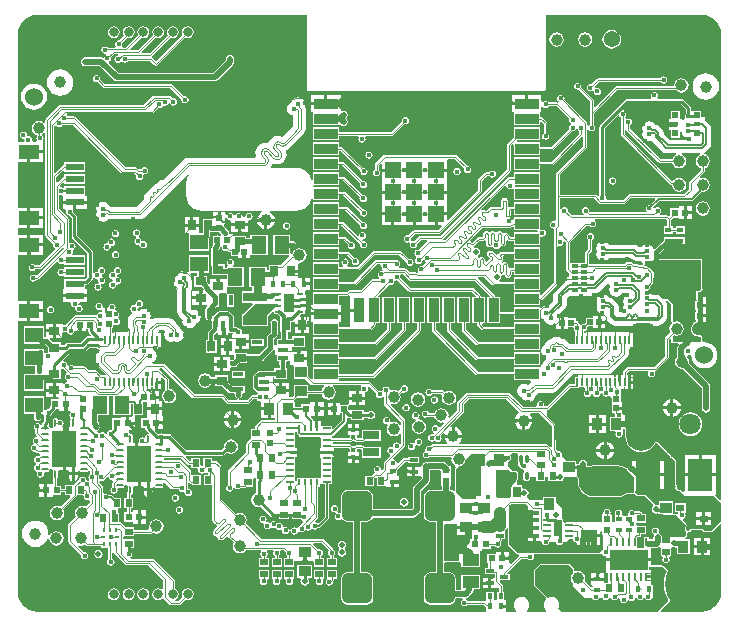
<source format=gtl>
G04*
G04 #@! TF.GenerationSoftware,Altium Limited,Altium Designer,20.0.13 (296)*
G04*
G04 Layer_Physical_Order=1*
G04 Layer_Color=255*
%FSLAX44Y44*%
%MOMM*%
G71*
G01*
G75*
%ADD11C,0.2500*%
%ADD13C,0.2000*%
%ADD14C,0.5000*%
%ADD15C,0.1020*%
%ADD16C,0.2032*%
%ADD23R,3.3000X1.7000*%
%ADD24R,0.2500X0.7000*%
%ADD25R,0.5500X0.4500*%
%ADD26R,1.4000X1.0500*%
%ADD27R,0.6500X0.5500*%
%ADD28R,0.4500X0.5500*%
%ADD29R,0.9000X1.0000*%
%ADD30R,1.0000X0.9000*%
%ADD31R,0.6200X0.6200*%
%ADD32R,0.5500X0.6500*%
%ADD33R,0.7100X0.3000*%
G04:AMPARAMS|DCode=34|XSize=2.5mm|YSize=2.5mm|CornerRadius=0.4125mm|HoleSize=0mm|Usage=FLASHONLY|Rotation=270.000|XOffset=0mm|YOffset=0mm|HoleType=Round|Shape=RoundedRectangle|*
%AMROUNDEDRECTD34*
21,1,2.5000,1.6750,0,0,270.0*
21,1,1.6750,2.5000,0,0,270.0*
1,1,0.8250,-0.8375,-0.8375*
1,1,0.8250,-0.8375,0.8375*
1,1,0.8250,0.8375,0.8375*
1,1,0.8250,0.8375,-0.8375*
%
%ADD34ROUNDEDRECTD34*%
%ADD35R,0.6200X0.6200*%
%ADD36R,0.7366X0.5588*%
%ADD37R,0.6600X0.4200*%
%ADD39R,0.7000X0.2500*%
%ADD40R,0.9000X0.7000*%
%ADD41R,0.5200X0.5200*%
%ADD42R,1.5000X1.3000*%
%ADD43R,1.3000X1.5000*%
G04:AMPARAMS|DCode=44|XSize=0.24mm|YSize=0.6mm|CornerRadius=0.06mm|HoleSize=0mm|Usage=FLASHONLY|Rotation=90.000|XOffset=0mm|YOffset=0mm|HoleType=Round|Shape=RoundedRectangle|*
%AMROUNDEDRECTD44*
21,1,0.2400,0.4800,0,0,90.0*
21,1,0.1200,0.6000,0,0,90.0*
1,1,0.1200,0.2400,0.0600*
1,1,0.1200,0.2400,-0.0600*
1,1,0.1200,-0.2400,-0.0600*
1,1,0.1200,-0.2400,0.0600*
%
%ADD44ROUNDEDRECTD44*%
G04:AMPARAMS|DCode=45|XSize=0.25mm|YSize=0.65mm|CornerRadius=0.0625mm|HoleSize=0mm|Usage=FLASHONLY|Rotation=0.000|XOffset=0mm|YOffset=0mm|HoleType=Round|Shape=RoundedRectangle|*
%AMROUNDEDRECTD45*
21,1,0.2500,0.5250,0,0,0.0*
21,1,0.1250,0.6500,0,0,0.0*
1,1,0.1250,0.0625,-0.2625*
1,1,0.1250,-0.0625,-0.2625*
1,1,0.1250,-0.0625,0.2625*
1,1,0.1250,0.0625,0.2625*
%
%ADD45ROUNDEDRECTD45*%
%ADD47R,0.5000X0.2800*%
%ADD48R,0.9000X1.6000*%
%ADD50R,0.8000X2.0000*%
%ADD51R,2.0000X0.8000*%
%ADD52R,0.1500X0.6500*%
%ADD53R,0.5500X0.3000*%
%ADD54R,0.5500X0.4000*%
%ADD55R,0.4200X0.4600*%
%ADD56R,0.7000X0.9000*%
%ADD57R,0.5200X0.5200*%
G04:AMPARAMS|DCode=58|XSize=0.3mm|YSize=0.67mm|CornerRadius=0.0495mm|HoleSize=0mm|Usage=FLASHONLY|Rotation=0.000|XOffset=0mm|YOffset=0mm|HoleType=Round|Shape=RoundedRectangle|*
%AMROUNDEDRECTD58*
21,1,0.3000,0.5710,0,0,0.0*
21,1,0.2010,0.6700,0,0,0.0*
1,1,0.0990,0.1005,-0.2855*
1,1,0.0990,-0.1005,-0.2855*
1,1,0.0990,-0.1005,0.2855*
1,1,0.0990,0.1005,0.2855*
%
%ADD58ROUNDEDRECTD58*%
%ADD59R,1.3300X1.3300*%
%ADD60R,0.9000X2.0000*%
%ADD61R,2.0000X0.9000*%
%ADD62R,0.6000X0.6000*%
%ADD63R,0.6000X0.4000*%
%ADD64R,0.2500X0.5750*%
%ADD65R,0.6750X0.2500*%
%ADD66R,1.4000X0.7500*%
%ADD67R,1.8000X1.2000*%
%ADD68R,1.5500X0.6000*%
%ADD69R,2.1590X2.7430*%
%ADD85R,0.2700X0.4500*%
%ADD86R,0.4500X0.2700*%
%ADD140C,0.1016*%
%ADD141C,0.1270*%
%ADD142C,1.0000*%
%ADD143R,0.6400X1.3700*%
G04:AMPARAMS|DCode=144|XSize=2.05mm|YSize=3.05mm|CornerRadius=0.0513mm|HoleSize=0mm|Usage=FLASHONLY|Rotation=0.000|XOffset=0mm|YOffset=0mm|HoleType=Round|Shape=RoundedRectangle|*
%AMROUNDEDRECTD144*
21,1,2.0500,2.9475,0,0,0.0*
21,1,1.9475,3.0500,0,0,0.0*
1,1,0.1025,0.9738,-1.4738*
1,1,0.1025,-0.9738,-1.4738*
1,1,0.1025,-0.9738,1.4738*
1,1,0.1025,0.9738,1.4738*
%
%ADD144ROUNDEDRECTD144*%
%ADD145R,0.9000X0.4000*%
%ADD146R,0.4000X0.9000*%
%ADD147C,0.3048*%
%ADD148C,0.2540*%
%ADD149C,1.0000*%
%ADD150C,0.3810*%
%ADD151C,0.5080*%
%ADD152C,0.1500*%
%ADD153C,0.7000*%
%ADD154C,0.1524*%
%ADD155R,1.8300X2.3700*%
%ADD156R,0.5700X3.4600*%
%ADD157C,1.6000*%
%ADD158R,1.6000X1.6000*%
%ADD159O,0.4064X0.4060*%
%ADD160C,4.7500*%
%ADD161C,2.7000*%
%ADD162O,1.9000X1.1000*%
%ADD163O,2.4000X1.1000*%
%ADD164R,1.3680X1.3680*%
%ADD165C,1.3680*%
%ADD166O,4.5000X2.5000*%
%ADD167O,2.5000X5.0000*%
%ADD168O,2.5000X4.5000*%
%ADD169C,1.8000*%
%ADD170R,0.8000X0.8000*%
%ADD171C,0.8000*%
%ADD172C,1.5240*%
%ADD173C,0.5000*%
%ADD174C,0.4064*%
%ADD175C,0.5080*%
G36*
X246917Y507961D02*
X246918Y444500D01*
X247235Y443735D01*
X248000Y443418D01*
X448000D01*
X448765Y443735D01*
X449082Y444500D01*
X449082Y507961D01*
X580000Y507961D01*
X581769D01*
X585239Y507271D01*
X588508Y505917D01*
X591449Y503951D01*
X593951Y501449D01*
X595917Y498508D01*
X597271Y495239D01*
X597961Y491769D01*
X597961Y490000D01*
X597961Y490000D01*
X597961Y490000D01*
X597961Y97229D01*
X596788Y96743D01*
X592556Y100975D01*
X592966Y102245D01*
X593435D01*
Y117230D01*
X580100D01*
X566765D01*
Y104425D01*
X565592Y103939D01*
X563934Y105597D01*
X563688Y105699D01*
X563483Y105867D01*
X563320Y105851D01*
X563168Y105914D01*
X562923Y105812D01*
X562658Y105786D01*
X561823Y105339D01*
X561767Y105366D01*
X560994Y106523D01*
X559836Y107297D01*
X559810Y107352D01*
X560257Y108188D01*
X560283Y108452D01*
X560384Y108698D01*
X560322Y108849D01*
X560338Y109012D01*
X560169Y109218D01*
X560067Y109463D01*
X559582Y109948D01*
Y130000D01*
X559582Y130000D01*
X559265Y130765D01*
X557321Y132709D01*
X557167Y132773D01*
X557060Y132902D01*
X556811Y132925D01*
X556797Y132927D01*
X556556Y133026D01*
X555871Y133439D01*
X555392Y134046D01*
X555313Y134441D01*
X554539Y135599D01*
X553382Y136372D01*
X552987Y136451D01*
X552380Y136930D01*
X551967Y137615D01*
X551867Y137856D01*
X551866Y137870D01*
X551843Y138119D01*
X551714Y138226D01*
X551650Y138380D01*
X544103Y145928D01*
X544000Y145970D01*
X543939Y146063D01*
X543629Y146124D01*
X543337Y146245D01*
X543235Y146203D01*
X543126Y146224D01*
X541881Y145976D01*
X541788Y145915D01*
X541678D01*
X541454Y145692D01*
X541192Y145516D01*
X541170Y145407D01*
X541092Y145329D01*
X540847Y144738D01*
X538856Y142144D01*
X536262Y140153D01*
X533242Y138902D01*
X530000Y138475D01*
X526758Y138902D01*
X523738Y140153D01*
X521144Y142144D01*
X519153Y144738D01*
X517902Y147758D01*
X517466Y151071D01*
Y157391D01*
X517149Y158156D01*
X516384Y158473D01*
X516040D01*
Y159730D01*
X509000D01*
Y162270D01*
X516040D01*
Y168540D01*
X515070D01*
X514140Y169360D01*
Y173230D01*
X509000D01*
Y175770D01*
X514140D01*
Y179640D01*
X512600D01*
Y186100D01*
X512600Y186100D01*
X512600D01*
X512578Y187296D01*
X512587Y187370D01*
X512813Y188507D01*
X512602Y189570D01*
X512636Y189778D01*
X513337Y190840D01*
X515290D01*
Y192380D01*
X516710D01*
Y190840D01*
X518730D01*
Y196630D01*
Y202420D01*
X517632D01*
Y204324D01*
X519676Y206368D01*
X535408D01*
X536123Y205217D01*
X536127Y205098D01*
X535909Y204000D01*
X536144Y202817D01*
X536814Y201814D01*
X537817Y201144D01*
X539000Y200909D01*
X540183Y201144D01*
X541186Y201814D01*
X541856Y202817D01*
X542091Y204000D01*
X541856Y205183D01*
X541848Y205194D01*
X542355Y206722D01*
X542654Y206846D01*
X552654Y216846D01*
X553132Y218000D01*
Y232824D01*
X554411Y234103D01*
X555585Y233617D01*
Y230556D01*
X555902Y229790D01*
X556667Y229473D01*
X561582D01*
X562068Y228300D01*
X561485Y227717D01*
X560711Y226559D01*
X560439Y225193D01*
Y218503D01*
X560174Y218326D01*
X558848Y216341D01*
X558382Y214000D01*
X558848Y211659D01*
X560174Y209674D01*
X562159Y208348D01*
X564500Y207882D01*
X565393Y208060D01*
X581431Y192022D01*
Y182500D01*
Y174500D01*
X581703Y173134D01*
X582477Y171977D01*
X583634Y171203D01*
X585000Y170931D01*
X586366Y171203D01*
X587523Y171977D01*
X588297Y173134D01*
X588569Y174500D01*
Y182500D01*
Y193500D01*
X588297Y194866D01*
X587523Y196023D01*
X570440Y213107D01*
X570617Y214000D01*
X570152Y216341D01*
X568826Y218326D01*
X568867Y218661D01*
X569540Y219810D01*
X570723Y220046D01*
X571242Y220392D01*
X572426Y219656D01*
X572405Y219500D01*
X572783Y216628D01*
X573891Y213953D01*
X575655Y211655D01*
X577952Y209891D01*
X580628Y208783D01*
X583500Y208405D01*
X586372Y208783D01*
X589048Y209891D01*
X591345Y211655D01*
X593108Y213953D01*
X594217Y216628D01*
X594595Y219500D01*
X594217Y222372D01*
X593108Y225047D01*
X591345Y227345D01*
X589048Y229109D01*
X586372Y230217D01*
X583500Y230595D01*
X582866Y230511D01*
X581614Y231628D01*
Y235306D01*
X581297Y236072D01*
X580532Y236389D01*
X578680D01*
X577195Y236584D01*
X575877Y237130D01*
X574745Y237999D01*
X573877Y239130D01*
X573331Y240448D01*
X573145Y241862D01*
X573331Y243277D01*
X573877Y244595D01*
X574745Y245726D01*
X575877Y246595D01*
X576732Y246949D01*
X576955Y247172D01*
X577218Y247348D01*
X577240Y247456D01*
X577462Y247679D01*
X578243D01*
Y252819D01*
X579513D01*
Y254089D01*
X584653D01*
Y256492D01*
X584726D01*
Y260362D01*
X579586D01*
Y262902D01*
X584726D01*
Y264978D01*
X584876D01*
Y268998D01*
X580086D01*
Y271538D01*
X584876D01*
Y275558D01*
X581614D01*
X581614Y299815D01*
X581297Y300580D01*
X580532Y300897D01*
X545470Y300897D01*
Y305281D01*
X553432Y313243D01*
X556743D01*
Y313531D01*
X559243D01*
Y313243D01*
X566743D01*
Y319743D01*
X559243D01*
Y319454D01*
X556743D01*
Y319743D01*
X549243D01*
Y317431D01*
X541413Y309602D01*
X540280Y309805D01*
X539985Y309970D01*
X538779Y311774D01*
X536847Y313066D01*
X534567Y313519D01*
X532288Y313066D01*
X530356Y311774D01*
X529663Y310737D01*
X528285D01*
X527175Y311848D01*
X525705Y312830D01*
X523970Y313175D01*
X502926D01*
X502212Y314244D01*
X500280Y315535D01*
X498000Y315989D01*
X495721Y315535D01*
X493788Y314244D01*
X492497Y312311D01*
X492044Y310032D01*
X492497Y307753D01*
X492666Y307500D01*
X492497Y307248D01*
X492044Y304968D01*
X492497Y302689D01*
X493788Y300756D01*
X495721Y299465D01*
X498000Y299012D01*
X500280Y299465D01*
X502212Y300756D01*
X502926Y301825D01*
X521146D01*
X522257Y300715D01*
X522257Y300715D01*
X523727Y299732D01*
X525461Y299387D01*
X529663D01*
X530356Y298351D01*
X531483Y297597D01*
X531476Y297563D01*
X531637Y296753D01*
X531249Y296114D01*
X531182Y296029D01*
X530299Y295666D01*
X530228Y295655D01*
X528327D01*
X527828Y296154D01*
X526674Y296632D01*
X523983D01*
X522427Y298188D01*
X521273Y298666D01*
X518340D01*
X517186Y298188D01*
X515630Y296632D01*
X485774D01*
Y305479D01*
X488154Y307859D01*
X488632Y309013D01*
Y317444D01*
X489186Y317814D01*
X489856Y318817D01*
X490091Y320000D01*
X489856Y321183D01*
X489186Y322186D01*
X488183Y322856D01*
X487000Y323092D01*
X485817Y322856D01*
X484814Y322186D01*
X484144Y321183D01*
X483909Y320000D01*
X484144Y318817D01*
X484814Y317814D01*
X485368Y317444D01*
Y309689D01*
X482988Y307309D01*
X482510Y306155D01*
Y297500D01*
X478150D01*
Y297500D01*
X477850D01*
Y297500D01*
X470350D01*
X469500Y298418D01*
Y315037D01*
X483287Y328823D01*
X486808D01*
X486814Y328814D01*
X487817Y328144D01*
X489000Y327909D01*
X490183Y328144D01*
X491186Y328814D01*
X491856Y329817D01*
X492091Y331000D01*
X491856Y332183D01*
X491186Y333186D01*
X490505Y333641D01*
X490890Y334911D01*
X551132D01*
X551644Y334398D01*
Y328743D01*
X549243D01*
Y322243D01*
X556743D01*
Y323860D01*
X559243D01*
Y322243D01*
X566743D01*
Y328743D01*
X559243D01*
Y327125D01*
X556743D01*
Y328743D01*
X554909D01*
Y334398D01*
X556572Y336062D01*
X561724D01*
Y334522D01*
X566094D01*
Y340162D01*
Y345802D01*
X561724D01*
Y344262D01*
X554264D01*
Y338370D01*
X553277Y337383D01*
X552962Y337697D01*
X551808Y338176D01*
X546020D01*
X545634Y339445D01*
X546186Y339814D01*
X546856Y340817D01*
X547091Y342000D01*
X546856Y343183D01*
X546186Y344186D01*
X545183Y344856D01*
X544000Y345091D01*
X542817Y344856D01*
X541814Y344186D01*
X541558Y343803D01*
X540233Y344105D01*
X540138Y344780D01*
X545540Y350182D01*
X573047D01*
X573685Y350309D01*
X574226Y350671D01*
X581173Y357618D01*
X581346Y357876D01*
X582190Y357709D01*
X584531Y358174D01*
X586516Y359500D01*
X587842Y361485D01*
X588307Y363826D01*
X587842Y366167D01*
X586516Y368152D01*
X584531Y369478D01*
X582190Y369944D01*
X580368Y369581D01*
X579743Y370752D01*
X583344Y374353D01*
X583822Y375507D01*
Y378033D01*
X584531Y378174D01*
X586516Y379500D01*
X587842Y381485D01*
X588307Y383826D01*
X587842Y386167D01*
X586516Y388152D01*
X584531Y389478D01*
X583409Y389701D01*
X583298Y390739D01*
X583335Y391011D01*
X584743Y391951D01*
X587714Y394922D01*
X587714Y394922D01*
X588697Y396393D01*
X589042Y398127D01*
Y412136D01*
X589042Y412136D01*
X588697Y413870D01*
X587714Y415341D01*
X587714Y415341D01*
X584850Y418205D01*
X583810Y418900D01*
Y420810D01*
X581000D01*
Y426500D01*
X573000D01*
X572314Y427486D01*
Y429000D01*
X572138Y429886D01*
X571637Y430637D01*
X566447Y435827D01*
X565696Y436328D01*
X564810Y436505D01*
X544086D01*
X543494Y437775D01*
X543856Y438317D01*
X544091Y439500D01*
X543856Y440683D01*
X543186Y441686D01*
X542183Y442356D01*
X541000Y442591D01*
X539817Y442356D01*
X538814Y441686D01*
X538144Y440683D01*
X537909Y439500D01*
X538144Y438317D01*
X538506Y437775D01*
X537914Y436505D01*
X518190D01*
X517304Y436328D01*
X516553Y435827D01*
X495363Y414636D01*
X494861Y413886D01*
X494685Y413000D01*
Y354994D01*
X494453Y354646D01*
X492976Y354326D01*
X492243Y355060D01*
X491088Y355538D01*
X461299D01*
Y372658D01*
X483694Y395053D01*
X484172Y396207D01*
Y409985D01*
X485442Y410371D01*
X485814Y409814D01*
X486817Y409144D01*
X488000Y408908D01*
X489183Y409144D01*
X490186Y409814D01*
X490856Y410817D01*
X491091Y412000D01*
X490856Y413183D01*
X490186Y414186D01*
X489632Y414556D01*
Y423824D01*
X509676Y443868D01*
X559069D01*
X559442Y444022D01*
X559674Y443674D01*
X561659Y442348D01*
X564000Y441883D01*
X566341Y442348D01*
X568326Y443674D01*
X569652Y445659D01*
X570117Y448000D01*
X569652Y450341D01*
X568326Y452326D01*
X566341Y453652D01*
X564000Y454118D01*
X561659Y453652D01*
X559674Y452326D01*
X558348Y450341D01*
X557882Y448000D01*
X557170Y447132D01*
X509000D01*
X507846Y446654D01*
X490806Y429614D01*
X489632Y430100D01*
Y435497D01*
X489154Y436651D01*
X479112Y446693D01*
X479242Y447346D01*
X479007Y448529D01*
X478337Y449532D01*
X477334Y450202D01*
X476151Y450438D01*
X474968Y450202D01*
X473965Y449532D01*
X473295Y448529D01*
X473059Y447346D01*
X473295Y446163D01*
X473965Y445160D01*
X474968Y444490D01*
X476151Y444255D01*
X476804Y444385D01*
X486368Y434821D01*
Y424500D01*
Y414556D01*
X485814Y414186D01*
X485442Y413629D01*
X484172Y414014D01*
Y416460D01*
X483694Y417615D01*
X464962Y436347D01*
X465092Y437000D01*
X464856Y438183D01*
X464186Y439186D01*
X463183Y439856D01*
X462000Y440091D01*
X460817Y439856D01*
X459814Y439186D01*
X459144Y438183D01*
X458909Y437000D01*
X459144Y435817D01*
X459814Y434814D01*
X460382Y434435D01*
X459780Y433309D01*
X459000Y433633D01*
X451556D01*
X451186Y434186D01*
X450183Y434856D01*
X449000Y435092D01*
X447817Y434856D01*
X446814Y434186D01*
X446810Y434180D01*
X445540Y434566D01*
Y439640D01*
X434270D01*
Y432600D01*
X433000D01*
Y431330D01*
X420460D01*
Y425560D01*
X420796D01*
X422000Y425400D01*
X422000Y424290D01*
Y414400D01*
X444000D01*
Y416896D01*
X445270Y417422D01*
X447368Y415324D01*
Y407556D01*
X446814Y407186D01*
X446144Y406183D01*
X445909Y405000D01*
X446144Y403817D01*
X446814Y402814D01*
X447817Y402144D01*
X449000Y401909D01*
X450183Y402144D01*
X451186Y402814D01*
X451856Y403817D01*
X452091Y405000D01*
X451856Y406183D01*
X451186Y407186D01*
X450632Y407556D01*
Y416000D01*
X450154Y417155D01*
X446254Y421054D01*
X445100Y421533D01*
X444898D01*
X444000Y422430D01*
X444000Y425400D01*
X445204Y425560D01*
X445540D01*
Y429435D01*
X446810Y429820D01*
X446814Y429814D01*
X447817Y429144D01*
X449000Y428909D01*
X450183Y429144D01*
X451186Y429814D01*
X451556Y430368D01*
X458324D01*
X469039Y419653D01*
X468909Y419000D01*
X469144Y417817D01*
X469814Y416814D01*
X470809Y416149D01*
X470817Y416108D01*
Y414892D01*
X470809Y414851D01*
X469814Y414186D01*
X469144Y413183D01*
X468909Y412000D01*
X469062Y411228D01*
X453966Y396133D01*
X444000D01*
Y400000D01*
X425227D01*
X424592Y401270D01*
X424914Y401700D01*
X444000D01*
Y412700D01*
X422000D01*
Y404009D01*
X416693Y398702D01*
X416215Y397548D01*
Y376736D01*
X360112Y320632D01*
X342911D01*
X341757Y320154D01*
X337770Y316167D01*
X337117Y316297D01*
X335933Y316061D01*
X335834Y315995D01*
X335004Y316693D01*
X334868Y316877D01*
X335091Y318000D01*
X334962Y318653D01*
X338605Y322296D01*
X358674D01*
X359828Y322775D01*
X394404Y357350D01*
X394882Y358505D01*
Y366760D01*
X399490Y371368D01*
X401444D01*
X401814Y370814D01*
X402817Y370144D01*
X404000Y369909D01*
X405183Y370144D01*
X406186Y370814D01*
X406856Y371817D01*
X407091Y373000D01*
X406856Y374183D01*
X406186Y375186D01*
X405183Y375856D01*
X404000Y376092D01*
X402817Y375856D01*
X401814Y375186D01*
X401444Y374632D01*
X398814D01*
X397660Y374154D01*
X392096Y368590D01*
X391618Y367436D01*
Y359181D01*
X366713Y334276D01*
X365540Y334762D01*
Y337980D01*
X357620D01*
Y330060D01*
X360838D01*
X361324Y328887D01*
X357998Y325561D01*
X337929D01*
X336774Y325083D01*
X332653Y320961D01*
X332000Y321091D01*
X330817Y320856D01*
X329814Y320186D01*
X329144Y319183D01*
X328909Y318000D01*
X329144Y316817D01*
X329814Y315814D01*
X330817Y315144D01*
X332000Y314909D01*
X333183Y315144D01*
X333282Y315210D01*
X334112Y314513D01*
X334249Y314328D01*
X334025Y313205D01*
X334260Y312022D01*
X334931Y311019D01*
X335933Y310349D01*
X337117Y310114D01*
X338300Y310349D01*
X339302Y311019D01*
X339973Y312022D01*
X340208Y313205D01*
X340078Y313858D01*
X343587Y317368D01*
X348456D01*
X348771Y316387D01*
X348789Y316098D01*
X341653Y308962D01*
X340999Y309091D01*
X339816Y308856D01*
X338814Y308186D01*
X338143Y307183D01*
X337908Y306000D01*
X338143Y304817D01*
X338814Y303814D01*
X339260Y303515D01*
X339469Y302204D01*
X339398Y302012D01*
X338810Y301132D01*
X338575Y299949D01*
X338810Y298766D01*
X339480Y297763D01*
X340483Y297093D01*
X341666Y296857D01*
X342849Y297093D01*
X343852Y297763D01*
X344522Y298766D01*
X344702Y299671D01*
X345245Y300244D01*
X346545Y300309D01*
X346814Y299905D01*
X347355Y299544D01*
X347674Y298067D01*
X344668Y295061D01*
X343916Y295211D01*
X342733Y294975D01*
X341730Y294305D01*
X341060Y293302D01*
X340825Y292119D01*
X341060Y290936D01*
X341360Y290486D01*
X341223Y290225D01*
X340482Y289262D01*
X339328Y289740D01*
X334105D01*
X331135Y292710D01*
X329981Y293188D01*
X325038D01*
X324653Y294458D01*
X325186Y294814D01*
X325856Y295817D01*
X326091Y297000D01*
X325856Y298183D01*
X325186Y299186D01*
X324183Y299856D01*
X322999Y300091D01*
X321816Y299856D01*
X321656Y299749D01*
X320635Y300172D01*
X305733D01*
X304579Y299694D01*
X286717Y281833D01*
X274000D01*
Y285700D01*
X252000D01*
Y274700D01*
X274000D01*
Y278568D01*
X287393D01*
X288548Y279046D01*
X306409Y296908D01*
X309216D01*
X310035Y295638D01*
X309908Y295000D01*
X310143Y293817D01*
X310814Y292814D01*
X310822Y292809D01*
X311026Y291521D01*
X310917Y291218D01*
X310406Y291011D01*
X310000Y291091D01*
X308817Y290856D01*
X307814Y290186D01*
X307144Y289183D01*
X306909Y288000D01*
X307144Y286817D01*
X307814Y285814D01*
X307832Y285802D01*
X308100Y284291D01*
X307580Y283632D01*
X302010D01*
X300856Y283154D01*
X292381Y274679D01*
X282897D01*
X281743Y274201D01*
X280666Y273124D01*
X266992D01*
X266692Y273000D01*
X252000D01*
X252000Y262000D01*
X250796Y261840D01*
X250460D01*
Y256070D01*
X275540D01*
Y261840D01*
X275204D01*
X274000Y262000D01*
X274000Y263110D01*
Y269860D01*
X281342D01*
X282496Y270338D01*
X282782Y270623D01*
X283810Y269856D01*
Y258770D01*
X290850D01*
Y256230D01*
X283810D01*
Y245002D01*
X283810Y244960D01*
X283707Y243732D01*
X274898D01*
X274000Y244631D01*
X274000Y247600D01*
X275204Y247760D01*
X275540D01*
Y253530D01*
X250460D01*
Y247760D01*
X250796D01*
X252000Y247600D01*
X252000Y246490D01*
Y236600D01*
X274000D01*
Y240468D01*
X300055D01*
X301209Y240946D01*
X304704Y244441D01*
X305182Y245595D01*
Y246500D01*
X309050D01*
Y268500D01*
X307286D01*
X306800Y269673D01*
X316490Y279363D01*
X316817Y279144D01*
X318000Y278909D01*
X319183Y279144D01*
X320186Y279814D01*
X320856Y280817D01*
X321091Y282000D01*
X321068Y282117D01*
X321306Y282443D01*
X322173Y283073D01*
X323000Y282909D01*
X323653Y283039D01*
X332962Y273730D01*
X334116Y273252D01*
X386295D01*
X389777Y269770D01*
X389251Y268500D01*
X386950D01*
Y246500D01*
X390818D01*
Y245976D01*
X391296Y244822D01*
X395172Y240946D01*
X396326Y240468D01*
X422000D01*
Y236600D01*
X444000D01*
Y247600D01*
X422000D01*
Y243732D01*
X397002D01*
X395408Y245327D01*
X395894Y246500D01*
X397950D01*
Y268500D01*
X394082D01*
Y269405D01*
X393604Y270559D01*
X388125Y276038D01*
X386971Y276516D01*
X334792D01*
X325961Y285347D01*
X326091Y286000D01*
X325965Y286638D01*
X326783Y287908D01*
X328470D01*
X333250Y283128D01*
X334404Y282650D01*
X388960D01*
X401840Y269770D01*
X401314Y268500D01*
X399650D01*
Y246500D01*
X410650D01*
Y253168D01*
X422000D01*
Y249300D01*
X444000D01*
Y251052D01*
X445270Y251438D01*
X445534Y251042D01*
X447467Y249751D01*
X447976Y249650D01*
X448078Y249140D01*
X449369Y247208D01*
X451301Y245916D01*
X453581Y245463D01*
X455860Y245916D01*
X456590Y246404D01*
X457860Y245725D01*
Y241860D01*
X461730D01*
Y247000D01*
Y252140D01*
X460289D01*
X459762Y253410D01*
X465577Y259225D01*
X465577Y259225D01*
X466559Y260695D01*
X466904Y262429D01*
Y267407D01*
X469188Y269690D01*
X488460D01*
Y271825D01*
X491241D01*
X492975Y272170D01*
X494445Y273152D01*
X501861Y280568D01*
X502880Y280078D01*
X503051Y279962D01*
X503497Y277721D01*
X503666Y277468D01*
X503497Y277215D01*
X503043Y274936D01*
X503497Y272656D01*
X504788Y270724D01*
X506720Y269433D01*
X509000Y268979D01*
X511279Y269433D01*
X513212Y270724D01*
X513926Y271793D01*
X517639D01*
X517799Y271577D01*
X517501Y269851D01*
X516698Y269314D01*
X515406Y267382D01*
X514953Y265102D01*
X515406Y262823D01*
X515580Y262562D01*
X515406Y262302D01*
X514953Y260022D01*
X515406Y257743D01*
X515816Y257131D01*
X515029Y255954D01*
X510868D01*
Y260190D01*
X510868Y260191D01*
X510523Y261925D01*
X509541Y263395D01*
X506089Y266848D01*
X504618Y267830D01*
X502932Y268165D01*
X502212Y269244D01*
X500280Y270535D01*
X498000Y270988D01*
X495721Y270535D01*
X493788Y269244D01*
X492497Y267311D01*
X492044Y265032D01*
X492497Y262752D01*
X492666Y262500D01*
X492497Y262248D01*
X492044Y259968D01*
X492497Y257689D01*
X493788Y255756D01*
X495721Y254465D01*
X497513Y254109D01*
X498304Y253066D01*
X498391Y252795D01*
X498336Y252640D01*
X495770D01*
Y248770D01*
X499640D01*
Y249180D01*
X500636Y249577D01*
X500910Y249597D01*
X504576Y245931D01*
X504576Y245931D01*
X506046Y244949D01*
X507780Y244604D01*
X507780Y244604D01*
X544254D01*
X545988Y244949D01*
X547459Y245931D01*
X550896Y249368D01*
X550896Y249368D01*
X551879Y250839D01*
X552224Y252573D01*
X552224Y252573D01*
Y261524D01*
X552224Y261524D01*
X551879Y263258D01*
X551041Y264511D01*
X551221Y265293D01*
X551552Y265869D01*
X552176Y265960D01*
X555585Y262552D01*
Y248338D01*
X555652Y248176D01*
X555638Y248002D01*
X555757Y247863D01*
X555836Y247731D01*
X555902Y247573D01*
X555765Y246437D01*
X555664Y246209D01*
X554416Y244341D01*
X553950Y242000D01*
X554416Y239659D01*
X554790Y239099D01*
X550346Y234654D01*
X549868Y233500D01*
Y218676D01*
X540824Y209632D01*
X519000D01*
X517846Y209154D01*
X514846Y206154D01*
X514368Y205000D01*
Y202420D01*
X513270D01*
Y196630D01*
X510730D01*
Y202420D01*
X508710D01*
Y200880D01*
X507290D01*
Y202420D01*
X503971D01*
X503693Y203690D01*
X504847Y204461D01*
X518193Y217807D01*
X519147Y219235D01*
X519482Y220920D01*
Y225070D01*
X520560D01*
Y226340D01*
X523290D01*
Y237920D01*
X520560D01*
Y239190D01*
X483440D01*
Y237920D01*
X481632D01*
Y240068D01*
X482438Y240229D01*
X483441Y240899D01*
X484111Y241902D01*
X484346Y243085D01*
X485479Y243900D01*
X489360D01*
Y242360D01*
X493230D01*
Y247500D01*
Y252640D01*
X489360D01*
Y251100D01*
X482900D01*
Y247113D01*
X481845Y246059D01*
X481255Y246176D01*
X480072Y245941D01*
X479069Y245271D01*
X478646Y245222D01*
X477376Y246256D01*
X476898Y247411D01*
X476154Y248154D01*
X475000Y248633D01*
X474600D01*
Y250600D01*
X468140D01*
Y252140D01*
X464270D01*
Y247000D01*
Y241860D01*
X468140D01*
Y243400D01*
X472112D01*
X472917Y242418D01*
X472909Y242375D01*
X473144Y241192D01*
X473814Y240189D01*
X474368Y239819D01*
Y236380D01*
X474250D01*
Y229249D01*
X469443D01*
X466429Y232263D01*
X465000Y233217D01*
X463316Y233552D01*
X461998D01*
X461868Y233748D01*
X460175Y234879D01*
X459212Y235070D01*
X459187Y235076D01*
X459186Y235076D01*
X458178Y235276D01*
X458000D01*
D01*
X456003Y234879D01*
X454310Y233748D01*
X454107Y233444D01*
X452966Y233217D01*
X451538Y232263D01*
X449678Y230403D01*
X448724Y228974D01*
X448622Y228461D01*
X447008Y227383D01*
X445717Y225450D01*
X445264Y223171D01*
X445717Y220891D01*
X447008Y218959D01*
X448764Y217786D01*
X449211Y216437D01*
X448335Y215562D01*
X447381Y214133D01*
X447244Y213445D01*
X446734Y213104D01*
X445443Y211172D01*
X445162Y209760D01*
X444000Y209500D01*
X443914Y209500D01*
X422000D01*
Y205632D01*
X391676D01*
X355982Y241326D01*
Y246500D01*
X359850D01*
Y268500D01*
X348850D01*
Y246500D01*
X352718D01*
Y240650D01*
X353196Y239496D01*
X389845Y202846D01*
X390999Y202368D01*
X422000D01*
Y198500D01*
X436141D01*
X436539Y197411D01*
X436547Y197230D01*
X433815Y194498D01*
X433300Y194842D01*
X431020Y195296D01*
X428741Y194842D01*
X426808Y193551D01*
X425517Y191618D01*
X425064Y189339D01*
X425517Y187060D01*
X426808Y185127D01*
X428741Y183836D01*
X429489Y183687D01*
X430695Y181881D01*
X432628Y180590D01*
X434907Y180137D01*
X437187Y180590D01*
X439119Y181881D01*
X440410Y183814D01*
X440851Y186028D01*
X442420Y187598D01*
X455054D01*
X456738Y187933D01*
X458167Y188887D01*
X471431Y202152D01*
X471431Y202152D01*
X471431Y202152D01*
X472451Y203171D01*
X475751D01*
X476710Y202420D01*
Y200880D01*
X474250D01*
Y196460D01*
X474126Y196160D01*
Y194761D01*
X469019D01*
X467865Y194283D01*
X449902Y176320D01*
X448758Y176410D01*
X447990Y177490D01*
X448091Y178000D01*
X447856Y179183D01*
X447186Y180186D01*
X446183Y180856D01*
X445000Y181091D01*
X443817Y180856D01*
X442814Y180186D01*
X442144Y179183D01*
X441909Y178000D01*
X442043Y177324D01*
X441242Y176054D01*
X429754D01*
X418654Y187154D01*
X417500Y187632D01*
X382500D01*
X381346Y187154D01*
X374662Y180471D01*
X374184Y179317D01*
Y172886D01*
X367801Y166502D01*
X366631Y167128D01*
X366920Y168584D01*
X366455Y170925D01*
X365128Y172910D01*
X363144Y174236D01*
X360803Y174701D01*
X358461Y174236D01*
X356477Y172910D01*
X355151Y170925D01*
X355138Y170863D01*
X350170D01*
X350143Y170996D01*
X349473Y171999D01*
X348470Y172670D01*
X347287Y172905D01*
X346104Y172670D01*
X345101Y171999D01*
X344431Y170996D01*
X344196Y169813D01*
X344431Y168630D01*
X345101Y167628D01*
X346104Y166957D01*
X347287Y166722D01*
X348470Y166957D01*
X349429Y167598D01*
X354881D01*
X355151Y166243D01*
X356477Y164258D01*
X358461Y162932D01*
X360803Y162466D01*
X362258Y162756D01*
X362884Y161586D01*
X359820Y158521D01*
X358343Y158841D01*
X357982Y159381D01*
X356979Y160051D01*
X355796Y160287D01*
X354613Y160051D01*
X353610Y159381D01*
X352940Y158378D01*
X352705Y157196D01*
X352940Y156012D01*
X353610Y155009D01*
X354151Y154648D01*
X354455Y153240D01*
X353596Y152373D01*
X352499Y152591D01*
X351316Y152356D01*
X350313Y151686D01*
X349643Y150683D01*
X349408Y149500D01*
X349643Y148317D01*
X350313Y147314D01*
X351316Y146644D01*
X352499Y146408D01*
X353682Y146644D01*
X354685Y147314D01*
X355813Y146814D01*
X356816Y146144D01*
X357999Y145908D01*
X359182Y146144D01*
X360185Y146814D01*
X360855Y147817D01*
X361091Y149000D01*
X360855Y150183D01*
X360185Y151186D01*
X360181Y151226D01*
X362400Y153444D01*
X363559Y152991D01*
X363644Y152892D01*
X363562Y152270D01*
X369730D01*
Y158438D01*
X369108Y158356D01*
X369009Y158441D01*
X368556Y159600D01*
X379654Y170699D01*
X380132Y171853D01*
Y178324D01*
X384160Y182352D01*
X415840D01*
X426456Y171736D01*
X426195Y170201D01*
X425122Y169378D01*
X423914Y167803D01*
X423154Y165968D01*
X423062Y165270D01*
X430500D01*
X437938D01*
X437846Y165968D01*
X437086Y167803D01*
X436092Y169098D01*
X436509Y170368D01*
X443324D01*
X454360Y159332D01*
Y142092D01*
X453186Y141606D01*
X451114Y143678D01*
X449960Y144156D01*
X376553D01*
X376122Y145426D01*
X376378Y145622D01*
X377586Y147198D01*
X378346Y149032D01*
X378438Y149730D01*
X371000D01*
X363562D01*
X363654Y149032D01*
X364414Y147198D01*
X365622Y145622D01*
X365878Y145426D01*
X365447Y144156D01*
X353334D01*
X352180Y143678D01*
X351229Y142728D01*
X350263Y142920D01*
X349080Y142685D01*
X348077Y142015D01*
X347407Y141012D01*
X347171Y139829D01*
X347238Y139494D01*
X346873Y138127D01*
X345870Y137457D01*
X345200Y136454D01*
X344965Y135271D01*
X345200Y134088D01*
X345870Y133085D01*
X346873Y132415D01*
X348056Y132179D01*
X349239Y132415D01*
X350242Y133085D01*
X350612Y133638D01*
X368807D01*
X369613Y132657D01*
X369383Y131500D01*
X369848Y129159D01*
X371174Y127174D01*
X372777Y126103D01*
X373127Y124658D01*
X372735Y124265D01*
X372418Y123500D01*
Y104915D01*
X372415Y104912D01*
X371148Y104352D01*
X369875Y105203D01*
X368137Y105548D01*
Y108900D01*
X369100D01*
Y116630D01*
X369100Y117900D01*
X369100Y118370D01*
Y126100D01*
X366447D01*
X364523Y128023D01*
X363366Y128797D01*
X362000Y129069D01*
X350150D01*
X349075Y128855D01*
X348000Y129069D01*
X346634Y128797D01*
X346115Y128450D01*
X345150D01*
Y127535D01*
X344703Y126866D01*
X344567Y126180D01*
X343835Y125222D01*
X343161Y124990D01*
X342333Y124990D01*
X338770D01*
Y120950D01*
Y116910D01*
X343161D01*
X343590Y116910D01*
X344431Y115988D01*
Y115478D01*
X337477Y108523D01*
X336703Y107366D01*
X336431Y106000D01*
Y89907D01*
X335593Y89069D01*
X303100D01*
Y100375D01*
X302703Y102375D01*
X301570Y104070D01*
X299875Y105203D01*
X297875Y105600D01*
X281125D01*
X279125Y105203D01*
X277430Y104070D01*
X276297Y102375D01*
X275900Y100375D01*
Y86571D01*
X274692Y85861D01*
X274630Y85867D01*
X273500Y86091D01*
X272990Y85990D01*
X272495Y87186D01*
X272686Y87314D01*
X273356Y88317D01*
X273591Y89500D01*
X273356Y90683D01*
X272686Y91686D01*
X271683Y92356D01*
X270500Y92591D01*
X269317Y92356D01*
X268314Y91686D01*
X267644Y90683D01*
X267409Y89500D01*
X267644Y88317D01*
X268314Y87314D01*
X269317Y86644D01*
X270500Y86409D01*
X271010Y86510D01*
X271505Y85314D01*
X271314Y85186D01*
X270644Y84183D01*
X270409Y83000D01*
X270644Y81817D01*
X271314Y80814D01*
X272317Y80144D01*
X273500Y79909D01*
X274683Y80144D01*
X275427Y80641D01*
X276286Y80689D01*
X277026Y80534D01*
X277430Y79930D01*
X279125Y78797D01*
X281125Y78400D01*
X285931D01*
Y35600D01*
X281125D01*
X279125Y35203D01*
X277430Y34070D01*
X276297Y32375D01*
X275900Y30375D01*
Y13625D01*
X276297Y11625D01*
X277430Y9930D01*
X279125Y8797D01*
X281125Y8400D01*
X297875D01*
X299875Y8797D01*
X301570Y9930D01*
X302703Y11625D01*
X303100Y13625D01*
Y30375D01*
X302703Y32375D01*
X301570Y34070D01*
X299875Y35203D01*
X297875Y35600D01*
X293069D01*
Y78400D01*
X297875D01*
X299875Y78797D01*
X301570Y79930D01*
X302703Y81625D01*
X302764Y81931D01*
X337071D01*
X338437Y82203D01*
X339594Y82977D01*
X342523Y85906D01*
X343297Y87063D01*
X343569Y88429D01*
Y104522D01*
X350523Y111477D01*
X351297Y112634D01*
X351569Y114000D01*
Y121931D01*
X359787D01*
X360900Y120818D01*
X360900Y117100D01*
X360900Y116630D01*
Y108900D01*
X361000D01*
Y105600D01*
X351125D01*
X349125Y105203D01*
X347430Y104070D01*
X346297Y102375D01*
X345900Y100375D01*
Y83625D01*
X346297Y81625D01*
X347430Y79930D01*
X349125Y78797D01*
X351125Y78400D01*
X355931D01*
Y35600D01*
X351125D01*
X349125Y35203D01*
X347430Y34070D01*
X346297Y32375D01*
X345900Y30375D01*
Y13625D01*
X346297Y11625D01*
X347430Y9930D01*
X349125Y8797D01*
X351125Y8400D01*
X367875D01*
X369875Y8797D01*
X371570Y9930D01*
X372703Y11625D01*
X373100Y13625D01*
Y13931D01*
X378357D01*
X378742Y12661D01*
X378090Y12226D01*
X377420Y11223D01*
X377184Y10040D01*
X377420Y8857D01*
X378090Y7854D01*
X379093Y7184D01*
X380276Y6949D01*
X381459Y7184D01*
X382462Y7854D01*
X382633Y8110D01*
X396332D01*
X397596Y6846D01*
X398750Y6368D01*
Y3309D01*
X398750Y3250D01*
X398607Y2039D01*
X18231D01*
X14761Y2729D01*
X11492Y4083D01*
X8551Y6049D01*
X6049Y8551D01*
X4083Y11492D01*
X2729Y14761D01*
X2039Y18231D01*
X2039Y20000D01*
X2039Y248460D01*
X10355D01*
Y257000D01*
Y265540D01*
X2039D01*
Y304460D01*
X10355D01*
Y313000D01*
Y321540D01*
X2039D01*
Y327260D01*
X10355D01*
Y335800D01*
Y344340D01*
X2039D01*
X2039Y383260D01*
X10355D01*
Y391800D01*
X11625D01*
Y393070D01*
X23165D01*
Y400340D01*
X23165Y400340D01*
X23598Y401431D01*
X23856Y401817D01*
X24091Y403000D01*
X23856Y404183D01*
X23186Y405186D01*
X23032Y405289D01*
X23037Y406813D01*
X24209Y407596D01*
X25479Y407288D01*
Y320873D01*
X25957Y319718D01*
X32035Y313640D01*
X31906Y312987D01*
X32141Y311804D01*
X32811Y310801D01*
X33352Y310439D01*
X33671Y308963D01*
X20340Y295632D01*
X17056D01*
X16686Y296186D01*
X15683Y296856D01*
X14500Y297091D01*
X13317Y296856D01*
X12314Y296186D01*
X11644Y295183D01*
X11409Y294000D01*
X11644Y292817D01*
X12314Y291814D01*
X13317Y291144D01*
X14500Y290909D01*
X15683Y291144D01*
X16686Y291814D01*
X17056Y292368D01*
X21016D01*
X22171Y292846D01*
X40231Y310906D01*
X41609Y310488D01*
X41663Y310219D01*
X36168Y304725D01*
X36095Y304694D01*
X18429Y287029D01*
X17610Y287110D01*
X16607Y287780D01*
X15424Y288015D01*
X14241Y287780D01*
X13238Y287110D01*
X12568Y286107D01*
X12332Y284924D01*
X12568Y283741D01*
X13238Y282738D01*
X14241Y282068D01*
X15424Y281832D01*
X16607Y282068D01*
X17610Y282738D01*
X17980Y283291D01*
X18632D01*
X19786Y283769D01*
X34691Y298674D01*
X36168Y298355D01*
X36529Y297814D01*
X37532Y297144D01*
X38715Y296909D01*
X39898Y297144D01*
X40355Y297449D01*
X41625Y296786D01*
Y296000D01*
X59125D01*
Y304000D01*
X49022D01*
X48433Y305270D01*
X48798Y305817D01*
X49034Y307000D01*
X48798Y308183D01*
X49529Y309375D01*
X50186Y309814D01*
X50856Y310817D01*
X51091Y312000D01*
X50856Y313183D01*
X50186Y314186D01*
X49183Y314856D01*
X48000Y315091D01*
X46844Y314862D01*
X46817Y314856D01*
X45574Y315553D01*
Y334574D01*
X45096Y335728D01*
X36807Y344017D01*
Y354791D01*
X37188Y355113D01*
X38077Y355592D01*
X39000Y355409D01*
X39219Y355452D01*
X39966Y355033D01*
X40187Y354645D01*
X40085Y354340D01*
X40085D01*
Y350070D01*
X50375D01*
X60665D01*
Y354340D01*
X60204D01*
X59125Y354800D01*
X59125Y355610D01*
Y362800D01*
X41625D01*
Y361920D01*
X40355Y361241D01*
X40183Y361356D01*
X39000Y361591D01*
X37718Y362579D01*
X37640Y363031D01*
X40451Y365842D01*
X41625Y365356D01*
Y364800D01*
X59125D01*
Y372800D01*
X41625D01*
Y370432D01*
X41101D01*
X39947Y369954D01*
X35965Y365972D01*
X34791Y366458D01*
Y370182D01*
X40451Y375842D01*
X41625Y375356D01*
Y374800D01*
X59125D01*
Y382800D01*
X41625D01*
Y380432D01*
X41101D01*
X39947Y379954D01*
X33949Y373956D01*
X32775Y374442D01*
Y413442D01*
X33559Y414103D01*
X34955Y413875D01*
X35108Y413647D01*
X36111Y412976D01*
X37294Y412741D01*
X38477Y412976D01*
X39480Y413647D01*
X39850Y414200D01*
X48875D01*
X89230Y373846D01*
X90384Y373368D01*
X100819D01*
X102496Y371691D01*
X102366Y371038D01*
X102601Y369855D01*
X103271Y368852D01*
X104274Y368182D01*
X105457Y367947D01*
X106640Y368182D01*
X107643Y368852D01*
X108313Y369855D01*
X108548Y371038D01*
X108453Y371521D01*
X109461Y372615D01*
X109733Y372561D01*
X110916Y372796D01*
X111919Y373466D01*
X112589Y374469D01*
X112824Y375652D01*
X112589Y376835D01*
X111919Y377838D01*
X110916Y378508D01*
X109733Y378744D01*
X108550Y378508D01*
X107547Y377838D01*
X107177Y377285D01*
X104370D01*
X103484Y378170D01*
X102330Y378648D01*
X93616D01*
X51045Y421220D01*
X49891Y421698D01*
X44054D01*
X43684Y422251D01*
X43731Y423692D01*
X44108Y424160D01*
X115792D01*
X116946Y424638D01*
X121347Y429039D01*
X122000Y428909D01*
X123183Y429144D01*
X124186Y429814D01*
X124856Y430817D01*
X126201Y431068D01*
X127000Y430909D01*
X128183Y431144D01*
X129186Y431814D01*
X129851Y432809D01*
X129893Y432817D01*
X131107D01*
X131149Y432809D01*
X131814Y431814D01*
X132817Y431144D01*
X134000Y430909D01*
X135183Y431144D01*
X136186Y431814D01*
X136856Y432817D01*
X137091Y434000D01*
X136856Y435183D01*
X136186Y436186D01*
X135183Y436856D01*
X134000Y437091D01*
X133347Y436962D01*
X131598Y438710D01*
X130444Y439188D01*
X117149D01*
X115995Y438710D01*
X108741Y431456D01*
X38297D01*
X37143Y430978D01*
X25957Y419792D01*
X25479Y418638D01*
Y416712D01*
X24209Y416404D01*
X22341Y417652D01*
X20000Y418118D01*
X17659Y417652D01*
X15674Y416326D01*
X14348Y414341D01*
X13882Y412000D01*
X14348Y409659D01*
X15674Y407674D01*
X17659Y406348D01*
X18128Y406255D01*
X18336Y405931D01*
X18600Y404866D01*
X18144Y404183D01*
X17909Y403000D01*
X18144Y401817D01*
X18282Y401610D01*
X17603Y400340D01*
X14949D01*
X14014Y401610D01*
X14091Y402000D01*
X13856Y403183D01*
X13186Y404186D01*
X12183Y404856D01*
X11198Y405052D01*
X10727Y405349D01*
X10089Y405987D01*
X10091Y406000D01*
X9856Y407183D01*
X9186Y408186D01*
X8183Y408856D01*
X7000Y409091D01*
X5817Y408856D01*
X4814Y408186D01*
X4144Y407183D01*
X3909Y406000D01*
X4144Y404817D01*
X4814Y403814D01*
X5817Y403144D01*
X6802Y402948D01*
X7273Y402651D01*
X7911Y402013D01*
X7909Y402000D01*
X7986Y401610D01*
X7051Y400340D01*
X2039D01*
Y490000D01*
Y491769D01*
X2729Y495239D01*
X4083Y498508D01*
X6049Y501449D01*
X8551Y503951D01*
X11492Y505917D01*
X14761Y507271D01*
X18231Y507961D01*
X20000Y507961D01*
X246917Y507961D01*
D02*
G37*
G36*
X567686Y428041D02*
Y423994D01*
X567144Y423183D01*
X566908Y422000D01*
X567144Y420817D01*
X567568Y420183D01*
X565788Y418994D01*
X565756Y418945D01*
X564540Y419314D01*
Y419540D01*
X563000D01*
Y426500D01*
X555000D01*
Y419540D01*
X553460D01*
Y416270D01*
X559000D01*
Y413730D01*
X553460D01*
Y410460D01*
X555000D01*
Y403500D01*
X563000D01*
Y408453D01*
X564270Y408578D01*
X564497Y407438D01*
X565788Y405506D01*
X567720Y404215D01*
X570000Y403761D01*
X570190Y403605D01*
Y401974D01*
X554203D01*
X551397Y404780D01*
X551296Y404882D01*
X551296Y404882D01*
X551296Y404882D01*
X549455Y406722D01*
X549455Y406722D01*
X549101Y407076D01*
Y407400D01*
X548756Y409134D01*
X547774Y410605D01*
X545031Y413348D01*
X543560Y414330D01*
X542003Y414640D01*
X541215Y415820D01*
X539282Y417111D01*
X537003Y417564D01*
X534724Y417111D01*
X532791Y415820D01*
X531500Y413887D01*
X531046Y411608D01*
X531500Y409328D01*
X531659Y409091D01*
X531439Y408763D01*
X530986Y406483D01*
X531439Y404204D01*
X532730Y402271D01*
X534663Y400980D01*
X536942Y400527D01*
X539158Y400967D01*
X542600Y397525D01*
X542600Y397525D01*
X542600Y397525D01*
X548174Y391951D01*
X549645Y390969D01*
X551379Y390624D01*
X551379Y390624D01*
X559452D01*
X559623Y390132D01*
X559664Y389354D01*
X557864Y388152D01*
X556538Y386167D01*
X556397Y385458D01*
X546393D01*
X520632Y411219D01*
Y414444D01*
X521186Y414814D01*
X521856Y415817D01*
X522091Y417000D01*
X521856Y418183D01*
X521186Y419186D01*
X520183Y419856D01*
X519000Y420091D01*
X518060Y419904D01*
X517272Y420256D01*
X516727Y420655D01*
X516660Y421205D01*
X516710Y421343D01*
X517323Y422261D01*
X517559Y423444D01*
X517323Y424627D01*
X516653Y425630D01*
X515650Y426300D01*
X515416Y426347D01*
X514998Y427725D01*
X519149Y431876D01*
X563851D01*
X567686Y428041D01*
D02*
G37*
G36*
X476149Y410808D02*
X476814Y409814D01*
X477368Y409444D01*
Y407088D01*
X453712Y383433D01*
X444000D01*
Y387300D01*
X422000D01*
Y376300D01*
X444000D01*
Y380168D01*
X454388D01*
X455542Y380646D01*
X479638Y404741D01*
X480908Y404215D01*
Y396883D01*
X458513Y374488D01*
X458035Y373334D01*
Y354507D01*
X457609Y353480D01*
Y333787D01*
X456339Y332968D01*
X455702Y333095D01*
X454519Y332860D01*
X453516Y332190D01*
X452845Y331187D01*
X452610Y330004D01*
X452845Y328821D01*
X453516Y327818D01*
X454519Y327148D01*
X455701Y326912D01*
X456530Y326233D01*
Y317845D01*
X456306Y317621D01*
X455828Y316466D01*
Y281112D01*
X445173Y270458D01*
X444000Y270944D01*
Y273000D01*
X422000D01*
Y262000D01*
X444000D01*
Y265868D01*
X444524D01*
X445678Y266346D01*
X458614Y279282D01*
X459092Y280436D01*
Y311217D01*
X460362Y312036D01*
X461000Y311909D01*
X462183Y312144D01*
X463186Y312814D01*
X463856Y313817D01*
X464091Y315000D01*
X463993Y315495D01*
X465163Y316120D01*
X466236Y315048D01*
Y292542D01*
X466714Y291387D01*
X468810Y289291D01*
Y285310D01*
X467540D01*
Y282984D01*
X466764Y282830D01*
X465294Y281848D01*
X456882Y273436D01*
X455899Y271965D01*
X455554Y270231D01*
Y265253D01*
X451218Y260917D01*
X449746Y261210D01*
X447467Y260757D01*
X445534Y259466D01*
X445270Y259070D01*
X444000Y259455D01*
Y260300D01*
X422000D01*
Y256432D01*
X410650D01*
Y268500D01*
X406359D01*
Y269191D01*
X405881Y270345D01*
X391545Y284682D01*
X392071Y285952D01*
X397088D01*
X403994Y279046D01*
X405148Y278568D01*
X422000D01*
Y274700D01*
X444000D01*
Y285700D01*
X422000D01*
Y281833D01*
X410220D01*
X409835Y283102D01*
X410352Y283448D01*
X411135Y284619D01*
X411409Y286000D01*
X411320Y286450D01*
X411381Y286657D01*
X412273Y287790D01*
X412818Y287898D01*
X412973Y288002D01*
X413303Y287993D01*
X413869Y287813D01*
X414415Y287438D01*
X414536Y286833D01*
X415178Y285872D01*
X416139Y285230D01*
X417272Y285004D01*
X418406Y285230D01*
X419366Y285872D01*
X420009Y286833D01*
X420172Y287653D01*
X420301Y287966D01*
Y290265D01*
X422000D01*
Y287400D01*
X444000D01*
Y298400D01*
X422000D01*
Y293529D01*
X420066D01*
X419753Y293400D01*
X418933Y293237D01*
X418777Y293133D01*
X417507Y293812D01*
Y295828D01*
X417378Y296141D01*
X417215Y296962D01*
X416572Y297922D01*
X415612Y298565D01*
X414478Y298790D01*
X413345Y298565D01*
X412468Y297979D01*
X412292Y298019D01*
X412223Y298114D01*
X412185Y299563D01*
X412827Y300524D01*
X413052Y301658D01*
X412845Y302698D01*
X412854Y302834D01*
X413568Y303968D01*
X422000D01*
Y300100D01*
X444000D01*
Y311100D01*
X422000D01*
Y307232D01*
X411496D01*
X411184Y307103D01*
X410363Y306940D01*
X409402Y306297D01*
X408760Y305336D01*
X408723Y305153D01*
X407345Y304735D01*
X404697Y307383D01*
X404384Y307513D01*
X403689Y307978D01*
X402555Y308203D01*
X401422Y307978D01*
X400461Y307336D01*
X399819Y306375D01*
X399593Y305241D01*
X399819Y304108D01*
X400284Y303412D01*
X400413Y303099D01*
X402039Y301474D01*
X399189Y298624D01*
X397919Y299151D01*
Y300074D01*
X397790Y300387D01*
X397627Y301208D01*
X396984Y302168D01*
X396024Y302810D01*
X394890Y303036D01*
X393757Y302810D01*
X392796Y302168D01*
X392147D01*
X391682Y302683D01*
X391660Y302750D01*
X391902Y304241D01*
X392473Y304623D01*
X393255Y305794D01*
X393530Y307175D01*
X393255Y308556D01*
X392473Y309727D01*
X391302Y310510D01*
X389921Y310784D01*
X388540Y310510D01*
X388291Y310729D01*
X388299Y311848D01*
X388577Y312034D01*
X388651Y312073D01*
X388923Y312186D01*
X393105Y316368D01*
X396008D01*
X396321Y316497D01*
X397142Y316661D01*
X397297Y316764D01*
X398567Y316085D01*
Y314069D01*
X398696Y313756D01*
X398860Y312936D01*
X399502Y311975D01*
X400463Y311333D01*
X401596Y311107D01*
X402730Y311333D01*
X403274Y311696D01*
X404554Y311342D01*
X404698Y311236D01*
X405314Y310314D01*
X406317Y309644D01*
X407500Y309409D01*
X408683Y309644D01*
X409686Y310314D01*
X410286Y311212D01*
X410433Y311348D01*
X411639Y311836D01*
X412772Y311611D01*
X413906Y311836D01*
X414866Y312478D01*
X415509Y313439D01*
X415672Y314260D01*
X415801Y314572D01*
Y316085D01*
X417071Y316764D01*
X417227Y316661D01*
X418047Y316497D01*
X418360Y316368D01*
X422000D01*
Y312800D01*
X444000D01*
Y319482D01*
X445202Y320193D01*
X445270Y320188D01*
X446396Y319964D01*
X447579Y320200D01*
X448582Y320870D01*
X449252Y321872D01*
X449487Y323056D01*
X449252Y324239D01*
X448582Y325242D01*
X447579Y325912D01*
X446396Y326147D01*
X445270Y325923D01*
X445202Y325918D01*
X444000Y326629D01*
Y336500D01*
X422000D01*
Y334585D01*
X421537Y334422D01*
X420730Y334373D01*
X420187Y335187D01*
X419184Y335857D01*
X418943Y336437D01*
X419085Y336649D01*
X419224Y337348D01*
X419364Y337684D01*
Y342068D01*
X422000D01*
Y338200D01*
X444000D01*
Y349200D01*
X422000D01*
Y345332D01*
X418874D01*
X418538Y345193D01*
X418348Y345155D01*
X417077Y345956D01*
Y350425D01*
X416938Y350761D01*
X416799Y351460D01*
X416213Y352337D01*
X415337Y352922D01*
X414302Y353128D01*
X413268Y352922D01*
X412391Y352337D01*
X411805Y351460D01*
X411666Y350761D01*
X411527Y350425D01*
Y345332D01*
X403080D01*
X401926Y344854D01*
X398767Y341695D01*
X398758Y341704D01*
X398445Y341834D01*
X397749Y342299D01*
X396616Y342524D01*
X395482Y342299D01*
X395244Y342139D01*
X394434Y343126D01*
X414689Y363381D01*
X415392Y363162D01*
X415941Y362837D01*
X416144Y361817D01*
X416814Y360814D01*
X417817Y360144D01*
X419000Y359909D01*
X420183Y360144D01*
X420730Y360509D01*
X422000Y359920D01*
Y350900D01*
X444000D01*
Y361900D01*
X424014D01*
X422981Y363093D01*
X423021Y363334D01*
X423281Y363600D01*
X444000D01*
Y374600D01*
X422000D01*
Y370732D01*
X418100D01*
X416946Y370254D01*
X363525Y316834D01*
X362739Y316939D01*
X362360Y318263D01*
X419002Y374905D01*
X419480Y376059D01*
Y396872D01*
X420827Y398219D01*
X422000Y397733D01*
Y389000D01*
X444000D01*
Y392868D01*
X454642D01*
X455796Y393346D01*
X471465Y409015D01*
X472000Y408908D01*
X473183Y409144D01*
X474186Y409814D01*
X474851Y410808D01*
X474895Y410817D01*
X476105D01*
X476149Y410808D01*
D02*
G37*
G36*
X511565Y422495D02*
X511611Y422261D01*
X512281Y421258D01*
X512835Y420888D01*
Y406526D01*
X513313Y405372D01*
X554512Y364174D01*
X555666Y363695D01*
X556098D01*
X556538Y361485D01*
X557864Y359500D01*
X559849Y358174D01*
X562190Y357709D01*
X564531Y358174D01*
X566516Y359500D01*
X567842Y361485D01*
X568307Y363826D01*
X567842Y366167D01*
X566516Y368152D01*
X564531Y369478D01*
X562190Y369944D01*
X559849Y369478D01*
X557864Y368152D01*
X557404Y367463D01*
X555950Y367352D01*
X516100Y407202D01*
Y410538D01*
X517368Y410543D01*
X517846Y409389D01*
X544563Y382672D01*
X545717Y382194D01*
X556397D01*
X556538Y381485D01*
X557864Y379500D01*
X559849Y378174D01*
X562190Y377709D01*
X564531Y378174D01*
X566516Y379500D01*
X567842Y381485D01*
X568307Y383826D01*
X567842Y386167D01*
X566516Y388152D01*
X564716Y389354D01*
X564757Y390132D01*
X564928Y390624D01*
X579452D01*
X579623Y390132D01*
X579664Y389354D01*
X577864Y388152D01*
X576538Y386167D01*
X576073Y383826D01*
X576538Y381485D01*
X577864Y379500D01*
X579849Y378174D01*
X580558Y378033D01*
Y376184D01*
X570878Y366504D01*
X570400Y365350D01*
Y360204D01*
X565964Y355768D01*
X520112D01*
X518958Y355290D01*
X514761Y351092D01*
X500783D01*
X499964Y352363D01*
X500091Y353000D01*
X499856Y354183D01*
X499314Y354994D01*
Y412041D01*
X510187Y422914D01*
X511565Y422495D01*
D02*
G37*
G36*
X541972Y351330D02*
X537612Y346970D01*
X537000Y347091D01*
X535817Y346856D01*
X534814Y346186D01*
X534144Y345183D01*
X533909Y344000D01*
X534144Y342817D01*
X534755Y341902D01*
X534653Y341446D01*
X534297Y340632D01*
X486891D01*
X486016Y341626D01*
X486091Y342006D01*
X485856Y343190D01*
X485186Y344192D01*
X484183Y344863D01*
X483000Y345098D01*
X481817Y344863D01*
X480814Y344192D01*
X480144Y343190D01*
X479908Y342006D01*
X480144Y340823D01*
X480814Y339821D01*
X481375Y339445D01*
X480990Y338176D01*
X471133D01*
X467962Y341347D01*
X468091Y342000D01*
X467856Y343183D01*
X467186Y344186D01*
X466183Y344856D01*
X465000Y345091D01*
X463817Y344856D01*
X462814Y344186D01*
X462144Y343183D01*
X462144Y343183D01*
X460874Y343308D01*
Y352273D01*
X490412D01*
X494379Y348306D01*
X495533Y347828D01*
X515437D01*
X516591Y348306D01*
X520788Y352503D01*
X541486D01*
X541972Y351330D01*
D02*
G37*
G36*
X422000Y327710D02*
Y325500D01*
X441866D01*
X442588Y324230D01*
X442332Y323800D01*
X422000D01*
Y319632D01*
X418595D01*
Y320397D01*
X418466Y320709D01*
X418303Y321530D01*
X417660Y322491D01*
X416700Y323133D01*
X415566Y323359D01*
X414433Y323133D01*
X414047Y322876D01*
X412842Y323046D01*
X412561Y323294D01*
X412072Y324025D01*
X411112Y324668D01*
X409978Y324893D01*
X408845Y324668D01*
X407884Y324025D01*
X406484D01*
X405524Y324668D01*
X404390Y324893D01*
X403257Y324668D01*
X402296Y324025D01*
X400896D01*
X399936Y324668D01*
X398802Y324893D01*
X397669Y324668D01*
X396708Y324025D01*
X396066Y323064D01*
X395902Y322244D01*
X395773Y321931D01*
Y319632D01*
X392429D01*
X391275Y319154D01*
X386781Y314661D01*
X386022Y315420D01*
X385709Y315550D01*
X385541Y315662D01*
X385248Y317164D01*
X395452Y327368D01*
X419187D01*
X420341Y327846D01*
X420730Y328236D01*
X422000Y327710D01*
D02*
G37*
G36*
X580532Y299815D02*
X580532Y275402D01*
X579147Y274018D01*
X576836D01*
Y266518D01*
X576874D01*
Y265232D01*
X575986D01*
Y258032D01*
X576624D01*
Y256419D01*
X575913D01*
Y249219D01*
X576065D01*
X576318Y247949D01*
X575331Y247540D01*
X573974Y246498D01*
X572932Y245140D01*
X572277Y243559D01*
X572053Y241862D01*
X572277Y240166D01*
X572932Y238584D01*
X573974Y237227D01*
X575331Y236185D01*
X576912Y235530D01*
X578609Y235306D01*
X580532D01*
Y230556D01*
X556667D01*
Y235529D01*
X557168Y235916D01*
X557937Y236306D01*
X560068Y235882D01*
X562409Y236348D01*
X564394Y237674D01*
X565720Y239659D01*
X566185Y242000D01*
X565720Y244341D01*
X564394Y246326D01*
X562409Y247652D01*
X560068Y248118D01*
X557937Y247694D01*
X556667Y248338D01*
Y263000D01*
X552167Y267500D01*
X548124D01*
X546214Y269410D01*
X544744Y270393D01*
X543010Y270738D01*
X539472D01*
X538779Y271775D01*
X536847Y273066D01*
X535406Y273352D01*
Y274647D01*
X535815Y274728D01*
X536817Y275399D01*
X537487Y276401D01*
X537723Y277584D01*
X537593Y278238D01*
X539651Y280296D01*
X540129Y281450D01*
Y284788D01*
X540460Y285283D01*
X540914Y287563D01*
X540460Y289842D01*
X539169Y291774D01*
X537237Y293066D01*
X536652Y293182D01*
X535691Y294143D01*
X534537Y294621D01*
X533648D01*
X532490Y295813D01*
X532496Y296010D01*
X533500Y296818D01*
X534567Y296606D01*
X536847Y297059D01*
X538779Y298351D01*
X539758Y299815D01*
X580532Y299815D01*
D02*
G37*
G36*
X481750Y192380D02*
X482557Y191444D01*
Y189684D01*
X482192Y189440D01*
X481522Y188437D01*
X481287Y187254D01*
X481522Y186071D01*
X482192Y185068D01*
X483195Y184398D01*
X484378Y184163D01*
X485561Y184398D01*
X486564Y185068D01*
X487234Y186071D01*
X487377Y186788D01*
X487445Y186934D01*
D01*
D01*
X487992Y187138D01*
X489329Y186407D01*
X489396Y186071D01*
X490066Y185068D01*
X491069Y184398D01*
X492252Y184163D01*
X493435Y184398D01*
X494438Y185068D01*
X495108Y186071D01*
X495252Y186795D01*
X496053Y187214D01*
X496340Y187422D01*
X497115Y187105D01*
X497270Y186325D01*
X497940Y185322D01*
X498943Y184652D01*
X500126Y184417D01*
X501309Y184652D01*
X502312Y185322D01*
X503100Y185400D01*
X505400Y183100D01*
Y179370D01*
X505400Y178900D01*
X505400D01*
Y178100D01*
X505400D01*
Y170900D01*
X507368D01*
Y170500D01*
X507846Y169346D01*
X508038Y169153D01*
X507909Y168500D01*
X507954Y168270D01*
X506945Y167000D01*
X503500D01*
Y155000D01*
X507674D01*
X508368Y153730D01*
X508189Y152829D01*
X508424Y151645D01*
X509094Y150642D01*
X510097Y149972D01*
X511280Y149737D01*
X512463Y149972D01*
X513466Y150642D01*
X514136Y151645D01*
X514372Y152829D01*
X514192Y153730D01*
X514500Y155000D01*
X514500D01*
Y157391D01*
X516384D01*
Y151000D01*
X516847Y147476D01*
X518208Y144192D01*
X520372Y141372D01*
X521808Y140270D01*
X523192Y139208D01*
X526476Y137848D01*
X530000Y137384D01*
X533524Y137848D01*
X536808Y139208D01*
X539628Y141372D01*
X541792Y144192D01*
X542092Y144915D01*
X543337Y145163D01*
X550885Y137615D01*
X550867Y137559D01*
Y137442D01*
X550967Y137201D01*
X551027Y137141D01*
X551040Y137057D01*
X551452Y136372D01*
X551612Y136254D01*
X551709Y136081D01*
X552316Y135601D01*
X552562Y135532D01*
X552775Y135389D01*
X552959Y135352D01*
X553759Y134818D01*
X554294Y134018D01*
X554330Y133835D01*
X554472Y133622D01*
X554542Y133375D01*
X555022Y132768D01*
X555195Y132671D01*
X555313Y132511D01*
X555998Y132099D01*
X556082Y132086D01*
X556142Y132026D01*
X556383Y131926D01*
X556500D01*
X556556Y131944D01*
X558500Y130000D01*
Y129785D01*
Y109948D01*
X558817Y109183D01*
X559302Y108698D01*
X559201Y108508D01*
Y108508D01*
X558861Y107874D01*
X558855Y107863D01*
X558847Y107779D01*
X558791Y107717D01*
X558807Y107377D01*
X558783Y107128D01*
X558774Y107086D01*
X558778Y107080D01*
X558774Y107038D01*
X558828Y106973D01*
X558832Y106889D01*
X558858Y106834D01*
X559073Y106639D01*
X559235Y106397D01*
X560214Y105743D01*
X560867Y104764D01*
X561109Y104603D01*
X561304Y104387D01*
X561360Y104361D01*
X561444Y104357D01*
X561509Y104304D01*
X561551Y104308D01*
X561556Y104304D01*
X561599Y104313D01*
X561847Y104337D01*
X562187Y104320D01*
X562249Y104377D01*
X562333Y104385D01*
X562354Y104396D01*
X562517Y104483D01*
D01*
X563168Y104831D01*
X567500Y100500D01*
X591500D01*
X597961Y94039D01*
Y79461D01*
X589500Y71000D01*
X589285D01*
D01*
X583416D01*
D01*
D01*
X583226Y71460D01*
X582640Y72046D01*
X582640D01*
X581766Y72408D01*
X581551D01*
X581352Y72490D01*
X572365D01*
X572262Y72448D01*
X572154Y72469D01*
X571891Y72294D01*
X571600Y72173D01*
X571557Y72071D01*
X571465Y72009D01*
X571215Y71634D01*
X570570Y71203D01*
X569598Y71010D01*
X568765Y71368D01*
X568671Y71407D01*
X568601Y71502D01*
X568448Y71604D01*
X568315Y71766D01*
X567972Y72279D01*
X567821Y73040D01*
X567972Y73801D01*
X568523Y74625D01*
X568548Y74748D01*
X568634Y74839D01*
X568626Y75141D01*
X568685Y75437D01*
X568615Y75542D01*
X568611Y75667D01*
X568086Y76844D01*
X567940Y76982D01*
X567863Y77168D01*
X567265Y77766D01*
X567265Y77766D01*
X565265Y79766D01*
X565683Y81144D01*
X566686Y81814D01*
X567356Y82817D01*
X567591Y84000D01*
X567356Y85183D01*
X567170Y85461D01*
X567777Y86731D01*
X567777D01*
Y94319D01*
X558411D01*
Y86731D01*
X561462D01*
Y85406D01*
X560380Y84788D01*
X560266Y84765D01*
D01*
X560265Y84765D01*
X559500Y85082D01*
X557000D01*
Y96000D01*
X545000D01*
Y92933D01*
X544171Y92490D01*
X543730Y92365D01*
X542667Y92576D01*
X541493Y93042D01*
X541354Y93380D01*
X541248Y93729D01*
X541198Y93756D01*
X541176Y93808D01*
X534009Y100975D01*
X534267Y102020D01*
X534398Y102245D01*
X534630D01*
Y118500D01*
Y134755D01*
X522565D01*
Y121078D01*
X521392Y120592D01*
X519817Y122167D01*
X519205Y123083D01*
X519208Y123110D01*
X518976Y123402D01*
X518769Y123713D01*
X518723Y123722D01*
X518693Y123759D01*
X518081Y124099D01*
X517949Y124114D01*
X517845Y124196D01*
X517150Y124388D01*
X517145Y124388D01*
X517141Y124391D01*
X516852Y124468D01*
X516852Y124468D01*
X516720Y124418D01*
X516558Y124542D01*
X513274Y125903D01*
X509750Y126367D01*
X489750D01*
X486226Y125903D01*
X485023Y125405D01*
X484760Y125552D01*
X484018Y126363D01*
X484222Y127388D01*
X483947Y128769D01*
X483164Y129940D01*
X481994Y130722D01*
X480612Y130997D01*
X479231Y130722D01*
X478060Y129940D01*
X477278Y128769D01*
X477090Y127826D01*
X476579Y127315D01*
X474500D01*
Y130000D01*
X469994D01*
X469993Y130000D01*
X467500D01*
X462958Y134542D01*
X463085Y135184D01*
X462850Y136367D01*
X462180Y137370D01*
X461177Y138040D01*
X459994Y138275D01*
X459352Y138148D01*
X457624Y139876D01*
Y142369D01*
Y160008D01*
X457146Y161162D01*
X455000Y163308D01*
X450500Y167808D01*
Y172867D01*
X451466Y173268D01*
X469695Y191496D01*
X475267D01*
X476421Y191974D01*
X476581Y192135D01*
X477750Y192380D01*
X478250D01*
X478250Y192380D01*
X481750Y192380D01*
D02*
G37*
G36*
X395750Y136000D02*
X396841Y134909D01*
X396795Y133640D01*
X390000Y127760D01*
Y97500D01*
X379500D01*
X373500Y103500D01*
Y123500D01*
X375402Y125402D01*
X375500Y125382D01*
X377841Y125848D01*
X379826Y127174D01*
X381152Y129159D01*
X381618Y131500D01*
X381598Y131598D01*
X386000Y136000D01*
X395750Y136000D01*
D02*
G37*
G36*
X481571Y129703D02*
X482384Y129159D01*
X482927Y128347D01*
X483118Y127388D01*
X482956Y126574D01*
X482973Y126489D01*
X482936Y126410D01*
X483052Y126093D01*
X483118Y125761D01*
X483190Y125713D01*
X483219Y125632D01*
X483961Y124821D01*
X484122Y124746D01*
X484231Y124607D01*
X484232Y124607D01*
X484495Y124460D01*
X484562Y124452D01*
X484609Y124405D01*
X484965D01*
X485317Y124363D01*
X485318Y124363D01*
X485371Y124405D01*
X485438D01*
X486508Y124848D01*
X489821Y125284D01*
X509679D01*
X512992Y124848D01*
X516012Y123597D01*
X516061Y123560D01*
X516185Y123526D01*
X516273Y123432D01*
X516572Y123423D01*
X516861Y123345D01*
X517556Y123153D01*
X518168Y122812D01*
X518203Y122634D01*
X518977Y121477D01*
X524105Y116348D01*
Y104724D01*
X523961Y104000D01*
X523208Y103082D01*
X517916D01*
X517594Y102949D01*
X517257Y102859D01*
X516012Y101903D01*
X512992Y100652D01*
X509679Y100216D01*
X489821D01*
X486508Y100652D01*
X483488Y101903D01*
X480894Y103894D01*
X478903Y106488D01*
X477652Y109508D01*
X477225Y112750D01*
X477533Y115089D01*
X477525Y115119D01*
X477539Y115146D01*
X477419Y115515D01*
X477319Y115889D01*
X477292Y115904D01*
X477282Y115934D01*
X476795Y116503D01*
X476040Y117460D01*
Y123230D01*
X468500D01*
Y125770D01*
X476040D01*
Y126232D01*
X476579D01*
X477344Y126549D01*
X477856Y127061D01*
X477976Y127352D01*
X478152Y127615D01*
X478297Y128347D01*
X478840Y129159D01*
X479653Y129703D01*
X480612Y129893D01*
X481571Y129703D01*
D02*
G37*
G36*
X419962Y121008D02*
X420727Y120691D01*
X423674D01*
X423758Y120607D01*
X424290Y120387D01*
X424510Y119856D01*
Y114576D01*
X424245Y113938D01*
X424235Y113933D01*
X424152Y113734D01*
X424000Y113582D01*
Y113367D01*
X423918Y113168D01*
Y112418D01*
X421000Y109500D01*
X420500D01*
Y109000D01*
X419500Y108000D01*
Y100000D01*
X418000Y98500D01*
X408563D01*
X407500Y99563D01*
X407500Y112382D01*
Y122000D01*
X408000Y122500D01*
X418469D01*
X419962Y121008D01*
D02*
G37*
G36*
X597961Y76271D02*
X597961Y20000D01*
Y18231D01*
X597271Y14761D01*
X595917Y11492D01*
X593951Y8551D01*
X591449Y6049D01*
X588508Y4083D01*
X585239Y2729D01*
X581769Y2039D01*
X547229D01*
X546743Y3212D01*
X553765Y10235D01*
X554082Y11000D01*
Y12785D01*
X553981Y13030D01*
X553955Y13295D01*
X552028Y16899D01*
X550675Y21360D01*
X550218Y26000D01*
X550675Y30640D01*
X552028Y35101D01*
X552660Y36284D01*
X552687Y36549D01*
X552788Y36794D01*
X552726Y36945D01*
X552742Y37108D01*
X552573Y37314D01*
X552471Y37559D01*
X548765Y41265D01*
X548000Y41582D01*
X538540D01*
Y45230D01*
X500460D01*
Y35460D01*
X500952D01*
X502126Y34992D01*
X502250Y34692D01*
Y27500D01*
X502250D01*
X502202Y26250D01*
X498750Y26250D01*
X498290Y27329D01*
Y28730D01*
X487710D01*
Y25210D01*
X488414D01*
X489212Y24234D01*
X489053Y23297D01*
X487818Y22983D01*
X482148Y28653D01*
X482152Y28659D01*
X482618Y31000D01*
X482152Y33341D01*
X480826Y35326D01*
X478841Y36652D01*
X476500Y37118D01*
X474352Y36690D01*
X473082Y37254D01*
Y38500D01*
X473083Y38500D01*
X472765Y39265D01*
X472765Y39265D01*
X469265Y42765D01*
X468500Y43082D01*
X445000Y43082D01*
X444235Y42765D01*
X444235Y42765D01*
X439735Y38265D01*
X439418Y37500D01*
Y24500D01*
X439735Y23735D01*
X439735Y23735D01*
X449636Y13833D01*
X449564Y12736D01*
X448522Y11378D01*
X447867Y9797D01*
X447644Y8100D01*
X447867Y6403D01*
X448522Y4822D01*
X449564Y3464D01*
X449766Y3309D01*
X449335Y2039D01*
X433665D01*
X433234Y3309D01*
X433436Y3464D01*
X434478Y4822D01*
X435133Y6403D01*
X435356Y8100D01*
X435133Y9797D01*
X434478Y11378D01*
X433436Y12736D01*
X432078Y13778D01*
X430497Y14433D01*
X428800Y14656D01*
X427103Y14433D01*
X425522Y13778D01*
X424164Y12736D01*
X423122Y11378D01*
X422467Y9797D01*
X422244Y8100D01*
X422467Y6403D01*
X423122Y4822D01*
X424164Y3464D01*
X424366Y3309D01*
X423935Y2039D01*
X415790D01*
Y5730D01*
X411000D01*
Y8270D01*
X415790D01*
Y12290D01*
X414250D01*
Y19250D01*
X412632D01*
Y24500D01*
X412154Y25654D01*
X410078Y27730D01*
X410604Y29000D01*
X418650D01*
Y34000D01*
X417104D01*
X416578Y35270D01*
X428176Y46868D01*
X433646D01*
X433814Y46616D01*
X434817Y45946D01*
X436000Y45711D01*
X437183Y45946D01*
X438186Y46616D01*
X438856Y47619D01*
X439091Y48802D01*
X438923Y49648D01*
X439644Y50918D01*
X494500D01*
X494500Y50918D01*
X495265Y51235D01*
X496397Y51587D01*
X497181Y51354D01*
X497700Y50576D01*
X498703Y49906D01*
X499886Y49671D01*
X500460Y49200D01*
Y47770D01*
X538540D01*
Y56431D01*
X543500D01*
X544866Y56703D01*
X545688Y57253D01*
X546750Y56452D01*
Y49250D01*
X547662D01*
X548341Y47980D01*
X548144Y47686D01*
X547909Y46502D01*
X548144Y45319D01*
X548814Y44317D01*
X549817Y43646D01*
X551000Y43411D01*
X552183Y43646D01*
X553186Y44317D01*
X553856Y45319D01*
X554091Y46502D01*
X553856Y47686D01*
X553659Y47980D01*
X554338Y49250D01*
X555250D01*
Y56548D01*
X556247Y57410D01*
X556576Y57190D01*
X557957Y56915D01*
X558730Y57069D01*
X559898Y56289D01*
X560000Y56125D01*
Y51500D01*
X571000D01*
Y63500D01*
X567604D01*
X567308Y64577D01*
X567301Y64770D01*
X568765Y66235D01*
X568765Y66235D01*
X569082Y67000D01*
X569082Y69352D01*
X569809Y69949D01*
X570992Y70184D01*
X571995Y70854D01*
X572365Y71408D01*
X581352D01*
X582226Y71046D01*
X582416Y70586D01*
X582569Y70434D01*
X582651Y70235D01*
X582850Y70152D01*
X583002Y70000D01*
X583218D01*
X583416Y69918D01*
X589500D01*
X589500Y69918D01*
X590265Y70235D01*
X596788Y76757D01*
X597961Y76271D01*
D02*
G37*
G36*
X425439Y135098D02*
X425346Y134871D01*
Y129161D01*
X425654Y128416D01*
Y127531D01*
X425830Y126646D01*
X426332Y125895D01*
X427563Y124663D01*
X427610Y124431D01*
X428280Y123428D01*
X429283Y122758D01*
X430466Y122522D01*
X430466Y121034D01*
X430663Y120837D01*
X430345Y120071D01*
Y114361D01*
X430820Y113217D01*
X431964Y112743D01*
X433974D01*
X435118Y113217D01*
X435592Y114361D01*
Y116500D01*
X441250D01*
Y112750D01*
X448750D01*
Y116500D01*
X451250D01*
Y112750D01*
X458750D01*
Y112750D01*
X459870Y113111D01*
X460020Y113140D01*
X461273Y112891D01*
X462654Y113165D01*
X463825Y113948D01*
X464608Y115119D01*
X464882Y116500D01*
X466152Y116500D01*
X475373Y116500D01*
X476460Y115230D01*
X476133Y112750D01*
X476598Y109226D01*
X477958Y105942D01*
X480122Y103122D01*
X482942Y100958D01*
X486226Y99598D01*
X489750Y99134D01*
X509750D01*
X513274Y99598D01*
X516558Y100958D01*
X517916Y102000D01*
X524656D01*
X525006Y101477D01*
X526164Y100703D01*
X527529Y100431D01*
X533022D01*
X540411Y93042D01*
X540286Y91778D01*
X539948Y91552D01*
X539165Y90381D01*
X538891Y89000D01*
X539165Y87619D01*
X539948Y86448D01*
X541119Y85665D01*
X542500Y85391D01*
X543730Y85635D01*
X544171Y85510D01*
X545000Y85067D01*
Y85000D01*
X548453D01*
X549453Y84000D01*
X559500D01*
X564500Y79000D01*
X567098Y76402D01*
X567623Y75226D01*
X566953Y74223D01*
X566718Y73040D01*
X566953Y71857D01*
X567623Y70854D01*
X568000Y70602D01*
X568000Y67000D01*
X566500Y65500D01*
X553500D01*
X548622Y60622D01*
X547451Y61247D01*
X547512Y61554D01*
Y65171D01*
X547241Y66537D01*
X546467Y67695D01*
X545588Y68282D01*
X545159Y69042D01*
X544951Y69835D01*
X545123Y70704D01*
X544888Y71887D01*
X544218Y72889D01*
X543215Y73559D01*
X542032Y73795D01*
X540849Y73559D01*
X539846Y72889D01*
X539176Y71887D01*
X538941Y70704D01*
X539176Y69520D01*
X539846Y68517D01*
X540849Y67847D01*
X540680Y66586D01*
X540647Y66537D01*
X540375Y65171D01*
Y63569D01*
X536750D01*
Y65500D01*
X532250D01*
Y56500D01*
D01*
X530980Y56500D01*
X529750D01*
X529750Y56500D01*
X527000D01*
X526750Y56750D01*
Y59500D01*
Y65368D01*
X527905D01*
X529059Y65846D01*
X529654Y66441D01*
X530132Y67595D01*
Y67750D01*
X533750D01*
Y75250D01*
X526763D01*
X525741Y76309D01*
X525792Y77459D01*
X526124Y77750D01*
X533750D01*
Y79000D01*
Y85250D01*
X530964D01*
X530512Y86341D01*
X529917Y86936D01*
X528763Y87414D01*
X524697D01*
X524327Y87968D01*
X523324Y88638D01*
X522141Y88873D01*
X520958Y88638D01*
X519955Y87968D01*
X519285Y86965D01*
X519049Y85782D01*
X519201Y85020D01*
X518441Y83750D01*
X516250D01*
Y83750D01*
X515250D01*
X514043Y83903D01*
X513435Y85020D01*
X513615Y85927D01*
X513380Y87110D01*
X512710Y88113D01*
X511707Y88783D01*
X510524Y89019D01*
X509341Y88783D01*
X508338Y88113D01*
X507668Y87110D01*
X507432Y85927D01*
X507623Y84967D01*
X507750Y83750D01*
X507750Y83750D01*
X507750Y83750D01*
Y78000D01*
X505100D01*
Y84600D01*
X504788D01*
X503966Y85870D01*
X504091Y86500D01*
X503856Y87683D01*
X503186Y88686D01*
X502183Y89356D01*
X501000Y89591D01*
X499817Y89356D01*
X498814Y88686D01*
X498144Y87683D01*
X497909Y86500D01*
X498034Y85870D01*
X497212Y84600D01*
X496900D01*
Y78000D01*
X466500D01*
X466250Y77750D01*
X465750D01*
X463950Y79550D01*
Y81100D01*
X463129D01*
Y89371D01*
X457500Y95000D01*
Y99500D01*
X446500D01*
Y96500D01*
X441958D01*
X441499Y96591D01*
X441040Y96500D01*
X436000D01*
X433400Y99100D01*
X433524Y100364D01*
X433655Y100452D01*
X434438Y101623D01*
X434712Y103004D01*
X434438Y104385D01*
X433655Y105556D01*
X432484Y106339D01*
X431103Y106613D01*
X430770Y106547D01*
X429500Y107589D01*
Y109500D01*
X425000D01*
Y113168D01*
X425118Y113217D01*
X425592Y114361D01*
Y120071D01*
X425118Y121215D01*
X424172Y121607D01*
X424006Y121773D01*
X420727D01*
X417000Y125500D01*
Y128627D01*
X417523Y128977D01*
X417958Y129628D01*
X418183Y129673D01*
X419186Y130343D01*
X419856Y131346D01*
X420091Y132529D01*
X419856Y133712D01*
X419191Y134707D01*
X420861Y136368D01*
X424591D01*
X425439Y135098D01*
D02*
G37*
G36*
X417418Y73368D02*
Y59000D01*
X417417Y59000D01*
X417735Y58235D01*
X417735Y58235D01*
X424735Y51235D01*
X425500Y50918D01*
X426077D01*
X426339Y49686D01*
X426339Y49648D01*
X419410Y42718D01*
X418140Y43244D01*
Y46230D01*
X412500D01*
Y47500D01*
X411230D01*
Y53140D01*
X406860D01*
Y51600D01*
X399400D01*
Y43400D01*
X400268D01*
Y39000D01*
X397350D01*
Y34000D01*
X402715D01*
X402805Y33963D01*
X405868D01*
Y30540D01*
X403170D01*
Y26500D01*
Y22460D01*
X407990D01*
Y22460D01*
X409260Y22810D01*
X409368Y22738D01*
Y19250D01*
X407750D01*
Y12386D01*
X406480Y12290D01*
X406210Y12290D01*
X405250Y13038D01*
Y19250D01*
X398750D01*
Y11968D01*
X397775Y11069D01*
X397632Y11116D01*
X397008Y11374D01*
X383031D01*
X382462Y12226D01*
X381754Y12699D01*
X381920Y14001D01*
X382937Y14203D01*
X384094Y14977D01*
X387023Y17906D01*
X387797Y19063D01*
X388069Y20429D01*
Y21250D01*
X393500D01*
Y33750D01*
X377500D01*
Y21250D01*
X376305Y21069D01*
X373100D01*
Y30375D01*
X372703Y32375D01*
X371570Y34070D01*
X369875Y35203D01*
X367875Y35600D01*
X363069D01*
Y43429D01*
X364000Y44418D01*
X375960D01*
X376230Y44530D01*
X377500Y43850D01*
Y40250D01*
X393500D01*
Y52750D01*
X393500D01*
X393886Y53860D01*
X395140D01*
Y55400D01*
X402600D01*
Y58066D01*
X405944D01*
X406314Y57512D01*
X407317Y56842D01*
X408500Y56607D01*
X409683Y56842D01*
X410686Y57512D01*
X411356Y58515D01*
X411591Y59698D01*
X411356Y60881D01*
X411049Y61340D01*
X411454Y61746D01*
X411932Y62900D01*
Y63650D01*
X414600D01*
Y69850D01*
X414600Y69850D01*
X414932Y70982D01*
X415952Y72509D01*
X416148Y73493D01*
X417418Y73368D01*
D02*
G37*
G36*
X434251Y91833D02*
X433860Y90890D01*
X433860D01*
Y87520D01*
X439700D01*
Y84980D01*
X433860D01*
Y81610D01*
Y81020D01*
X439700D01*
Y78480D01*
X433860D01*
Y75110D01*
Y74520D01*
X439700D01*
Y71980D01*
X433860D01*
Y68610D01*
Y68020D01*
X439700D01*
Y66750D01*
X440970D01*
Y62110D01*
X444735D01*
X445770Y61572D01*
X446002Y61031D01*
X446144Y60317D01*
X446814Y59314D01*
X447817Y58644D01*
X449000Y58409D01*
X450183Y58644D01*
X451186Y59314D01*
X451856Y60317D01*
X452042Y61250D01*
X458058D01*
X458144Y60817D01*
X458814Y59814D01*
X459817Y59144D01*
X461000Y58909D01*
X462183Y59144D01*
X463186Y59814D01*
X463856Y60817D01*
X463942Y61250D01*
X466192D01*
X469192Y64250D01*
X472114D01*
X472377Y63930D01*
X472612Y62747D01*
X473282Y61744D01*
X474285Y61074D01*
X475468Y60839D01*
X475960Y60435D01*
Y58710D01*
X484230D01*
Y66500D01*
X485500D01*
Y67770D01*
X495040D01*
Y70192D01*
X496310Y70821D01*
X496900Y70370D01*
Y67400D01*
X498000D01*
X498000Y55500D01*
X494500Y52000D01*
X425500D01*
X418500Y59000D01*
Y92321D01*
X419172Y92993D01*
X419172Y92994D01*
X419855Y93676D01*
X432408D01*
X434251Y91833D01*
D02*
G37*
G36*
X373500Y77000D02*
X374460Y76602D01*
Y75270D01*
X382000D01*
Y74000D01*
X383270D01*
Y66960D01*
X385918D01*
X386946Y65690D01*
X386909Y65500D01*
X387034Y64870D01*
X386304Y63743D01*
X386096Y63600D01*
X385400D01*
Y61392D01*
X382500Y58492D01*
Y54290D01*
X375960D01*
Y45500D01*
X364000D01*
X363069Y46431D01*
Y75569D01*
X364500Y77000D01*
X373500D01*
D02*
G37*
G36*
X472000Y38500D02*
Y35065D01*
X470848Y33341D01*
X470382Y31000D01*
X470848Y28659D01*
X472000Y26935D01*
Y24000D01*
X482000Y14000D01*
X488607D01*
X488644Y13817D01*
X489314Y12814D01*
X490317Y12144D01*
X491500Y11909D01*
X492683Y12144D01*
X493686Y12814D01*
X494356Y13817D01*
X494393Y14000D01*
X497355D01*
X497813Y13314D01*
X498816Y12644D01*
X499999Y12409D01*
X501182Y12644D01*
X502185Y13314D01*
X502643Y14000D01*
X504635D01*
X504648Y13935D01*
X505318Y12932D01*
X506321Y12262D01*
X507504Y12026D01*
X508687Y12262D01*
X509690Y12932D01*
X510132Y13592D01*
X511360Y13662D01*
X511554Y13609D01*
X512276Y12730D01*
X512260Y12649D01*
X512495Y11466D01*
X513166Y10463D01*
X514168Y9793D01*
X515351Y9557D01*
X516535Y9793D01*
X517537Y10463D01*
X518208Y11466D01*
X518241Y11634D01*
X518570Y11843D01*
X519629Y12103D01*
X520317Y11644D01*
X521500Y11409D01*
X522683Y11644D01*
X523686Y12314D01*
X524356Y13317D01*
X524492Y14000D01*
X526357D01*
X526394Y13817D01*
X527064Y12814D01*
X528067Y12144D01*
X529250Y11909D01*
X530433Y12144D01*
X531436Y12814D01*
X531919Y13538D01*
X532343Y13634D01*
X532907D01*
X533331Y13538D01*
X533814Y12814D01*
X534817Y12144D01*
X536000Y11909D01*
X537183Y12144D01*
X538186Y12814D01*
X538856Y13817D01*
X538893Y14000D01*
X539500D01*
X540000Y14500D01*
Y19500D01*
X539750Y19750D01*
Y25250D01*
X539266D01*
X538290Y25960D01*
Y30730D01*
X534500D01*
Y33270D01*
X538290D01*
Y38040D01*
X537000D01*
Y40500D01*
X548000D01*
X551706Y36794D01*
X551023Y35517D01*
X549608Y30852D01*
X549130Y26000D01*
X549608Y21148D01*
X551023Y16483D01*
X553000Y12785D01*
Y11000D01*
X544039Y2039D01*
X462961D01*
X459966Y5034D01*
X460533Y6403D01*
X460756Y8100D01*
X460533Y9797D01*
X459878Y11378D01*
X458836Y12736D01*
X457478Y13778D01*
X455897Y14433D01*
X454200Y14656D01*
X452503Y14433D01*
X451134Y13866D01*
X440500Y24500D01*
Y37500D01*
X445000Y42000D01*
X468500Y42000D01*
X472000Y38500D01*
D02*
G37*
%LPC*%
G36*
X146000Y498098D02*
X144049Y497710D01*
X142395Y496605D01*
X141290Y494951D01*
X140902Y493000D01*
X141290Y491049D01*
X141470Y490779D01*
X118945Y468254D01*
X115835Y471364D01*
X115601Y471461D01*
Y472836D01*
X115674Y472866D01*
X131279Y488471D01*
X131549Y488290D01*
X133500Y487902D01*
X135451Y488290D01*
X137105Y489395D01*
X138210Y491049D01*
X138598Y493000D01*
X138210Y494951D01*
X137105Y496605D01*
X135451Y497710D01*
X133500Y498098D01*
X131549Y497710D01*
X129895Y496605D01*
X128790Y494951D01*
X128402Y493000D01*
X128790Y491049D01*
X128971Y490779D01*
X113844Y475652D01*
X107620D01*
X107134Y476826D01*
X118779Y488470D01*
X119049Y488290D01*
X121000Y487902D01*
X122951Y488290D01*
X124605Y489395D01*
X125710Y491049D01*
X126098Y493000D01*
X125710Y494951D01*
X124605Y496605D01*
X122951Y497710D01*
X121000Y498098D01*
X119049Y497710D01*
X117395Y496605D01*
X116290Y494951D01*
X115902Y493000D01*
X116290Y491049D01*
X116471Y490779D01*
X103674Y477982D01*
X97450D01*
X96964Y479155D01*
X106279Y488470D01*
X106549Y488290D01*
X108500Y487902D01*
X110451Y488290D01*
X112105Y489395D01*
X113210Y491049D01*
X113598Y493000D01*
X113210Y494951D01*
X112105Y496605D01*
X110451Y497710D01*
X108500Y498098D01*
X106549Y497710D01*
X104895Y496605D01*
X103790Y494951D01*
X103402Y493000D01*
X103790Y491049D01*
X103971Y490779D01*
X93190Y479998D01*
X90870D01*
X90217Y481268D01*
X90531Y481738D01*
X90766Y482921D01*
X90531Y484104D01*
X90455Y484217D01*
X94449Y488211D01*
X96000Y487902D01*
X97951Y488290D01*
X99605Y489395D01*
X100710Y491049D01*
X101098Y493000D01*
X100710Y494951D01*
X99605Y496605D01*
X97951Y497710D01*
X96000Y498098D01*
X94049Y497710D01*
X92395Y496605D01*
X91290Y494951D01*
X90902Y493000D01*
X91290Y491049D01*
X91843Y490222D01*
X87623Y486002D01*
X86492Y485777D01*
X85489Y485107D01*
X84819Y484104D01*
X84584Y482921D01*
X84819Y481738D01*
X85133Y481268D01*
X84480Y479998D01*
X78311D01*
X78186Y480186D01*
X77183Y480856D01*
X76000Y481091D01*
X74817Y480856D01*
X73814Y480186D01*
X73144Y479183D01*
X72909Y478000D01*
X73144Y476817D01*
X73814Y475814D01*
X74817Y475144D01*
X76000Y474908D01*
X76398Y474987D01*
X76817Y473856D01*
X76490Y473638D01*
X75814Y473186D01*
X75144Y472183D01*
X75044Y471682D01*
X74415Y471421D01*
X73034Y471696D01*
X59183D01*
X57802Y471421D01*
X56631Y470639D01*
X55849Y469468D01*
X55574Y468086D01*
X55849Y466705D01*
X56631Y465534D01*
X57802Y464752D01*
X59183Y464477D01*
X71539D01*
X83616Y452400D01*
X84787Y451617D01*
X86168Y451343D01*
X168928D01*
X170309Y451617D01*
X171480Y452400D01*
X184567Y465486D01*
X185349Y466657D01*
X185624Y468038D01*
Y469992D01*
X185349Y471373D01*
X184567Y472544D01*
X183396Y473326D01*
X182015Y473601D01*
X180634Y473326D01*
X179463Y472544D01*
X178680Y471373D01*
X178405Y469992D01*
Y469534D01*
X167433Y458561D01*
X87663D01*
X79261Y466963D01*
X79599Y468422D01*
X80186Y468814D01*
X80856Y469817D01*
X81091Y471000D01*
X80962Y471653D01*
X84026Y474717D01*
X86793D01*
X87372Y473447D01*
X87053Y473081D01*
X87000Y473092D01*
X85817Y472856D01*
X84814Y472186D01*
X84144Y471183D01*
X83909Y470000D01*
X84144Y468817D01*
X84814Y467814D01*
X85817Y467144D01*
X87000Y466909D01*
X88183Y467144D01*
X89152Y467791D01*
X89195Y467816D01*
X90524Y468024D01*
X91527Y467354D01*
X92710Y467119D01*
X93893Y467354D01*
X94896Y468024D01*
X95266Y468578D01*
X114004D01*
X117791Y464791D01*
X118945Y464313D01*
X120099Y464791D01*
X143779Y488471D01*
X144049Y488290D01*
X146000Y487902D01*
X147951Y488290D01*
X149605Y489395D01*
X150710Y491049D01*
X151098Y493000D01*
X150710Y494951D01*
X149605Y496605D01*
X147951Y497710D01*
X146000Y498098D01*
D02*
G37*
G36*
X83500D02*
X81549Y497710D01*
X79895Y496605D01*
X78790Y494951D01*
X78402Y493000D01*
X78790Y491049D01*
X79895Y489395D01*
X81549Y488290D01*
X83500Y487902D01*
X85451Y488290D01*
X87105Y489395D01*
X88210Y491049D01*
X88598Y493000D01*
X88210Y494951D01*
X87105Y496605D01*
X85451Y497710D01*
X83500Y498098D01*
D02*
G37*
G36*
X482600Y492837D02*
X480259Y492372D01*
X478274Y491046D01*
X476948Y489061D01*
X476483Y486720D01*
X476948Y484379D01*
X478274Y482394D01*
X480259Y481068D01*
X482600Y480602D01*
X484941Y481068D01*
X486926Y482394D01*
X488252Y484379D01*
X488717Y486720D01*
X488252Y489061D01*
X486926Y491046D01*
X484941Y492372D01*
X482600Y492837D01*
D02*
G37*
G36*
X458470D02*
X456129Y492372D01*
X454144Y491046D01*
X452818Y489061D01*
X452352Y486720D01*
X452818Y484379D01*
X454144Y482394D01*
X456129Y481068D01*
X458470Y480602D01*
X460811Y481068D01*
X462796Y482394D01*
X464122Y484379D01*
X464588Y486720D01*
X464122Y489061D01*
X462796Y491046D01*
X460811Y492372D01*
X458470Y492837D01*
D02*
G37*
G36*
X505000Y494908D02*
X502953Y494638D01*
X501046Y493848D01*
X499408Y492592D01*
X498152Y490954D01*
X497362Y489047D01*
X497092Y487000D01*
X497362Y484953D01*
X498152Y483046D01*
X499408Y481409D01*
X501046Y480152D01*
X502953Y479362D01*
X505000Y479092D01*
X507047Y479362D01*
X508954Y480152D01*
X510592Y481409D01*
X511848Y483046D01*
X512638Y484953D01*
X512908Y487000D01*
X512638Y489047D01*
X511848Y490954D01*
X510592Y492592D01*
X508954Y493848D01*
X507047Y494638D01*
X505000Y494908D01*
D02*
G37*
G36*
X548999Y455591D02*
X547816Y455355D01*
X546813Y454685D01*
X546443Y454132D01*
X493499D01*
X492345Y453653D01*
X487653Y448961D01*
X487000Y449091D01*
X485817Y448856D01*
X484814Y448186D01*
X484144Y447183D01*
X483909Y446000D01*
X484144Y444817D01*
X484814Y443814D01*
X485817Y443144D01*
X487000Y442909D01*
X488183Y443144D01*
X488713Y443498D01*
X489324Y443243D01*
X489942Y442833D01*
X490144Y441817D01*
X490814Y440814D01*
X491817Y440144D01*
X493000Y439909D01*
X494183Y440144D01*
X495186Y440814D01*
X495856Y441817D01*
X496091Y443000D01*
X495856Y444183D01*
X495186Y445186D01*
X494183Y445856D01*
X493000Y446091D01*
X491865Y445866D01*
X491782Y445877D01*
X490618Y446582D01*
X490570Y447262D01*
X494175Y450867D01*
X546443D01*
X546813Y450313D01*
X547816Y449643D01*
X548999Y449408D01*
X550182Y449643D01*
X551185Y450313D01*
X551855Y451316D01*
X552090Y452499D01*
X551855Y453682D01*
X551185Y454685D01*
X550182Y455355D01*
X548999Y455591D01*
D02*
G37*
G36*
X38000Y461721D02*
X35096Y461339D01*
X32390Y460218D01*
X30066Y458435D01*
X28282Y456111D01*
X27161Y453404D01*
X26779Y450500D01*
X27161Y447596D01*
X28282Y444890D01*
X30066Y442566D01*
X32390Y440783D01*
X35096Y439661D01*
X38000Y439279D01*
X40904Y439661D01*
X43611Y440783D01*
X45934Y442566D01*
X47718Y444890D01*
X48839Y447596D01*
X49221Y450500D01*
X48839Y453404D01*
X47718Y456111D01*
X45934Y458435D01*
X43611Y460218D01*
X40904Y461339D01*
X38000Y461721D01*
D02*
G37*
G36*
X584767Y458221D02*
X581863Y457839D01*
X579157Y456718D01*
X576833Y454934D01*
X575050Y452611D01*
X573929Y449904D01*
X573546Y447000D01*
X573929Y444096D01*
X575050Y441390D01*
X576833Y439066D01*
X579157Y437282D01*
X581863Y436161D01*
X584767Y435779D01*
X587672Y436161D01*
X590378Y437282D01*
X592702Y439066D01*
X594485Y441390D01*
X595606Y444096D01*
X595989Y447000D01*
X595606Y449904D01*
X594485Y452611D01*
X592702Y454934D01*
X590378Y456718D01*
X587672Y457839D01*
X584767Y458221D01*
D02*
G37*
G36*
X431730Y439640D02*
X420460D01*
Y433870D01*
X431730D01*
Y439640D01*
D02*
G37*
G36*
X275540D02*
X264270D01*
Y433870D01*
X275540D01*
Y439640D01*
D02*
G37*
G36*
X261730D02*
X250460D01*
Y433870D01*
X261730D01*
Y439640D01*
D02*
G37*
G36*
X69000Y457091D02*
X67817Y456856D01*
X66814Y456186D01*
X66144Y455183D01*
X65909Y454000D01*
X66144Y452817D01*
X66814Y451814D01*
X67817Y451144D01*
X69000Y450909D01*
X69653Y451039D01*
X74243Y446448D01*
X75398Y445970D01*
X131137D01*
X140717Y436391D01*
X140587Y435738D01*
X140822Y434555D01*
X141492Y433552D01*
X142495Y432882D01*
X143678Y432646D01*
X144861Y432882D01*
X145864Y433552D01*
X146534Y434555D01*
X146770Y435738D01*
X146534Y436921D01*
X145864Y437924D01*
X144861Y438594D01*
X143678Y438829D01*
X143025Y438699D01*
X132968Y448757D01*
X131813Y449235D01*
X76074D01*
X71961Y453347D01*
X72091Y454000D01*
X71856Y455183D01*
X71186Y456186D01*
X70183Y456856D01*
X69000Y457091D01*
D02*
G37*
G36*
X15865Y449488D02*
X12993Y449110D01*
X10317Y448001D01*
X8019Y446238D01*
X6256Y443940D01*
X5148Y441264D01*
X4770Y438393D01*
X5148Y435521D01*
X6256Y432845D01*
X8019Y430547D01*
X10317Y428784D01*
X12993Y427676D01*
X15865Y427298D01*
X18736Y427676D01*
X21412Y428784D01*
X23710Y430547D01*
X25473Y432845D01*
X26582Y435521D01*
X26960Y438393D01*
X26582Y441264D01*
X25473Y443940D01*
X23710Y446238D01*
X21412Y448001D01*
X18736Y449110D01*
X15865Y449488D01*
D02*
G37*
G36*
X330209Y421191D02*
X329026Y420956D01*
X328023Y420286D01*
X327353Y419283D01*
X327118Y418100D01*
X327248Y417447D01*
X318433Y408632D01*
X274000D01*
Y412700D01*
X252000D01*
Y401700D01*
X274000D01*
Y405368D01*
X290306D01*
X290981Y404098D01*
X290685Y403655D01*
X290450Y402472D01*
X290685Y401289D01*
X291355Y400286D01*
X292358Y399616D01*
X293541Y399380D01*
X294724Y399616D01*
X295727Y400286D01*
X296397Y401289D01*
X296633Y402472D01*
X296397Y403655D01*
X296101Y404098D01*
X296776Y405368D01*
X319109D01*
X320263Y405846D01*
X329556Y415139D01*
X330209Y415009D01*
X331392Y415244D01*
X332395Y415914D01*
X333065Y416917D01*
X333301Y418100D01*
X333065Y419283D01*
X332395Y420286D01*
X331392Y420956D01*
X330209Y421191D01*
D02*
G37*
G36*
X275540Y431330D02*
X250460D01*
Y425560D01*
X250796D01*
X252000Y425400D01*
Y414400D01*
X274000D01*
Y414400D01*
X275058Y414838D01*
X275448Y414448D01*
X276619Y413666D01*
X278000Y413391D01*
X279381Y413666D01*
X280552Y414448D01*
X281335Y415619D01*
X281609Y417000D01*
X281335Y418381D01*
X280552Y419552D01*
X280104Y420000D01*
X280552Y420448D01*
X281335Y421619D01*
X281609Y423000D01*
X281335Y424381D01*
X280552Y425552D01*
X279381Y426335D01*
X278000Y426609D01*
X276810Y426373D01*
X275540Y426925D01*
Y431330D01*
D02*
G37*
G36*
X239554Y437839D02*
X237274Y437385D01*
X235342Y436094D01*
X234051Y434162D01*
X233992Y433864D01*
X233694Y433804D01*
X231761Y432513D01*
X230470Y430581D01*
X230016Y428301D01*
X230470Y426022D01*
X231761Y424090D01*
X233694Y422798D01*
X235112Y422516D01*
Y413338D01*
X232900Y411126D01*
X231993Y410247D01*
X231985Y410242D01*
X231980Y410234D01*
X231980Y410234D01*
Y410234D01*
X231115Y409341D01*
X225932Y404158D01*
X224394Y404796D01*
X222239Y405079D01*
X220084Y404796D01*
X218075Y403964D01*
X216351Y402641D01*
X215028Y400916D01*
X214232Y398995D01*
X213887Y399138D01*
X211732Y399422D01*
X209577Y399138D01*
X207569Y398306D01*
X206003Y397105D01*
X205835Y396993D01*
X205722Y396824D01*
X204521Y395259D01*
X203689Y393251D01*
X203406Y391096D01*
X203689Y388941D01*
X204034Y388108D01*
X203186Y386838D01*
X146382D01*
X144697Y386502D01*
X143269Y385548D01*
X133015Y375295D01*
X125569Y367848D01*
X124769Y368008D01*
X122639Y367584D01*
X120832Y366377D01*
X119741Y364743D01*
X119134Y364623D01*
X118322Y364080D01*
X117327Y363416D01*
X116234Y361779D01*
X115631Y361659D01*
X114820Y361117D01*
X113825Y360452D01*
X112618Y358646D01*
X112582Y358463D01*
X112399Y358426D01*
X110592Y357219D01*
X109385Y355413D01*
X108961Y353282D01*
X109300Y351580D01*
X103123Y345403D01*
X81197D01*
X80150Y346102D01*
X79883Y346156D01*
X78822Y347744D01*
X76889Y349035D01*
X74610Y349489D01*
X72330Y349035D01*
X70398Y347744D01*
X69107Y345812D01*
X68653Y343532D01*
X69107Y341253D01*
X69276Y341000D01*
X69107Y340748D01*
X68653Y338468D01*
X69107Y336189D01*
X70398Y334256D01*
X72330Y332965D01*
X74610Y332512D01*
X76889Y332965D01*
X78822Y334256D01*
X78943Y334438D01*
X105841D01*
X107526Y334773D01*
X108954Y335728D01*
X145906Y372680D01*
X146863Y371840D01*
X146644Y371556D01*
X145335Y368394D01*
X144888Y365000D01*
X144961D01*
Y355000D01*
X144888D01*
X145335Y351606D01*
X146644Y348444D01*
X148728Y345728D01*
X151444Y343644D01*
X154606Y342335D01*
X158000Y341888D01*
Y341961D01*
X208619D01*
X208872Y340691D01*
X208519Y340545D01*
X206944Y339336D01*
X205735Y337761D01*
X204975Y335927D01*
X204883Y335228D01*
X212321D01*
X219759D01*
X219667Y335927D01*
X218908Y337761D01*
X217699Y339336D01*
X216124Y340545D01*
X215771Y340691D01*
X216023Y341961D01*
X238000D01*
Y341888D01*
X241394Y342335D01*
X244556Y343644D01*
X247272Y345728D01*
X249355Y348444D01*
X250665Y351606D01*
X250730Y352097D01*
X252000Y352014D01*
Y350900D01*
X274000D01*
Y354768D01*
X277924D01*
X292105Y340587D01*
X291975Y339933D01*
X292211Y338750D01*
X292881Y337747D01*
X293884Y337077D01*
X295067Y336842D01*
X296250Y337077D01*
X297253Y337747D01*
X297923Y338750D01*
X298158Y339933D01*
X297923Y341116D01*
X297253Y342119D01*
X296250Y342789D01*
X295067Y343025D01*
X294414Y342895D01*
X279754Y357554D01*
X278600Y358032D01*
X274000D01*
Y361900D01*
X252309D01*
X252000Y361900D01*
X251941Y361946D01*
Y362483D01*
X253192Y363600D01*
X274000D01*
Y367468D01*
X277224D01*
X291640Y353052D01*
X291510Y352399D01*
X291745Y351216D01*
X292415Y350213D01*
X293418Y349543D01*
X294601Y349307D01*
X295784Y349543D01*
X296787Y350213D01*
X297457Y351216D01*
X297693Y352399D01*
X297457Y353582D01*
X296787Y354585D01*
X295784Y355255D01*
X294601Y355490D01*
X293948Y355360D01*
X279054Y370254D01*
X277900Y370732D01*
X274000D01*
Y374600D01*
X252000D01*
Y367986D01*
X250730Y367903D01*
X250665Y368394D01*
X249355Y371556D01*
X247272Y374272D01*
X244556Y376356D01*
X241394Y377665D01*
X238000Y378112D01*
Y378039D01*
X217098D01*
X217009Y378098D01*
X216903Y378196D01*
X216440Y379304D01*
X216734Y379695D01*
X217326Y380467D01*
X217944Y381959D01*
X219326Y381386D01*
X221481Y381103D01*
X223636Y381386D01*
X225644Y382218D01*
X227368Y383541D01*
X228692Y385266D01*
X229523Y387274D01*
X229807Y389429D01*
X229523Y391584D01*
X228951Y392966D01*
X230443Y393583D01*
X232008Y394785D01*
X232177Y394897D01*
X238854Y401574D01*
X239761Y402454D01*
X239768Y402459D01*
X239773Y402466D01*
X239773Y402466D01*
Y402467D01*
X240639Y403359D01*
X244787Y407507D01*
X245741Y408935D01*
X246076Y410620D01*
X246076Y410620D01*
Y427708D01*
X245741Y429393D01*
X245182Y430230D01*
X245510Y431882D01*
X245057Y434162D01*
X243766Y436094D01*
X241833Y437385D01*
X239554Y437839D01*
D02*
G37*
G36*
X299476Y392091D02*
X298293Y391856D01*
X297290Y391186D01*
X296620Y390183D01*
X296385Y389000D01*
X296620Y387817D01*
X297290Y386814D01*
X298293Y386144D01*
X299476Y385909D01*
X300659Y386144D01*
X301662Y386814D01*
X302332Y387817D01*
X302567Y389000D01*
X302332Y390183D01*
X301662Y391186D01*
X300659Y391856D01*
X299476Y392091D01*
D02*
G37*
G36*
X23165Y390530D02*
X12895D01*
Y383260D01*
X23165D01*
Y390530D01*
D02*
G37*
G36*
X372536Y389096D02*
X312863D01*
X311709Y388618D01*
X304846Y381755D01*
X304368Y380601D01*
Y376556D01*
X303814Y376186D01*
X303144Y375183D01*
X302909Y374000D01*
X303144Y372817D01*
X303814Y371814D01*
X304817Y371144D01*
X306000Y370909D01*
X307183Y371144D01*
X308186Y371814D01*
X308856Y372817D01*
X309091Y374000D01*
X308856Y375183D01*
X308186Y376186D01*
X307632Y376556D01*
Y379925D01*
X309287Y381579D01*
X310460Y381093D01*
Y377220D01*
X319650D01*
Y374680D01*
X310460D01*
Y366760D01*
Y358870D01*
X319650D01*
Y356330D01*
X310460D01*
Y348410D01*
Y340520D01*
X319650D01*
Y339250D01*
X320920D01*
Y330060D01*
X336730D01*
Y339250D01*
X339270D01*
Y330060D01*
X355080D01*
Y339250D01*
X356350D01*
Y340520D01*
X365540D01*
Y348410D01*
Y356330D01*
X356350D01*
Y358870D01*
X365540D01*
Y366760D01*
Y374680D01*
X356350D01*
Y377220D01*
X365540D01*
Y385140D01*
X366524Y385831D01*
X371860D01*
X380038Y377653D01*
X379909Y377000D01*
X380144Y375817D01*
X380814Y374814D01*
X381817Y374144D01*
X383000Y373909D01*
X384183Y374144D01*
X385186Y374814D01*
X385856Y375817D01*
X386091Y377000D01*
X385856Y378183D01*
X385186Y379186D01*
X384183Y379856D01*
X383000Y380091D01*
X382347Y379962D01*
X373690Y388618D01*
X372536Y389096D01*
D02*
G37*
G36*
X274000Y400000D02*
X252000D01*
Y389000D01*
X274000D01*
Y392868D01*
X275273D01*
X292271Y375870D01*
X292141Y375217D01*
X292376Y374034D01*
X293046Y373031D01*
X294049Y372361D01*
X295232Y372125D01*
X296415Y372361D01*
X297418Y373031D01*
X298088Y374034D01*
X298324Y375217D01*
X298088Y376400D01*
X297418Y377403D01*
X296415Y378073D01*
X295232Y378308D01*
X294579Y378178D01*
X277103Y395654D01*
X275949Y396133D01*
X274000D01*
Y400000D01*
D02*
G37*
G36*
X374000Y378091D02*
X372817Y377856D01*
X371814Y377186D01*
X371144Y376183D01*
X370909Y375000D01*
X371144Y373817D01*
X371814Y372814D01*
X372817Y372144D01*
X374000Y371909D01*
X375183Y372144D01*
X376186Y372814D01*
X376856Y373817D01*
X377091Y375000D01*
X376856Y376183D01*
X376186Y377186D01*
X375183Y377856D01*
X374000Y378091D01*
D02*
G37*
G36*
X274000Y387300D02*
X252000D01*
Y376300D01*
X274000D01*
Y380168D01*
X276524D01*
X291855Y364837D01*
X291725Y364184D01*
X291960Y363001D01*
X292630Y361998D01*
X293633Y361328D01*
X294816Y361092D01*
X295999Y361328D01*
X297002Y361998D01*
X297672Y363001D01*
X297908Y364184D01*
X297672Y365367D01*
X297002Y366370D01*
X295999Y367040D01*
X294816Y367275D01*
X294163Y367145D01*
X278354Y382954D01*
X277200Y383433D01*
X274000D01*
Y387300D01*
D02*
G37*
G36*
X60665Y347530D02*
X51645D01*
Y343260D01*
X60665D01*
Y347530D01*
D02*
G37*
G36*
X573004Y345802D02*
X568634D01*
Y341432D01*
X573004D01*
Y345802D01*
D02*
G37*
G36*
X582190Y349944D02*
X579849Y349478D01*
X577864Y348152D01*
X576538Y346167D01*
X576073Y343826D01*
X576538Y341485D01*
X577864Y339500D01*
X579849Y338174D01*
X582190Y337709D01*
X584531Y338174D01*
X586516Y339500D01*
X587842Y341485D01*
X588307Y343826D01*
X587842Y346167D01*
X586516Y348152D01*
X584531Y349478D01*
X582190Y349944D01*
D02*
G37*
G36*
X23165Y344340D02*
X12895D01*
Y337070D01*
X23165D01*
Y344340D01*
D02*
G37*
G36*
X178040Y340640D02*
X174170D01*
Y335500D01*
X171630D01*
Y340640D01*
X167760D01*
Y335204D01*
X158986D01*
Y327629D01*
X158858Y327438D01*
X158633Y326305D01*
Y323000D01*
X155526D01*
Y328434D01*
X149486D01*
X143446D01*
Y322664D01*
X147500D01*
Y308000D01*
X164500D01*
Y319810D01*
X164557Y320095D01*
Y324204D01*
X167986D01*
Y324538D01*
X169300D01*
Y323900D01*
X172911D01*
X173498Y323314D01*
X173860Y322140D01*
X173860D01*
X173860Y322140D01*
Y320600D01*
X172338D01*
X172133Y320737D01*
X171000Y320962D01*
X169867Y320737D01*
X169662Y320600D01*
X167400D01*
Y313400D01*
X167400Y313400D01*
X167279Y312912D01*
X167264Y312890D01*
X167192Y312527D01*
X167124Y312244D01*
X166906Y312026D01*
X166906Y312026D01*
X166906Y312026D01*
X166579Y311537D01*
X166264Y311066D01*
X166264Y311065D01*
X166264Y311065D01*
X166136Y310426D01*
X166038Y309932D01*
X166038Y309932D01*
X166038Y309931D01*
Y295827D01*
X166264Y294693D01*
X166443Y294425D01*
Y293595D01*
X166500Y293309D01*
Y287500D01*
X177500D01*
Y287827D01*
X179000D01*
Y284040D01*
X173270D01*
Y278000D01*
X170730D01*
Y284040D01*
X164960D01*
Y280025D01*
X163690Y279499D01*
X162501Y280688D01*
X162500Y280692D01*
Y286500D01*
X159962D01*
Y289000D01*
X164500D01*
Y304000D01*
X147500D01*
Y290547D01*
X146230Y289868D01*
X145280Y290503D01*
X143000Y290956D01*
X140721Y290503D01*
X138788Y289212D01*
X137497Y287279D01*
X137438Y286982D01*
X137140Y286922D01*
X135207Y285631D01*
X133916Y283699D01*
X133463Y281419D01*
X133916Y279140D01*
X135207Y277207D01*
X137140Y275916D01*
X137182Y275908D01*
Y256089D01*
X137527Y254354D01*
X138509Y252884D01*
X141713Y249680D01*
X141463Y248419D01*
X141916Y246140D01*
X143207Y244207D01*
X145140Y242916D01*
X147419Y242463D01*
X149699Y242916D01*
X151631Y244207D01*
X152922Y246140D01*
X152982Y246438D01*
X153279Y246497D01*
X155212Y247788D01*
X156503Y249721D01*
X156957Y252000D01*
X156503Y254279D01*
X155212Y256212D01*
X153279Y257503D01*
X151000Y257957D01*
X149739Y257706D01*
X148532Y258913D01*
Y274270D01*
X148676Y274414D01*
X149658Y275884D01*
X150003Y277619D01*
X150003Y277619D01*
Y280564D01*
X149658Y282299D01*
X148703Y283728D01*
X148956Y285000D01*
X148503Y287279D01*
X148202Y287730D01*
X148881Y289000D01*
X154038D01*
Y286500D01*
X151500D01*
Y277500D01*
X157374D01*
X157501Y277311D01*
X159501Y275310D01*
X159489Y275148D01*
X158614Y274074D01*
X158512Y274040D01*
X158270D01*
Y268000D01*
Y261960D01*
X162112D01*
X162598Y260787D01*
X161954Y260143D01*
X161312Y259182D01*
X161087Y258048D01*
Y252895D01*
X160909Y252000D01*
X161144Y250817D01*
X161814Y249814D01*
X162817Y249144D01*
X164000Y248909D01*
X165183Y249144D01*
X165230Y249175D01*
X166500Y248496D01*
Y243773D01*
X166451Y243524D01*
Y242090D01*
X164180Y239820D01*
X163622Y238985D01*
X163426Y238000D01*
Y232500D01*
X161500D01*
Y223308D01*
X161376Y223008D01*
X161500Y222708D01*
Y221500D01*
X162708D01*
X163008Y221376D01*
X163308Y221500D01*
X170500D01*
Y232500D01*
X168573D01*
Y236934D01*
X170140Y238500D01*
X171460D01*
Y236960D01*
X174730D01*
Y244000D01*
X177270D01*
Y236960D01*
X180540D01*
Y238500D01*
X182727D01*
X182976Y238450D01*
X184627D01*
X184801Y238310D01*
X184642Y237626D01*
X184123Y237040D01*
X183960D01*
Y234040D01*
X181270D01*
Y227000D01*
Y219960D01*
X185500D01*
Y216689D01*
X184309Y215498D01*
X183863D01*
X183212Y215627D01*
X183022Y215590D01*
X182040Y216395D01*
Y218040D01*
X176270D01*
Y212000D01*
Y205960D01*
X182040D01*
Y208677D01*
X183022Y209483D01*
X183212Y209445D01*
X183863Y209574D01*
X185536D01*
X186670Y209800D01*
X187631Y210442D01*
X189689Y212500D01*
X196500D01*
Y214538D01*
X199500D01*
Y214500D01*
X210500D01*
Y216311D01*
X218095Y223906D01*
X218690Y224797D01*
X218784Y224812D01*
X219960Y224233D01*
Y219460D01*
X221500D01*
Y214500D01*
X222735D01*
X222961Y214325D01*
X223644Y213230D01*
X223506Y212536D01*
X223741Y211353D01*
X224024Y210930D01*
Y208500D01*
X219500D01*
Y206324D01*
X216500D01*
Y206500D01*
X205500D01*
Y205545D01*
X204777Y205401D01*
X203942Y204844D01*
X202156Y203058D01*
X201598Y202223D01*
X201402Y201238D01*
Y192762D01*
X201598Y191777D01*
X202156Y190942D01*
X203942Y189156D01*
X204777Y188599D01*
X204881Y188578D01*
X204895Y188554D01*
X205411Y187241D01*
X205117Y186389D01*
X204814Y186186D01*
X204444Y185632D01*
X200708D01*
X199554Y185154D01*
X196174Y181774D01*
X189807D01*
X189682Y183044D01*
X190183Y183144D01*
X191186Y183814D01*
X191856Y184817D01*
X192091Y186000D01*
X192046Y186230D01*
X192806Y187500D01*
X194500D01*
Y193500D01*
X189192D01*
X188905Y193557D01*
X183632D01*
X180501Y196688D01*
X180500Y196691D01*
Y202500D01*
X169500D01*
Y200980D01*
X166168D01*
X165245Y202361D01*
X163260Y203687D01*
X160919Y204153D01*
X158578Y203687D01*
X156593Y202361D01*
X155267Y200376D01*
X154802Y198035D01*
X155267Y195694D01*
X156593Y193710D01*
X158578Y192383D01*
X160919Y191918D01*
X163260Y192383D01*
X165245Y193710D01*
X166144Y195056D01*
X169500D01*
Y193500D01*
X175374D01*
X175501Y193311D01*
X180311Y188501D01*
X181272Y187859D01*
X182405Y187633D01*
X183500D01*
Y187500D01*
X185194D01*
X185954Y186230D01*
X185909Y186000D01*
X186144Y184817D01*
X186814Y183814D01*
X187817Y183144D01*
X188318Y183044D01*
X188193Y181774D01*
X181016D01*
X176900Y185891D01*
X175746Y186369D01*
X151784D01*
X126459Y211694D01*
X125305Y212172D01*
X116345D01*
X116220Y213442D01*
X116346Y213467D01*
X118278Y214758D01*
X119569Y216690D01*
X120023Y218970D01*
X119569Y221249D01*
X118278Y223181D01*
X117352Y223800D01*
X117738Y225070D01*
X120560D01*
Y226340D01*
X123290D01*
Y237920D01*
X120560D01*
Y239190D01*
X120560Y239190D01*
X120560D01*
X121337Y240090D01*
X121683Y240436D01*
X121690Y240438D01*
X125744D01*
X126451Y239350D01*
X126475Y239168D01*
X126043Y237000D01*
X126497Y234720D01*
X127788Y232788D01*
X129720Y231497D01*
X132000Y231043D01*
X134279Y231497D01*
X134532Y231666D01*
X134785Y231497D01*
X137064Y231043D01*
X139344Y231497D01*
X141276Y232788D01*
X142567Y234720D01*
X143020Y237000D01*
X142567Y239279D01*
X141276Y241212D01*
X139346Y242501D01*
X138674Y244125D01*
X137826Y245229D01*
X137083Y246198D01*
X137072Y246207D01*
X136121Y247158D01*
X135237Y248061D01*
X135237Y248061D01*
X135237Y248061D01*
X132866Y249880D01*
X130101Y251025D01*
X127134Y251416D01*
Y251402D01*
X121480D01*
Y251408D01*
X118770Y251051D01*
X116244Y250005D01*
X115735Y249614D01*
X115311Y249774D01*
X114503Y250784D01*
X114957Y253064D01*
X114503Y255343D01*
X113212Y257276D01*
X111279Y258567D01*
X109000Y259020D01*
X106721Y258567D01*
X104804Y257286D01*
X104787Y257276D01*
X104485Y257294D01*
X103537Y258625D01*
X103592Y258900D01*
X104673Y259974D01*
X105000Y259909D01*
X106183Y260144D01*
X107186Y260814D01*
X107856Y261817D01*
X108091Y263000D01*
X107856Y264183D01*
X107186Y265186D01*
X106183Y265856D01*
X105000Y266091D01*
X103817Y265856D01*
X102814Y265186D01*
X102144Y264183D01*
X101909Y263000D01*
X100827Y261926D01*
X100500Y261992D01*
X99317Y261756D01*
X98314Y261086D01*
X97644Y260083D01*
X97409Y258900D01*
X97644Y257717D01*
X98314Y256714D01*
X98766Y256413D01*
X98891Y255030D01*
X98863Y254942D01*
X98861Y254937D01*
X96477Y252553D01*
X95522Y251125D01*
X95187Y249440D01*
Y244637D01*
X95522Y242952D01*
X96401Y241637D01*
X95932Y240935D01*
X95597Y239250D01*
Y239190D01*
X83440D01*
Y237920D01*
X81632D01*
Y242400D01*
X82600D01*
Y244897D01*
X83870Y245555D01*
X84333Y245246D01*
X85516Y245011D01*
X86699Y245246D01*
X87702Y245916D01*
X88372Y246919D01*
X88608Y248102D01*
X88372Y249285D01*
X87702Y250288D01*
X87515Y250413D01*
X87326Y251814D01*
X87996Y252817D01*
X88231Y254000D01*
X87996Y255183D01*
X87326Y256186D01*
X86323Y256856D01*
X85140Y257092D01*
X84481Y258255D01*
X84856Y258817D01*
X85091Y260000D01*
X84856Y261183D01*
X84186Y262186D01*
X83183Y262856D01*
X82000Y263091D01*
X80817Y262856D01*
X79814Y262186D01*
X79144Y261183D01*
X78909Y260000D01*
X78203Y259140D01*
X74918D01*
X74740Y259254D01*
X73974Y260410D01*
X74091Y261000D01*
X73856Y262183D01*
X73186Y263186D01*
X72183Y263856D01*
X71000Y264091D01*
X69817Y263856D01*
X68814Y263186D01*
X68144Y262183D01*
X67909Y261000D01*
X68144Y259817D01*
X68814Y258814D01*
X69817Y258144D01*
X71000Y257909D01*
X72183Y258144D01*
X72351Y258256D01*
X73493Y257655D01*
X73517Y256765D01*
X72505Y255991D01*
X72000Y256091D01*
X70817Y255856D01*
X69814Y255186D01*
X69144Y254183D01*
X69039Y253653D01*
X69038Y253652D01*
X67752Y252940D01*
X67700Y252938D01*
X67218Y253137D01*
X50783D01*
X49629Y252659D01*
X41997Y245028D01*
X41936Y245040D01*
X41310Y244915D01*
X40040Y245739D01*
Y246040D01*
X34270D01*
Y240000D01*
Y233960D01*
X40040D01*
Y238157D01*
X41310Y238981D01*
X41936Y238857D01*
X42735Y239016D01*
X43353Y238966D01*
X44385Y238410D01*
X44721Y237907D01*
X45724Y237237D01*
X46907Y237002D01*
X48090Y237237D01*
X49093Y237907D01*
X49763Y238910D01*
X49952Y239860D01*
X53730D01*
Y245000D01*
X56270D01*
Y239860D01*
X60140D01*
Y241400D01*
X62016D01*
Y240266D01*
X62192Y239380D01*
X62694Y238630D01*
X64295Y237028D01*
X63809Y235854D01*
X61902D01*
X61017Y235678D01*
X60266Y235177D01*
X55246Y230156D01*
X44752D01*
X43866Y229980D01*
X43115Y229479D01*
X41951Y228315D01*
X38500D01*
Y230500D01*
X31689D01*
X29402Y232787D01*
X29888Y233960D01*
X31730D01*
Y238730D01*
X25960D01*
Y234867D01*
X24500D01*
Y244000D01*
X7500D01*
Y229000D01*
X21310D01*
X21595Y228943D01*
X24868D01*
X27500Y226311D01*
X27500Y221500D01*
X27359Y221444D01*
X26817Y221336D01*
X26411Y221064D01*
X25814Y220666D01*
X25770Y220600D01*
X24500Y220985D01*
Y225000D01*
X20957D01*
X20671Y225057D01*
X20384Y225000D01*
X7500D01*
Y210000D01*
X17038D01*
Y207150D01*
X16909Y206500D01*
X17144Y205317D01*
X17175Y205270D01*
X16496Y204000D01*
X7500D01*
Y189000D01*
X24500D01*
Y198133D01*
X29095D01*
X30228Y198358D01*
X31189Y199000D01*
X31689Y199500D01*
X38500D01*
Y207354D01*
X39053Y207838D01*
X39637Y208179D01*
X40559Y207973D01*
X43535Y204996D01*
X43255Y203481D01*
X42814Y203186D01*
X42144Y202183D01*
X41909Y201000D01*
X42144Y199817D01*
X42814Y198814D01*
X43817Y198144D01*
X44060Y198096D01*
X43974Y196882D01*
X43650Y196818D01*
X42791Y196647D01*
X41788Y195977D01*
X41310Y195261D01*
X40040Y195568D01*
Y196040D01*
X34270D01*
Y190000D01*
Y183960D01*
X36223D01*
X36459Y183894D01*
X36831Y182469D01*
X36462Y182100D01*
X29900D01*
Y176393D01*
X29856Y176170D01*
Y175651D01*
X28033Y173829D01*
X27077Y173639D01*
X26074Y172969D01*
X25770Y172513D01*
X24500Y172899D01*
Y185000D01*
X7500D01*
Y170000D01*
X16202D01*
Y167651D01*
X16073Y167000D01*
X16308Y165817D01*
X16978Y164814D01*
X17981Y164144D01*
X19164Y163909D01*
X20347Y164144D01*
X21350Y164814D01*
X22020Y165817D01*
X22256Y167000D01*
X22126Y167651D01*
Y170000D01*
X23614D01*
X24312Y169149D01*
X24312Y168860D01*
Y163959D01*
X23582Y163228D01*
X23080Y162478D01*
X22904Y161592D01*
Y160838D01*
X22757Y160770D01*
X21509Y160530D01*
X20839Y161533D01*
X19836Y162203D01*
X18653Y162438D01*
X17470Y162203D01*
X16467Y161533D01*
X15797Y160530D01*
X15562Y159347D01*
X15797Y158164D01*
X16467Y157161D01*
X17021Y156791D01*
Y153366D01*
X17499Y152211D01*
X18405Y151306D01*
X18161Y150574D01*
X17852Y150062D01*
X16817Y149856D01*
X15814Y149186D01*
X15144Y148183D01*
X14909Y147000D01*
X15144Y145817D01*
X15507Y145274D01*
X15105Y143978D01*
X15025Y143883D01*
X14889Y143856D01*
X13886Y143186D01*
X13216Y142183D01*
X12981Y141000D01*
X13216Y139817D01*
X13886Y138814D01*
X14889Y138144D01*
X16072Y137909D01*
X16665Y138027D01*
X17846Y136846D01*
X19000Y136368D01*
X20366D01*
X21195Y135098D01*
X21003Y134632D01*
X19849Y134154D01*
X19656Y133961D01*
X19000Y134091D01*
X17817Y133856D01*
X16814Y133186D01*
X16144Y132183D01*
X15909Y131000D01*
X16144Y129817D01*
X16814Y128814D01*
X17355Y128453D01*
X17569Y127930D01*
X17581Y127232D01*
X17506Y126941D01*
X16854Y126505D01*
X16184Y125503D01*
X15949Y124320D01*
X16184Y123137D01*
X16854Y122134D01*
X17785Y121511D01*
X17857Y121463D01*
X18309Y120183D01*
X18074Y119000D01*
X18309Y117817D01*
X18979Y116814D01*
X19982Y116144D01*
X21165Y115909D01*
X22348Y116144D01*
X23351Y116814D01*
X24021Y117817D01*
X24256Y119000D01*
X24157Y119499D01*
X25041Y120769D01*
X27400D01*
X28024Y120893D01*
X28554Y121247D01*
X28907Y121776D01*
X29031Y122400D01*
X30301Y123068D01*
X30571Y122887D01*
X30765Y122849D01*
X31748Y122312D01*
X31718Y121625D01*
Y116375D01*
X31844Y115741D01*
X32204Y115204D01*
X32368Y115094D01*
Y111609D01*
X31640Y110640D01*
X27270D01*
Y105000D01*
Y99360D01*
X31640D01*
Y100900D01*
X39100D01*
Y103368D01*
X41750D01*
Y100750D01*
X46282D01*
X46768Y99577D01*
X38442Y91250D01*
X37841Y91652D01*
X35500Y92118D01*
X33159Y91652D01*
X31174Y90326D01*
X29848Y88341D01*
X29383Y86000D01*
X29848Y83659D01*
X31174Y81674D01*
X33159Y80348D01*
X35500Y79882D01*
X37841Y80348D01*
X39826Y81674D01*
X41152Y83659D01*
X41617Y86000D01*
X41152Y88341D01*
X40750Y88942D01*
X52154Y100346D01*
X52322Y100750D01*
X57253D01*
X57869Y100000D01*
X58104Y98817D01*
X58774Y97814D01*
X59777Y97144D01*
X60960Y96909D01*
X62098Y97135D01*
X62148Y97141D01*
X63368Y96435D01*
Y95176D01*
X59442Y91250D01*
X58841Y91652D01*
X56500Y92118D01*
X54159Y91652D01*
X52174Y90326D01*
X50848Y88341D01*
X50382Y86000D01*
X50848Y83659D01*
X51250Y83058D01*
X45346Y77154D01*
X44868Y76000D01*
Y61965D01*
X45346Y60810D01*
X55771Y50385D01*
X55641Y49732D01*
X55876Y48549D01*
X56546Y47546D01*
X57549Y46876D01*
X58732Y46641D01*
X59915Y46876D01*
X60918Y47546D01*
X61588Y48549D01*
X61824Y49732D01*
X61588Y50915D01*
X60918Y51918D01*
X59915Y52588D01*
X58732Y52824D01*
X58079Y52694D01*
X53199Y57574D01*
X53658Y58777D01*
X53736Y58833D01*
X56000Y58383D01*
X58341Y58848D01*
X58942Y59250D01*
X59846Y58346D01*
X61000Y57868D01*
X72650D01*
Y56210D01*
X77350D01*
Y56210D01*
X77598D01*
X78868Y56084D01*
Y46722D01*
X78814Y46686D01*
X78144Y45683D01*
X77909Y44500D01*
X78144Y43317D01*
X78814Y42314D01*
X79817Y41644D01*
X81000Y41409D01*
X82183Y41644D01*
X83186Y42314D01*
X83856Y43317D01*
X84091Y44500D01*
X83856Y45683D01*
X83186Y46686D01*
X82183Y47356D01*
X82132Y47366D01*
Y52417D01*
X83368Y52500D01*
X83846Y51346D01*
X92862Y42330D01*
X94016Y41852D01*
X112340D01*
X124868Y29324D01*
Y21957D01*
X123598Y21278D01*
X122951Y21710D01*
X121000Y22098D01*
X119049Y21710D01*
X117395Y20605D01*
X116290Y18951D01*
X115902Y17000D01*
X116290Y15049D01*
X117395Y13395D01*
X119049Y12290D01*
X121000Y11902D01*
X122951Y12290D01*
X124096Y13055D01*
X124955Y13248D01*
X125797Y12894D01*
X130346Y8346D01*
X131500Y7868D01*
X138500D01*
X139654Y8346D01*
X143779Y12471D01*
X144049Y12290D01*
X146000Y11902D01*
X147951Y12290D01*
X149605Y13395D01*
X150710Y15049D01*
X151098Y17000D01*
X150710Y18951D01*
X149605Y20605D01*
X147951Y21710D01*
X146000Y22098D01*
X144049Y21710D01*
X142395Y20605D01*
X141290Y18951D01*
X140902Y17000D01*
X141290Y15049D01*
X141470Y14779D01*
X137823Y11132D01*
X135830D01*
X135631Y11738D01*
X135618Y12402D01*
X137105Y13395D01*
X138210Y15049D01*
X138598Y17000D01*
X138210Y18951D01*
X137105Y20605D01*
X135451Y21710D01*
X135132Y21774D01*
Y28500D01*
X134654Y29654D01*
X117654Y46654D01*
X116500Y47132D01*
X97955D01*
X97570Y48402D01*
X98186Y48814D01*
X98856Y49817D01*
X99091Y51000D01*
X98856Y52183D01*
X98315Y52994D01*
Y56250D01*
X100250D01*
Y63750D01*
X91750D01*
X91390Y64871D01*
Y65129D01*
X91750Y66250D01*
X100250D01*
Y68368D01*
X114774D01*
X115928Y68846D01*
X116422Y69340D01*
X117159Y68848D01*
X119500Y68383D01*
X121841Y68848D01*
X123826Y70174D01*
X125152Y72159D01*
X125618Y74500D01*
X125152Y76841D01*
X123826Y78826D01*
X121841Y80152D01*
X119500Y80618D01*
X117159Y80152D01*
X115174Y78826D01*
X113848Y76841D01*
X113383Y74500D01*
X113700Y72902D01*
X112806Y71656D01*
X112757Y71632D01*
X100250D01*
Y73750D01*
X94058D01*
X90154Y77654D01*
X89000Y78132D01*
X88250D01*
Y85750D01*
X88103D01*
X87061Y87020D01*
X87091Y87173D01*
X86856Y88356D01*
X86773Y88480D01*
X87452Y89750D01*
X89750D01*
Y98250D01*
X84634D01*
X82379Y100505D01*
X81717Y100947D01*
X80937Y101102D01*
X78977D01*
X78879Y101249D01*
X77877Y101919D01*
X76694Y102154D01*
X75958Y102008D01*
X74688Y102781D01*
Y107444D01*
X74210Y108598D01*
X71273Y111535D01*
X71346Y112300D01*
X72628Y113195D01*
X72983Y113124D01*
X74166Y113359D01*
X75169Y114030D01*
X75274Y114185D01*
X75660Y114346D01*
X77823Y116509D01*
X79201Y116091D01*
X79248Y115857D01*
X79918Y114854D01*
X80921Y114184D01*
X82104Y113949D01*
X82718Y112776D01*
X82509Y112567D01*
X82031Y111413D01*
Y107898D01*
X81403Y107478D01*
X80733Y106475D01*
X80497Y105292D01*
X80733Y104109D01*
X81403Y103106D01*
X82406Y102436D01*
X83589Y102201D01*
X84772Y102436D01*
X85775Y103106D01*
X86445Y104109D01*
X86680Y105292D01*
X86540Y105999D01*
X87213Y107086D01*
X87442Y107269D01*
X90900D01*
X91524Y107393D01*
X92053Y107746D01*
X92407Y108276D01*
X92531Y108900D01*
X93801Y109568D01*
X94072Y109387D01*
X94265Y109349D01*
X95248Y108812D01*
X95218Y108125D01*
Y103689D01*
X94846Y103317D01*
X94368Y102163D01*
Y98250D01*
X92250D01*
Y89750D01*
X94368D01*
Y86600D01*
X91900D01*
Y78400D01*
X99360D01*
Y76860D01*
X103730D01*
Y82500D01*
Y88140D01*
X99360D01*
Y86600D01*
X97632D01*
Y89750D01*
X99750D01*
Y98250D01*
X97632D01*
Y101218D01*
X98125D01*
X98759Y101344D01*
X99297Y101703D01*
X99656Y102241D01*
X99782Y102875D01*
Y108125D01*
X100806Y109150D01*
X103730D01*
Y127000D01*
X106270D01*
Y109150D01*
X107851D01*
X108657Y108168D01*
X108648Y108125D01*
Y106770D01*
X112500D01*
X116352D01*
Y108125D01*
X117586Y108312D01*
X117593Y108276D01*
X117947Y107746D01*
X118476Y107393D01*
X119100Y107269D01*
X123900D01*
X124524Y107393D01*
X125054Y107746D01*
X125407Y108276D01*
X125531Y108900D01*
Y110100D01*
X125407Y110724D01*
X125054Y111253D01*
X125876Y112135D01*
X126209Y112397D01*
X126268Y112399D01*
X132321Y106346D01*
X133475Y105868D01*
X138583D01*
X138604Y105761D01*
X139274Y104758D01*
X140277Y104088D01*
X141460Y103853D01*
X142214Y104003D01*
X143008Y103668D01*
X143484Y103122D01*
X143644Y102317D01*
X144314Y101314D01*
X145317Y100644D01*
X146500Y100409D01*
X147683Y100644D01*
X148686Y101314D01*
X149356Y102317D01*
X149591Y103500D01*
X149356Y104683D01*
X148686Y105686D01*
X147683Y106356D01*
X146632Y106565D01*
Y110900D01*
X147806Y111386D01*
X147925Y111267D01*
X149079Y110789D01*
X149559D01*
Y109250D01*
X157059D01*
Y117750D01*
X149559D01*
X149132Y118843D01*
Y121000D01*
X148654Y122154D01*
X140154Y130654D01*
X139000Y131132D01*
X126269D01*
X125740Y132402D01*
X126202Y132868D01*
X138824D01*
X138830Y132862D01*
X139984Y132384D01*
X140308D01*
X145846Y126846D01*
X147000Y126368D01*
X149250D01*
Y124250D01*
X154263D01*
X155077Y122980D01*
X154948Y122333D01*
X155183Y121150D01*
X155853Y120147D01*
X156856Y119477D01*
X158039Y119241D01*
X159222Y119477D01*
X160225Y120147D01*
X160480Y120528D01*
X160751Y120592D01*
X161949Y120441D01*
X162367Y119814D01*
X162921Y119444D01*
Y117750D01*
X159559D01*
Y109250D01*
X166868D01*
Y79650D01*
X167346Y78496D01*
X169280Y76561D01*
X169593Y76432D01*
X170289Y75967D01*
X170472Y75931D01*
X170890Y74553D01*
X168027Y71690D01*
X167898Y71377D01*
X167433Y70681D01*
X167207Y69548D01*
X167433Y68414D01*
X168075Y67453D01*
X169036Y66811D01*
X170169Y66586D01*
X171159Y65597D01*
X171384Y64463D01*
X171849Y63767D01*
X171978Y63455D01*
X171978Y63455D01*
X172291Y63325D01*
X172987Y62860D01*
X174121Y62635D01*
X175254Y62860D01*
X175950Y63325D01*
X176262Y63455D01*
X179125Y66317D01*
X180503Y65899D01*
X180540Y65716D01*
X181005Y65020D01*
X181134Y64708D01*
X184900Y60942D01*
X184498Y60341D01*
X184032Y58000D01*
X184498Y55659D01*
X185824Y53674D01*
X187809Y52348D01*
X190150Y51883D01*
X192491Y52348D01*
X194476Y53674D01*
X195273Y54868D01*
X207847D01*
X208183Y54265D01*
X208362Y53598D01*
X207797Y52752D01*
X207562Y51569D01*
X207797Y50386D01*
X208468Y49383D01*
X209019Y49015D01*
Y47750D01*
X206250D01*
Y40250D01*
X214750D01*
Y47750D01*
X212288D01*
Y49015D01*
X212839Y49383D01*
X213510Y50386D01*
X213745Y51569D01*
X213510Y52752D01*
X212944Y53598D01*
X213124Y54265D01*
X213460Y54868D01*
X218242D01*
X218921Y53598D01*
X218644Y53183D01*
X218409Y52000D01*
X218644Y50817D01*
X219314Y49814D01*
X219866Y49446D01*
Y47750D01*
X217250D01*
Y40250D01*
X225750D01*
Y47750D01*
X223134D01*
Y49446D01*
X223686Y49814D01*
X224356Y50817D01*
X224591Y52000D01*
X224356Y53183D01*
X224079Y53598D01*
X224758Y54868D01*
X226824D01*
X229039Y52653D01*
X228909Y52000D01*
X229144Y50817D01*
X229814Y49814D01*
X230366Y49446D01*
Y47750D01*
X227750D01*
Y40250D01*
X236250D01*
Y45315D01*
X237460Y45460D01*
Y45460D01*
X243730D01*
Y52500D01*
X246270D01*
Y45460D01*
X252540D01*
X253250Y44484D01*
Y40250D01*
X261750D01*
Y47750D01*
X259134D01*
Y49446D01*
X259686Y49814D01*
X260356Y50817D01*
X260592Y52000D01*
X260356Y53183D01*
X259686Y54186D01*
X258683Y54856D01*
X257500Y55091D01*
X256847Y54962D01*
X253246Y58562D01*
X252540Y59540D01*
X252571Y60797D01*
X252600Y60868D01*
X259324D01*
X265045Y55147D01*
X265814Y54186D01*
X265144Y53183D01*
X264909Y52000D01*
X265144Y50817D01*
X265814Y49814D01*
X266366Y49446D01*
Y47750D01*
X263750D01*
Y40250D01*
X272250D01*
Y47750D01*
X269634D01*
Y49446D01*
X270186Y49814D01*
X270856Y50817D01*
X271091Y52000D01*
X270856Y53183D01*
X270186Y54186D01*
X269183Y54856D01*
X269132Y54866D01*
Y55000D01*
X268654Y56154D01*
X261154Y63654D01*
X260000Y64132D01*
X208326D01*
X195400Y77058D01*
X195802Y77659D01*
X196268Y80000D01*
X195802Y82341D01*
X194476Y84326D01*
X192491Y85652D01*
X190150Y86118D01*
X187809Y85652D01*
X187208Y85250D01*
X174632Y97826D01*
Y125000D01*
X174154Y126154D01*
X170654Y129654D01*
X169500Y130132D01*
X166750D01*
Y132750D01*
X159250D01*
Y126558D01*
X159126Y126258D01*
X158039Y125424D01*
X158020Y125420D01*
X156750Y126462D01*
Y132750D01*
X149250D01*
Y129632D01*
X147676D01*
X144019Y133289D01*
X144545Y134559D01*
X175414D01*
X176300Y134736D01*
X177051Y135237D01*
X179081Y137268D01*
X180303Y136451D01*
X182644Y135986D01*
X184985Y136451D01*
X186970Y137777D01*
X188296Y139762D01*
X188762Y142103D01*
X188296Y144444D01*
X186970Y146429D01*
X184985Y147755D01*
X182644Y148221D01*
X180303Y147755D01*
X178319Y146429D01*
X176992Y144444D01*
X176527Y142103D01*
X176667Y141400D01*
X174456Y139188D01*
X144962D01*
X132264Y151887D01*
X131513Y152388D01*
X130628Y152564D01*
X125777D01*
X124966Y153106D01*
X123783Y153341D01*
X122600Y153106D01*
X121768Y152550D01*
X121123D01*
X118125Y155549D01*
X118220Y155779D01*
Y162362D01*
X119490D01*
Y163632D01*
X125130D01*
Y168002D01*
X124038D01*
Y172776D01*
X117998D01*
X111958D01*
Y167006D01*
X110913Y166462D01*
X106390D01*
Y158262D01*
X109890D01*
Y158196D01*
X110066Y157310D01*
X110568Y156559D01*
X113075Y154052D01*
X112549Y152782D01*
X111875D01*
X111241Y152656D01*
X110703Y152297D01*
X110344Y151759D01*
X110218Y151125D01*
Y150348D01*
X108948Y149670D01*
X108926Y149684D01*
X107743Y149919D01*
X106560Y149684D01*
X105557Y149014D01*
X104887Y148011D01*
X104652Y146828D01*
X104793Y146120D01*
X104007Y144850D01*
X100806D01*
X99782Y145875D01*
Y151125D01*
X99656Y151759D01*
X99297Y152297D01*
X98759Y152656D01*
X98125Y152782D01*
X96971D01*
X96856Y153358D01*
X96186Y154361D01*
X96035Y155989D01*
X96205Y156214D01*
X101072D01*
Y160584D01*
X95432D01*
Y161854D01*
X94162D01*
Y167494D01*
X89792D01*
Y165954D01*
X82332D01*
Y157754D01*
X82332Y157754D01*
X82332D01*
X81571Y156844D01*
X80773Y156046D01*
X79817Y155856D01*
X78814Y155186D01*
X78144Y154183D01*
X77965Y153286D01*
X77143Y152649D01*
X76722Y152456D01*
X76341Y152628D01*
X75671Y153631D01*
X74668Y154301D01*
X73485Y154536D01*
X72302Y154301D01*
X71739Y153924D01*
X70684Y153709D01*
X69611Y154457D01*
X69533Y155039D01*
X69597Y155643D01*
X70504Y156249D01*
X71174Y157252D01*
X71410Y158435D01*
X71280Y159086D01*
Y159381D01*
X71055Y160514D01*
X70800Y160895D01*
Y161499D01*
X70574Y162632D01*
X69932Y163593D01*
X69893Y163633D01*
Y169102D01*
X79026D01*
Y184978D01*
X83026D01*
Y169102D01*
X98026D01*
Y177961D01*
X99459D01*
Y176546D01*
X99498Y176348D01*
Y168546D01*
X98972Y167494D01*
X96702D01*
Y163124D01*
X101072D01*
Y167494D01*
X101598Y168546D01*
X108498D01*
Y179546D01*
X109539Y180098D01*
X111636D01*
Y178558D01*
X111958D01*
Y175316D01*
X117998D01*
X124038D01*
Y181086D01*
X121916D01*
Y182428D01*
X116776D01*
Y183698D01*
X115506D01*
Y188838D01*
X111662D01*
X110846Y189743D01*
X111305Y190840D01*
X115290D01*
Y192380D01*
X116710D01*
Y190840D01*
X118730D01*
Y196630D01*
X120000D01*
Y197900D01*
X123290D01*
Y200125D01*
X124463Y200611D01*
X126747Y198327D01*
Y189644D01*
X126086Y189202D01*
X124760Y187218D01*
X124294Y184877D01*
X124760Y182536D01*
X126086Y180551D01*
X128070Y179225D01*
X130412Y178759D01*
X132753Y179225D01*
X134737Y180551D01*
X136063Y182536D01*
X136529Y184877D01*
X136063Y187218D01*
X134737Y189202D01*
X132753Y190529D01*
X130412Y190994D01*
X130012Y191322D01*
Y199003D01*
X129534Y200157D01*
X122054Y207637D01*
X122069Y207905D01*
X122379Y208907D01*
X124629D01*
X149953Y183582D01*
X151108Y183104D01*
X175070D01*
X179186Y178988D01*
X180340Y178510D01*
X196850D01*
X198004Y178988D01*
X201384Y182368D01*
X204444D01*
X204814Y181814D01*
X205817Y181144D01*
X207000Y180909D01*
X207960Y180121D01*
Y175270D01*
X215000D01*
Y174000D01*
X216270D01*
Y166460D01*
X219699D01*
Y164499D01*
X208529D01*
X207373Y164020D01*
X203568Y160216D01*
X203090Y159060D01*
Y157142D01*
X199966D01*
Y150456D01*
X199966Y149752D01*
X199223Y148848D01*
X199110Y148727D01*
X195896Y145513D01*
X195418Y144359D01*
Y137131D01*
X180346Y122058D01*
X179868Y120904D01*
Y109556D01*
X179314Y109186D01*
X178644Y108183D01*
X178409Y107000D01*
X178644Y105817D01*
X179314Y104814D01*
X180317Y104144D01*
X181500Y103909D01*
X182683Y104144D01*
X183686Y104814D01*
X184356Y105817D01*
X184591Y107000D01*
X184512Y107399D01*
X185644Y107817D01*
X185918Y107406D01*
X186314Y106814D01*
X187317Y106144D01*
X188500Y105909D01*
X189683Y106144D01*
X190686Y106814D01*
X191056Y107368D01*
X194500D01*
X195654Y107846D01*
X195912Y108104D01*
X195973Y108250D01*
X201750D01*
Y115098D01*
X202498Y115933D01*
X202848Y116164D01*
X203548Y116104D01*
X203750Y115631D01*
Y114170D01*
X203750Y114170D01*
X203757Y112900D01*
X203685Y112543D01*
Y102657D01*
X203659Y102652D01*
X201674Y101326D01*
X200348Y99341D01*
X199883Y97000D01*
X200348Y94659D01*
X201674Y92674D01*
X203659Y91348D01*
X206000Y90883D01*
X208302Y91341D01*
X216711Y82932D01*
X217461Y82431D01*
X218347Y82254D01*
X223678D01*
Y80819D01*
X232178D01*
Y82254D01*
X234343D01*
Y80819D01*
X239849D01*
X240073Y80774D01*
X242006D01*
X242314Y80314D01*
X243158Y79750D01*
X243382Y79204D01*
X243514Y78310D01*
X241346Y76141D01*
X240907Y75082D01*
X240314Y74686D01*
X239644Y73683D01*
X239634Y73633D01*
X239403Y73467D01*
X238243Y73151D01*
X237614Y73571D01*
X236431Y73807D01*
X235248Y73571D01*
X234245Y72901D01*
X233575Y71898D01*
X233397Y71005D01*
X232172Y71151D01*
X231936Y72334D01*
X231266Y73337D01*
X230263Y74007D01*
X229080Y74242D01*
X227897Y74007D01*
X227797Y73940D01*
X226651Y74691D01*
X226416Y75874D01*
X225746Y76877D01*
X224743Y77547D01*
X223560Y77782D01*
X222846Y77640D01*
X221594Y77422D01*
X220924Y78425D01*
X219921Y79095D01*
X218738Y79330D01*
X217555Y79095D01*
X216552Y78425D01*
X216357Y78132D01*
X215767Y77460D01*
X214729Y77808D01*
X214573Y77912D01*
X213390Y78147D01*
X213335Y78137D01*
X212571Y79279D01*
X212706Y79481D01*
X212941Y80664D01*
X212706Y81847D01*
X212036Y82850D01*
X211033Y83520D01*
X209850Y83756D01*
X208667Y83520D01*
X207664Y82850D01*
X206994Y81847D01*
X206759Y80664D01*
X206994Y79481D01*
X207664Y78478D01*
X208667Y77808D01*
X209850Y77573D01*
X209905Y77584D01*
X210669Y76441D01*
X210534Y76239D01*
X210299Y75056D01*
X210534Y73873D01*
X211204Y72870D01*
X212207Y72200D01*
X213390Y71965D01*
X214573Y72200D01*
X215576Y72870D01*
X215772Y73163D01*
X216361Y73835D01*
X217399Y73487D01*
X217555Y73383D01*
X218738Y73147D01*
X219452Y73289D01*
X220704Y73508D01*
X221374Y72505D01*
X222377Y71835D01*
X223560Y71599D01*
X224743Y71835D01*
X224844Y71902D01*
X225989Y71151D01*
X226224Y69968D01*
X226894Y68965D01*
X227897Y68295D01*
X229080Y68059D01*
X230263Y68295D01*
X231266Y68965D01*
X231936Y69968D01*
X232114Y70861D01*
X233340Y70715D01*
X233575Y69532D01*
X234245Y68529D01*
X235248Y67859D01*
X236431Y67624D01*
X237614Y67859D01*
X238617Y68529D01*
X239287Y69532D01*
X239297Y69583D01*
X239528Y69749D01*
X240688Y70064D01*
X241317Y69644D01*
X242500Y69409D01*
X243683Y69644D01*
X244686Y70314D01*
X245075Y70896D01*
X245412Y71315D01*
X246640Y71262D01*
X246817Y71144D01*
X247999Y70909D01*
X249182Y71144D01*
X250186Y71814D01*
X250344Y72051D01*
X251163Y72695D01*
X251971Y72375D01*
X252316Y72144D01*
X253500Y71909D01*
X254683Y72144D01*
X255685Y72814D01*
X256032Y73333D01*
X257218D01*
X257856Y73460D01*
X258397Y73821D01*
X264804Y80228D01*
X265165Y80769D01*
X265292Y81407D01*
Y110250D01*
X268000D01*
Y113980D01*
X268000Y114750D01*
X268000Y116020D01*
X268000Y119750D01*
X268000Y121020D01*
X268000Y124750D01*
X268000Y126020D01*
X268000Y129750D01*
X268000Y131020D01*
Y133710D01*
X269540D01*
Y136230D01*
X257710D01*
Y133710D01*
X258352D01*
X259250Y132812D01*
X259250Y130250D01*
X259250Y128980D01*
X259250Y125250D01*
X259250Y123980D01*
X259250Y120250D01*
X259250Y118980D01*
X259250Y115250D01*
X259250Y113980D01*
Y110250D01*
X261958D01*
Y82097D01*
X257112Y77251D01*
X255685Y77186D01*
X254683Y77856D01*
X254634Y77866D01*
X254216Y79244D01*
X256210Y81238D01*
X256688Y82392D01*
Y108000D01*
X257750D01*
Y115750D01*
X253250D01*
Y115750D01*
X252750D01*
Y115750D01*
X248250D01*
Y115750D01*
X247750D01*
Y115750D01*
X243250D01*
Y115750D01*
X242750D01*
Y115750D01*
X238250D01*
Y112846D01*
X238020Y112692D01*
X236750Y113371D01*
Y114750D01*
X236750D01*
Y115250D01*
X236750D01*
Y118980D01*
X236750Y119750D01*
X236750Y121020D01*
X236750Y124750D01*
X236750Y126020D01*
Y129750D01*
X236750Y129750D01*
Y130250D01*
X236750D01*
X236750Y131020D01*
Y133710D01*
X238290D01*
Y136230D01*
X232375D01*
Y138770D01*
X238290D01*
Y141290D01*
X236750D01*
Y143980D01*
X236750Y144750D01*
X236750D01*
Y145250D01*
X236750D01*
Y148980D01*
X236750Y149750D01*
X236750Y151020D01*
X236750Y155188D01*
X236980Y155418D01*
X238250Y154892D01*
Y154250D01*
X238461D01*
Y154000D01*
X238616Y153220D01*
X239058Y152558D01*
X240558Y151058D01*
X241220Y150616D01*
X242000Y150461D01*
X258275D01*
X259250Y149750D01*
X259250Y148980D01*
X259250Y145250D01*
X259250Y143980D01*
Y141290D01*
X257710D01*
Y138770D01*
X269540D01*
Y140868D01*
X282774D01*
X283150Y140492D01*
Y137740D01*
X281610D01*
Y134170D01*
X286250D01*
X290890D01*
Y137740D01*
X289350D01*
Y140168D01*
X292924D01*
X293500Y139591D01*
Y132400D01*
X309500D01*
Y141900D01*
X295808D01*
X294754Y142954D01*
X293600Y143433D01*
X288459D01*
X287304Y142954D01*
X287150Y142800D01*
X285458D01*
X284604Y143654D01*
X283450Y144132D01*
X269178D01*
X268677Y145000D01*
X269178Y145868D01*
X284050D01*
X285204Y146346D01*
X285458Y146600D01*
X287042D01*
X287196Y146446D01*
X288350Y145968D01*
X294391D01*
X295545Y146446D01*
X296099Y147000D01*
X309500D01*
Y156500D01*
X293500D01*
Y149232D01*
X289350D01*
Y151660D01*
X290890D01*
Y155230D01*
X281610D01*
Y151660D01*
X283150D01*
Y149132D01*
X268885D01*
X268265Y150209D01*
X268378Y150866D01*
X269040Y151308D01*
X279942Y162210D01*
X280384Y162872D01*
X280539Y163652D01*
Y166485D01*
X281809Y167066D01*
X282114Y166862D01*
X283000Y166686D01*
X284000D01*
Y164500D01*
X295000D01*
Y166637D01*
X298241D01*
X298400Y166400D01*
X299571Y165617D01*
X300952Y165343D01*
X302333Y165617D01*
X303504Y166400D01*
X304287Y167571D01*
X304561Y168952D01*
X304287Y170333D01*
X303504Y171504D01*
X302333Y172287D01*
X300952Y172561D01*
X299571Y172287D01*
X298400Y171504D01*
X298241Y171266D01*
X295000D01*
Y173500D01*
X284000D01*
Y173069D01*
X282730Y172543D01*
X281600Y173673D01*
Y175341D01*
X282036Y176510D01*
Y176510D01*
X282036Y176510D01*
X282036D01*
X282460Y176960D01*
X282742Y176960D01*
X288230D01*
Y181730D01*
X282460D01*
Y179219D01*
X282024Y178050D01*
Y178050D01*
X282024Y178050D01*
X282024D01*
X281600Y177600D01*
X281318Y177600D01*
X275140D01*
Y179140D01*
X271270D01*
Y174000D01*
Y168860D01*
X275140D01*
Y170400D01*
X276461D01*
Y164497D01*
X269174Y157210D01*
X268000Y157696D01*
Y159750D01*
X259290D01*
Y163540D01*
X256770D01*
Y158125D01*
X254230D01*
Y163540D01*
X252539D01*
Y163900D01*
X252384Y164680D01*
X251942Y165342D01*
X251942Y165342D01*
X250194Y167090D01*
X250720Y168360D01*
X254230D01*
Y174000D01*
X255500D01*
D01*
X254230D01*
Y179640D01*
X249860D01*
Y178100D01*
X242400D01*
Y176039D01*
X236500D01*
Y180000D01*
X235971D01*
X235719Y181270D01*
X236338Y181526D01*
X238311Y183500D01*
X248000D01*
Y186298D01*
X259526D01*
X259666Y185591D01*
X260993Y183607D01*
X262977Y182281D01*
X265318Y181815D01*
X267659Y182281D01*
X269644Y183607D01*
X270970Y185591D01*
X271436Y187932D01*
X270970Y190274D01*
X269644Y192258D01*
X268932Y192734D01*
X269318Y194004D01*
X292395D01*
X293074Y192734D01*
X292830Y192369D01*
X292595Y191186D01*
X292769Y190310D01*
X292063Y189040D01*
X290770D01*
Y184270D01*
X296540D01*
Y188265D01*
X296869Y188330D01*
X297872Y189000D01*
X298542Y190003D01*
X298778Y191186D01*
X298542Y192369D01*
X298520Y192403D01*
X299506Y193213D01*
X305516Y187203D01*
X305386Y186550D01*
X305621Y185367D01*
X306292Y184364D01*
X307295Y183694D01*
X308478Y183458D01*
X309661Y183694D01*
X310664Y184364D01*
X310708Y184431D01*
X311978Y184046D01*
Y178889D01*
X312456Y177735D01*
X326868Y163324D01*
Y160556D01*
X325598Y160170D01*
X324826Y161326D01*
X322841Y162652D01*
X320500Y163118D01*
X318431Y162706D01*
X318167Y162856D01*
X317743Y163247D01*
X317431Y163693D01*
X317591Y164500D01*
X317356Y165683D01*
X316686Y166686D01*
X315683Y167356D01*
X314500Y167591D01*
X313317Y167356D01*
X312314Y166686D01*
X311644Y165683D01*
X311409Y164500D01*
X311644Y163317D01*
X312314Y162314D01*
X313317Y161644D01*
X314500Y161409D01*
X314733Y161455D01*
X315497Y160312D01*
X314848Y159341D01*
X314382Y157000D01*
X314848Y154659D01*
X316174Y152674D01*
X318159Y151348D01*
X320500Y150883D01*
X322841Y151348D01*
X324826Y152674D01*
X325598Y153830D01*
X326868Y153444D01*
Y144878D01*
X325690Y144250D01*
X325487Y144311D01*
X325126Y144852D01*
X324123Y145522D01*
X322940Y145757D01*
X321757Y145522D01*
X320754Y144852D01*
X320084Y143849D01*
X319848Y142666D01*
X319882Y142494D01*
X319848Y142422D01*
X318782Y141517D01*
X318174Y141638D01*
X316991Y141402D01*
X315988Y140732D01*
X315318Y139729D01*
X315083Y138546D01*
X315318Y137363D01*
X315988Y136360D01*
X316916Y135740D01*
X317001Y135648D01*
X317305Y134333D01*
X312346Y129374D01*
X311868Y128220D01*
Y123285D01*
X310713Y122131D01*
X309543Y122757D01*
X309591Y123000D01*
X309356Y124183D01*
X308686Y125186D01*
X307683Y125856D01*
X306500Y126091D01*
X305317Y125856D01*
X304314Y125186D01*
X303644Y124183D01*
X303409Y123000D01*
X303644Y121817D01*
X304314Y120814D01*
X304320Y120773D01*
X304066Y119452D01*
X303346Y119154D01*
X301442Y117250D01*
X296250D01*
Y108750D01*
X303750D01*
Y114942D01*
X304980Y116172D01*
X306250Y115894D01*
Y108750D01*
X313750D01*
X314210Y107710D01*
X318230D01*
Y112500D01*
X319500D01*
Y113770D01*
X324790D01*
Y117290D01*
X323998D01*
X323250Y118250D01*
Y121942D01*
X325554Y124246D01*
X325978Y125270D01*
X330026Y129318D01*
X332950D01*
Y128450D01*
X342050D01*
Y133450D01*
X332950D01*
Y132582D01*
X329350D01*
X328196Y132104D01*
X324336Y128244D01*
X322959Y128663D01*
X322855Y129183D01*
X322185Y130186D01*
X321182Y130856D01*
X320397Y131012D01*
X319914Y132102D01*
X319897Y132308D01*
X329654Y142066D01*
X330132Y143220D01*
Y164000D01*
X329654Y165154D01*
X317489Y177320D01*
X317619Y177607D01*
X318237Y178367D01*
X320328Y177951D01*
X322669Y178417D01*
X324654Y179743D01*
X325980Y181728D01*
X326445Y184069D01*
X325980Y186410D01*
X325930Y186484D01*
X327880Y188435D01*
X328316Y188144D01*
X329499Y187908D01*
X330682Y188144D01*
X331685Y188814D01*
X332355Y189817D01*
X332591Y191000D01*
X332355Y192183D01*
X331685Y193186D01*
X330682Y193856D01*
X329499Y194091D01*
X328316Y193856D01*
X327313Y193186D01*
X326643Y192183D01*
X326552Y191723D01*
X323796Y188967D01*
X322669Y189721D01*
X320328Y190186D01*
X318329Y189789D01*
X317799Y189879D01*
X316977Y190573D01*
X316855Y191183D01*
X316185Y192186D01*
X315182Y192856D01*
X313999Y193091D01*
X312816Y192856D01*
X311813Y192186D01*
X311143Y191183D01*
X310908Y190000D01*
X309742Y189351D01*
X309661Y189406D01*
X308478Y189641D01*
X307824Y189511D01*
X300546Y196790D01*
X299391Y197268D01*
X274092D01*
X274000Y198500D01*
X274000Y198538D01*
Y200116D01*
X302748D01*
X303902Y200594D01*
X342804Y239496D01*
X343282Y240650D01*
Y246500D01*
X347150D01*
Y268500D01*
X336150D01*
Y246500D01*
X340018D01*
Y241326D01*
X302072Y203380D01*
X274000D01*
Y209500D01*
X252000D01*
Y199604D01*
X250730Y199078D01*
X248000Y201808D01*
Y210500D01*
X247040Y210960D01*
Y215730D01*
X240000D01*
Y217000D01*
X238730D01*
Y223040D01*
X234040D01*
Y225421D01*
X234500Y226500D01*
X245500D01*
Y235500D01*
X234500D01*
Y233323D01*
X232500D01*
Y233500D01*
X230573D01*
Y235394D01*
X230856Y235817D01*
X231091Y237000D01*
X230856Y238183D01*
X230825Y238230D01*
X231347Y239500D01*
X233500D01*
Y247402D01*
X234124D01*
X235109Y247598D01*
X235690Y247987D01*
X236960Y247565D01*
Y246270D01*
X241730D01*
Y252040D01*
X241487D01*
X241001Y253213D01*
X241888Y254100D01*
X245000D01*
Y257560D01*
X246540D01*
Y260230D01*
X241500D01*
Y262770D01*
X246540D01*
Y265230D01*
X241500D01*
Y267770D01*
X246540D01*
Y270440D01*
X245000D01*
Y273900D01*
X245934Y274710D01*
X249290D01*
Y278730D01*
X244500D01*
Y280000D01*
X243230D01*
Y285290D01*
X239710D01*
X239513Y286479D01*
Y289186D01*
X233473D01*
Y291726D01*
X239513D01*
Y296827D01*
X240615Y297902D01*
X240627Y297900D01*
X242968Y298366D01*
X244953Y299692D01*
X246279Y301676D01*
X246744Y304018D01*
X246279Y306359D01*
X244953Y308343D01*
X242968Y309669D01*
X240627Y310135D01*
X238286Y309669D01*
X236301Y308343D01*
X234975Y306359D01*
X234839Y305677D01*
X234231Y305461D01*
X233000Y306360D01*
Y310038D01*
X234349D01*
X235000Y309909D01*
X236183Y310144D01*
X237186Y310814D01*
X237856Y311817D01*
X238091Y313000D01*
X237856Y314183D01*
X237186Y315186D01*
X236183Y315856D01*
X235000Y316091D01*
X234349Y315962D01*
X233000D01*
Y321500D01*
X218000D01*
Y304500D01*
X231494D01*
X232020Y303230D01*
X224870Y296080D01*
X222465D01*
X222165Y295956D01*
X214973D01*
Y291458D01*
X213000D01*
Y294500D01*
X198000D01*
Y277500D01*
X200912D01*
Y274000D01*
X192000D01*
Y264000D01*
X200673D01*
X201199Y262730D01*
X192469Y254000D01*
X192000D01*
Y253199D01*
X191917Y253000D01*
Y245000D01*
X192000Y244801D01*
Y244000D01*
X192801D01*
X193000Y243918D01*
X213000D01*
X213199Y244000D01*
X214000D01*
Y244801D01*
X214082Y245000D01*
Y252652D01*
X217827Y256396D01*
X219000Y255910D01*
Y254100D01*
X222113D01*
X224459Y251753D01*
X224500Y250500D01*
X224500D01*
Y239500D01*
X224653D01*
X225175Y238230D01*
X225144Y238183D01*
X224909Y237000D01*
X225144Y235817D01*
X225427Y235394D01*
Y233500D01*
X221500D01*
Y228545D01*
X220230Y228540D01*
X219960Y228540D01*
X218962Y229197D01*
Y233323D01*
X221328Y235689D01*
X221970Y236650D01*
X222196Y237783D01*
Y246478D01*
X222325Y247129D01*
X222090Y248312D01*
X221420Y249315D01*
X220417Y249985D01*
X219234Y250220D01*
X218051Y249985D01*
X217048Y249315D01*
X216378Y248312D01*
X216142Y247129D01*
X216272Y246478D01*
Y239010D01*
X213906Y236644D01*
X213264Y235683D01*
X213038Y234550D01*
Y227227D01*
X206311Y220500D01*
X199500D01*
Y220462D01*
X196500D01*
Y221500D01*
X186040D01*
Y224960D01*
X189730D01*
Y231000D01*
X191000D01*
Y232270D01*
X198040D01*
Y237040D01*
X192666D01*
X191930Y238310D01*
X192092Y239123D01*
X191856Y240306D01*
X191186Y241309D01*
X190183Y241980D01*
X189341Y242147D01*
X188644Y242844D01*
X187810Y243401D01*
X186825Y243597D01*
X185500D01*
Y249500D01*
X185074D01*
Y251581D01*
X184878Y252565D01*
X184320Y253400D01*
X181830Y255890D01*
X180995Y256448D01*
X180011Y256644D01*
X173063D01*
X172078Y256448D01*
X171244Y255890D01*
X168281Y252927D01*
X167764Y252999D01*
X167010Y253374D01*
Y256822D01*
X170689Y260500D01*
X172500D01*
Y271500D01*
X173580Y271960D01*
X177923Y271960D01*
X178191Y271960D01*
X178517Y271919D01*
X179177Y271637D01*
X179459Y270977D01*
X179500Y270651D01*
X179500Y270383D01*
Y260500D01*
X185500D01*
Y271500D01*
X180617Y271500D01*
X180349Y271500D01*
X180023Y271541D01*
X179363Y271823D01*
X179081Y272483D01*
X179040Y272809D01*
X179040Y273077D01*
Y277500D01*
X194000D01*
Y294500D01*
X184505D01*
X184120Y295770D01*
X184186Y295814D01*
X184856Y296817D01*
X185091Y298000D01*
X184856Y299183D01*
X184186Y300186D01*
X183183Y300856D01*
X182000Y301091D01*
X180817Y300856D01*
X179814Y300186D01*
X179144Y299183D01*
X178909Y298000D01*
X179144Y296817D01*
X179814Y295814D01*
X179880Y295770D01*
X179495Y294500D01*
X179000D01*
Y293751D01*
X177500D01*
Y296500D01*
X172152D01*
X172141Y296555D01*
X171962Y296824D01*
Y308664D01*
X172186Y308814D01*
X172856Y309817D01*
X173007Y310574D01*
X173094Y310662D01*
X173253Y310899D01*
X173699Y310929D01*
X174909Y310860D01*
X175144Y309677D01*
X175814Y308674D01*
X176817Y308004D01*
X178000Y307769D01*
X179183Y308004D01*
X179297Y308080D01*
X179595Y307782D01*
X180749Y307304D01*
X182414D01*
Y303244D01*
X188874D01*
Y301704D01*
X192744D01*
Y306844D01*
X195284D01*
Y301704D01*
X199154D01*
Y304500D01*
X214000D01*
Y321500D01*
X199000D01*
Y318962D01*
X195500D01*
Y320500D01*
X184500D01*
X184140Y321621D01*
Y322140D01*
X181797D01*
X181092Y323000D01*
X180856Y324183D01*
X180186Y325186D01*
X179634Y325555D01*
X176500Y328689D01*
Y330360D01*
X178040D01*
Y335353D01*
X179310Y335569D01*
X179814Y334814D01*
X180817Y334144D01*
X182000Y333909D01*
X182960Y333121D01*
Y331270D01*
X197040D01*
Y333121D01*
X198000Y333909D01*
X199183Y334144D01*
X200186Y334814D01*
X200856Y335817D01*
X201092Y337000D01*
X200856Y338183D01*
X200186Y339186D01*
X199183Y339856D01*
X198000Y340092D01*
X196817Y339856D01*
X195814Y339186D01*
X195144Y338183D01*
X194909Y337000D01*
X194380Y336356D01*
X192990D01*
X192462Y337000D01*
X192226Y338183D01*
X191556Y339186D01*
X190553Y339856D01*
X189370Y340092D01*
X188187Y339856D01*
X187184Y339186D01*
X186514Y338183D01*
X186332Y337270D01*
X185038D01*
X184856Y338183D01*
X184186Y339186D01*
X183183Y339856D01*
X182000Y340091D01*
X180817Y339856D01*
X179814Y339186D01*
X179310Y338432D01*
X178040Y338647D01*
Y340640D01*
D02*
G37*
G36*
X573004Y338892D02*
X568634D01*
Y334522D01*
X573004D01*
Y338892D01*
D02*
G37*
G36*
X155526Y336744D02*
X150756D01*
Y330974D01*
X155526D01*
Y336744D01*
D02*
G37*
G36*
X148216D02*
X143446D01*
Y330974D01*
X148216D01*
Y336744D01*
D02*
G37*
G36*
X318380Y337980D02*
X310460D01*
Y330060D01*
X318380D01*
Y337980D01*
D02*
G37*
G36*
X23165Y334530D02*
X12895D01*
Y327260D01*
X23165D01*
Y334530D01*
D02*
G37*
G36*
X219759Y332688D02*
X213591D01*
Y326520D01*
X214290Y326612D01*
X216124Y327372D01*
X217699Y328581D01*
X218908Y330156D01*
X219667Y331990D01*
X219759Y332688D01*
D02*
G37*
G36*
X211051D02*
X204883D01*
X204975Y331990D01*
X205735Y330156D01*
X206944Y328581D01*
X208519Y327372D01*
X210353Y326612D01*
X211051Y326520D01*
Y332688D01*
D02*
G37*
G36*
X274000Y349200D02*
X252000D01*
Y338200D01*
X274000D01*
Y342068D01*
X279624D01*
X291675Y330016D01*
X291546Y329363D01*
X291781Y328180D01*
X292451Y327177D01*
X293454Y326507D01*
X294637Y326272D01*
X295820Y326507D01*
X296823Y327177D01*
X297493Y328180D01*
X297728Y329363D01*
X297493Y330546D01*
X296823Y331549D01*
X295820Y332219D01*
X294637Y332454D01*
X293984Y332325D01*
X281454Y344854D01*
X280300Y345332D01*
X274000D01*
Y349200D01*
D02*
G37*
G36*
X229998Y332091D02*
X228815Y331855D01*
X227812Y331185D01*
X227142Y330182D01*
X226907Y328999D01*
X227142Y327816D01*
X227812Y326813D01*
X228815Y326143D01*
X229998Y325908D01*
X231181Y326143D01*
X232184Y326813D01*
X232854Y327816D01*
X233090Y328999D01*
X232854Y330182D01*
X232184Y331185D01*
X231181Y331855D01*
X229998Y332091D01*
D02*
G37*
G36*
X197040Y328730D02*
X191270D01*
Y323960D01*
X197040D01*
Y328730D01*
D02*
G37*
G36*
X188730D02*
X182960D01*
Y323960D01*
X188730D01*
Y328730D01*
D02*
G37*
G36*
X84909Y325707D02*
X83726Y325472D01*
X82723Y324802D01*
X82053Y323799D01*
X81818Y322616D01*
X82053Y321433D01*
X82723Y320430D01*
X83726Y319760D01*
X84909Y319524D01*
X86092Y319760D01*
X87095Y320430D01*
X87765Y321433D01*
X88000Y322616D01*
X87765Y323799D01*
X87095Y324802D01*
X86092Y325472D01*
X84909Y325707D01*
D02*
G37*
G36*
X23165Y321540D02*
X12895D01*
Y314270D01*
X23165D01*
Y321540D01*
D02*
G37*
G36*
X103000Y326091D02*
X101817Y325856D01*
X100814Y325186D01*
X100144Y324183D01*
X99909Y323000D01*
X100144Y321817D01*
X100814Y320814D01*
X101817Y320144D01*
X102445Y320019D01*
X102555Y319676D01*
X102579Y318697D01*
X101814Y318186D01*
X101144Y317183D01*
X100909Y316000D01*
X101144Y314817D01*
X101814Y313814D01*
X102817Y313144D01*
X104000Y312909D01*
X104207Y312950D01*
X105237Y312993D01*
X105587Y312028D01*
X105628Y311817D01*
X106299Y310814D01*
X107302Y310144D01*
X108484Y309909D01*
X109668Y310144D01*
X110670Y310814D01*
X111341Y311817D01*
X111576Y313000D01*
X111341Y314183D01*
X110670Y315186D01*
X109668Y315856D01*
X108484Y316091D01*
X108278Y316050D01*
X107247Y316007D01*
X106898Y316972D01*
X106856Y317183D01*
X106186Y318186D01*
X105183Y318856D01*
X104555Y318981D01*
X104445Y319324D01*
X104420Y320303D01*
X105186Y320814D01*
X105856Y321817D01*
X106091Y323000D01*
X105856Y324183D01*
X105186Y325186D01*
X104183Y325856D01*
X103000Y326091D01*
D02*
G37*
G36*
X274000Y336500D02*
X252000D01*
Y325500D01*
X274000D01*
Y329368D01*
X276258D01*
X291995Y313631D01*
X291865Y312978D01*
X292100Y311795D01*
X292770Y310792D01*
X293773Y310122D01*
X294956Y309887D01*
X296139Y310122D01*
X297142Y310792D01*
X297812Y311795D01*
X298048Y312978D01*
X297812Y314161D01*
X297142Y315164D01*
X296139Y315834D01*
X294956Y316070D01*
X294457Y315970D01*
X293664Y316822D01*
X294132Y317935D01*
X295183Y318144D01*
X296186Y318814D01*
X296856Y319817D01*
X297091Y321000D01*
X296856Y322183D01*
X296186Y323186D01*
X295183Y323856D01*
X294000Y324091D01*
X292817Y323856D01*
X291814Y323186D01*
X291144Y322183D01*
X290930Y321109D01*
X290522Y320851D01*
X289706Y320537D01*
X278088Y332154D01*
X276934Y332632D01*
X274000D01*
Y336500D01*
D02*
G37*
G36*
Y323800D02*
X252000D01*
Y312800D01*
X274000D01*
Y316668D01*
X277993D01*
X281495Y313166D01*
X281365Y312513D01*
X281600Y311330D01*
X282270Y310327D01*
X283273Y309657D01*
X284456Y309421D01*
X285639Y309657D01*
X286642Y310327D01*
X287312Y311330D01*
X287548Y312513D01*
X287312Y313696D01*
X286642Y314699D01*
X285639Y315369D01*
X284456Y315604D01*
X283803Y315474D01*
X279823Y319454D01*
X278669Y319932D01*
X274000D01*
Y323800D01*
D02*
G37*
G36*
X81359Y318334D02*
X80176Y318098D01*
X79173Y317428D01*
X78503Y316425D01*
X78285Y315328D01*
X78225Y315168D01*
X77639Y314161D01*
X77300Y314094D01*
X76456Y313926D01*
X75453Y313256D01*
X74783Y312253D01*
X74547Y311070D01*
X74783Y309887D01*
X75453Y308884D01*
X76456Y308214D01*
X77639Y307978D01*
X78822Y308214D01*
X79825Y308884D01*
X80495Y309887D01*
X80713Y310984D01*
X80773Y311144D01*
X81359Y312151D01*
X81698Y312218D01*
X82542Y312386D01*
X83545Y313056D01*
X84215Y314059D01*
X84450Y315242D01*
X84215Y316425D01*
X83545Y317428D01*
X82542Y318098D01*
X81359Y318334D01*
D02*
G37*
G36*
X23165Y311730D02*
X12895D01*
Y304460D01*
X23165D01*
Y311730D01*
D02*
G37*
G36*
X85035Y307614D02*
X83852Y307379D01*
X82849Y306709D01*
X82179Y305706D01*
X81943Y304523D01*
X82179Y303340D01*
X82849Y302337D01*
X83852Y301667D01*
X85035Y301431D01*
X86218Y301667D01*
X87221Y302337D01*
X87891Y303340D01*
X88126Y304523D01*
X87891Y305706D01*
X87221Y306709D01*
X86218Y307379D01*
X85035Y307614D01*
D02*
G37*
G36*
X274000Y311100D02*
X252000D01*
Y300100D01*
X274000D01*
Y303968D01*
X280723D01*
X285038Y299653D01*
X284908Y299000D01*
X285144Y297817D01*
X285814Y296814D01*
X286817Y296144D01*
X288000Y295909D01*
X289183Y296144D01*
X289969Y296669D01*
X290779Y295683D01*
X289628Y294532D01*
X281392D01*
X281007Y295802D01*
X281510Y296138D01*
X282181Y297141D01*
X282416Y298324D01*
X282181Y299508D01*
X281510Y300510D01*
X280507Y301180D01*
X279324Y301416D01*
X278141Y301180D01*
X277138Y300510D01*
X276468Y299508D01*
X276233Y298324D01*
X276468Y297141D01*
X277138Y296138D01*
X277642Y295802D01*
X277256Y294532D01*
X274000D01*
Y298400D01*
X252000D01*
Y287400D01*
X274000D01*
Y291268D01*
X290304D01*
X291458Y291746D01*
X304460Y304748D01*
X325206D01*
X331302Y298651D01*
X331173Y297998D01*
X331408Y296815D01*
X332078Y295812D01*
X333081Y295142D01*
X334264Y294907D01*
X335447Y295142D01*
X336450Y295812D01*
X337120Y296815D01*
X337355Y297998D01*
X337120Y299181D01*
X336450Y300184D01*
X335447Y300854D01*
X334264Y301089D01*
X333611Y300959D01*
X327036Y307534D01*
X325882Y308012D01*
X303784D01*
X302630Y307534D01*
X291317Y296221D01*
X290330Y297031D01*
X290856Y297817D01*
X291091Y299000D01*
X290856Y300183D01*
X290186Y301186D01*
X289183Y301856D01*
X288000Y302091D01*
X287346Y301961D01*
X282554Y306754D01*
X281399Y307232D01*
X274000D01*
Y311100D01*
D02*
G37*
G36*
X59125Y294000D02*
X41625D01*
Y293014D01*
X40355Y292351D01*
X39898Y292656D01*
X38715Y292891D01*
X37532Y292656D01*
X36529Y291986D01*
X35859Y290983D01*
X35624Y289800D01*
X35859Y288617D01*
X36529Y287614D01*
X37532Y286944D01*
X38715Y286709D01*
X39898Y286944D01*
X40355Y287249D01*
X41625Y286585D01*
Y286000D01*
X59125D01*
Y294000D01*
D02*
G37*
G36*
X86700Y294091D02*
X85517Y293856D01*
X84514Y293186D01*
X83844Y292183D01*
X83648Y291198D01*
X83351Y290727D01*
X82713Y290089D01*
X82700Y290091D01*
X81517Y289856D01*
X80514Y289186D01*
X79844Y288183D01*
X79609Y287000D01*
X79844Y285817D01*
X80514Y284814D01*
X81517Y284144D01*
X82211Y284006D01*
X82762Y283000D01*
X82211Y281994D01*
X81517Y281856D01*
X80514Y281186D01*
X79844Y280183D01*
X79609Y279000D01*
X79844Y277817D01*
X80514Y276814D01*
X81517Y276144D01*
X82700Y275908D01*
X83883Y276144D01*
X84886Y276814D01*
X85556Y277817D01*
X85752Y278802D01*
X86049Y279273D01*
X86687Y279911D01*
X86700Y279908D01*
X87883Y280144D01*
X88886Y280814D01*
X89556Y281817D01*
X89791Y283000D01*
X89556Y284183D01*
X88886Y285186D01*
X87883Y285856D01*
X86898Y286052D01*
X86608Y286235D01*
X86516Y286675D01*
X86543Y286861D01*
X86989Y287966D01*
X87883Y288144D01*
X88886Y288814D01*
X89556Y289817D01*
X89791Y291000D01*
X89556Y292183D01*
X88886Y293186D01*
X87883Y293856D01*
X86700Y294091D01*
D02*
G37*
G36*
X245770Y285290D02*
Y281270D01*
X249290D01*
Y285290D01*
X245770D01*
D02*
G37*
G36*
X49105Y347530D02*
X40085D01*
Y343260D01*
X42336D01*
X42843Y342585D01*
X43106Y341990D01*
X42909Y341000D01*
X43144Y339817D01*
X43814Y338814D01*
X44817Y338144D01*
X45588Y337990D01*
X47706Y335873D01*
Y320500D01*
X47881Y319622D01*
X48378Y318878D01*
X61174Y306082D01*
Y286129D01*
X59046Y284000D01*
X41625D01*
X41625Y276000D01*
X40545Y275540D01*
X40085D01*
Y271270D01*
X50375D01*
X60665D01*
Y275540D01*
X60204D01*
X59125Y276000D01*
X59125Y276810D01*
Y279275D01*
X59859D01*
X60737Y279450D01*
X61481Y279947D01*
X65090Y283556D01*
X65588Y284300D01*
X65666Y284695D01*
X66996Y284990D01*
X67114Y284814D01*
X68117Y284144D01*
X69102Y283948D01*
X69573Y283651D01*
X69951Y283273D01*
X70248Y282802D01*
X70444Y281817D01*
X70680Y281462D01*
X70349Y280790D01*
X69960Y280255D01*
X68917Y280048D01*
X67914Y279377D01*
X67244Y278375D01*
X67008Y277192D01*
X67244Y276008D01*
X67914Y275006D01*
X68917Y274335D01*
X70100Y274100D01*
X71283Y274335D01*
X72286Y275006D01*
X72956Y276008D01*
X73191Y277192D01*
X72956Y278375D01*
X72719Y278729D01*
X73050Y279401D01*
X73440Y279936D01*
X74483Y280144D01*
X75486Y280814D01*
X76156Y281817D01*
X76391Y283000D01*
X76156Y284183D01*
X75486Y285186D01*
X74483Y285856D01*
X73789Y285994D01*
X73237Y287000D01*
X73789Y288006D01*
X74483Y288144D01*
X75486Y288814D01*
X76156Y289817D01*
X76391Y291000D01*
X76156Y292183D01*
X75486Y293186D01*
X74483Y293856D01*
X73300Y294091D01*
X72117Y293856D01*
X71114Y293186D01*
X70444Y292183D01*
X70248Y291197D01*
X69951Y290726D01*
X69573Y290349D01*
X69102Y290052D01*
X68117Y289856D01*
X67114Y289186D01*
X67032Y289064D01*
X65762Y289449D01*
Y307032D01*
X65588Y307910D01*
X65090Y308654D01*
X52294Y321450D01*
Y336823D01*
X52119Y337701D01*
X51622Y338445D01*
X49087Y340980D01*
X49091Y341000D01*
X48895Y341990D01*
X49105Y342466D01*
Y347530D01*
D02*
G37*
G36*
X155730Y274040D02*
X149960D01*
Y269270D01*
X155730D01*
Y274040D01*
D02*
G37*
G36*
Y266730D02*
X149960D01*
Y261960D01*
X155730D01*
Y266730D01*
D02*
G37*
G36*
X23165Y265540D02*
X12895D01*
Y258270D01*
X23165D01*
Y265540D01*
D02*
G37*
G36*
X60665Y268730D02*
X50375D01*
X40085D01*
Y264460D01*
X46418D01*
X47446Y263190D01*
X47408Y263000D01*
X47644Y261817D01*
X48314Y260814D01*
X49317Y260144D01*
X49952Y260018D01*
X50500Y259909D01*
X50931Y258699D01*
X51144Y257628D01*
X51814Y256625D01*
X52817Y255955D01*
X54000Y255720D01*
X55183Y255955D01*
X56186Y256625D01*
X56856Y257628D01*
X57091Y258811D01*
X56856Y259994D01*
X56186Y260997D01*
X55183Y261667D01*
X54548Y261793D01*
X54000Y261902D01*
X53569Y263111D01*
X53553Y263190D01*
X54582Y264460D01*
X60665D01*
Y268730D01*
D02*
G37*
G36*
X30000Y261091D02*
X28817Y260856D01*
X27814Y260186D01*
X27144Y259183D01*
X26909Y258000D01*
X27144Y256817D01*
X27814Y255814D01*
X28817Y255144D01*
X30000Y254909D01*
X31183Y255144D01*
X32186Y255814D01*
X32856Y256817D01*
X33091Y258000D01*
X32856Y259183D01*
X32186Y260186D01*
X31183Y260856D01*
X30000Y261091D01*
D02*
G37*
G36*
X23165Y255730D02*
X12895D01*
Y248460D01*
X23165D01*
Y255730D01*
D02*
G37*
G36*
X584653Y251549D02*
X580783D01*
Y247679D01*
X584653D01*
Y251549D01*
D02*
G37*
G36*
X249040Y252040D02*
X244270D01*
Y246270D01*
X249040D01*
Y252040D01*
D02*
G37*
G36*
X499640Y246230D02*
X495770D01*
Y242360D01*
X499640D01*
Y246230D01*
D02*
G37*
G36*
X31730Y246040D02*
X25960D01*
Y241270D01*
X31730D01*
Y246040D01*
D02*
G37*
G36*
X249040Y243730D02*
X244270D01*
Y237960D01*
X249040D01*
Y243730D01*
D02*
G37*
G36*
X241730D02*
X236960D01*
Y237960D01*
X241730D01*
Y243730D01*
D02*
G37*
G36*
X321750Y268500D02*
X310750D01*
Y246500D01*
X314618D01*
Y241926D01*
X303724Y231033D01*
X274000D01*
Y234900D01*
X252000D01*
Y223900D01*
X274000D01*
Y227768D01*
X304400D01*
X305554Y228246D01*
X317404Y240096D01*
X317882Y241250D01*
Y246500D01*
X321750D01*
Y268500D01*
D02*
G37*
G36*
X178730Y234040D02*
X173960D01*
Y228270D01*
X178730D01*
Y234040D01*
D02*
G37*
G36*
X210500Y233500D02*
X199500D01*
Y227500D01*
X210500D01*
Y233500D01*
D02*
G37*
G36*
X198040Y229730D02*
X192270D01*
Y224960D01*
X198040D01*
Y229730D01*
D02*
G37*
G36*
X385250Y268500D02*
X374250D01*
Y246500D01*
X378118D01*
Y241250D01*
X378596Y240096D01*
X390445Y228246D01*
X391600Y227768D01*
X422000D01*
Y223900D01*
X444000D01*
Y234900D01*
X422000D01*
Y231033D01*
X392276D01*
X381382Y241926D01*
Y246500D01*
X385250D01*
Y268500D01*
D02*
G37*
G36*
X178730Y225730D02*
X173960D01*
Y219960D01*
X178730D01*
Y225730D01*
D02*
G37*
G36*
X334450Y268500D02*
X323450D01*
Y246500D01*
X327318D01*
Y241626D01*
X304024Y218333D01*
X274000D01*
Y222200D01*
X252000D01*
Y211200D01*
X274000D01*
Y215068D01*
X304700D01*
X305854Y215546D01*
X330104Y239796D01*
X330582Y240950D01*
Y246500D01*
X334450D01*
Y268500D01*
D02*
G37*
G36*
X247040Y223040D02*
X241270D01*
Y218270D01*
X247040D01*
Y223040D01*
D02*
G37*
G36*
X173730Y218040D02*
X167960D01*
Y213270D01*
X173730D01*
Y218040D01*
D02*
G37*
G36*
X372550Y268500D02*
X361550D01*
Y246500D01*
X365368D01*
Y241000D01*
X365845Y239846D01*
X390145Y215546D01*
X391300Y215068D01*
X422000D01*
Y211200D01*
X444000D01*
Y222200D01*
X422000D01*
Y218333D01*
X391976D01*
X368632Y241676D01*
Y246500D01*
X372550D01*
Y268500D01*
D02*
G37*
G36*
X173730Y210730D02*
X167960D01*
Y205960D01*
X173730D01*
Y210730D01*
D02*
G37*
G36*
X194500Y206500D02*
X183500D01*
Y200500D01*
X194500D01*
Y206500D01*
D02*
G37*
G36*
X523290Y202420D02*
X521270D01*
Y197900D01*
X523290D01*
Y202420D01*
D02*
G37*
G36*
X31730Y196040D02*
X25960D01*
Y191270D01*
X31730D01*
Y196040D01*
D02*
G37*
G36*
X523290Y195360D02*
X521270D01*
Y190840D01*
X523290D01*
Y195360D01*
D02*
G37*
G36*
X123290D02*
X121270D01*
Y190840D01*
X123290D01*
Y195360D01*
D02*
G37*
G36*
X121916Y188838D02*
X118046D01*
Y184968D01*
X121916D01*
Y188838D01*
D02*
G37*
G36*
X288230Y189040D02*
X282460D01*
Y184270D01*
X288230D01*
Y189040D01*
D02*
G37*
G36*
X31730Y188730D02*
X25960D01*
Y183960D01*
X31730D01*
Y188730D01*
D02*
G37*
G36*
X354838Y184718D02*
X353655Y184482D01*
X352652Y183812D01*
X351982Y182809D01*
X351747Y181626D01*
X351982Y180443D01*
X352652Y179440D01*
X353655Y178770D01*
X354838Y178535D01*
X356021Y178770D01*
X357024Y179440D01*
X357694Y180443D01*
X357929Y181626D01*
X357694Y182809D01*
X357024Y183812D01*
X356021Y184482D01*
X354838Y184718D01*
D02*
G37*
G36*
X350387Y191190D02*
X349204Y190954D01*
X348201Y190284D01*
X347531Y189281D01*
X347295Y188098D01*
X347531Y186915D01*
X348201Y185912D01*
X349204Y185242D01*
X350387Y185007D01*
X351570Y185242D01*
X352573Y185912D01*
X352943Y186466D01*
X360708D01*
X361573Y185487D01*
X361166Y183444D01*
X361632Y181103D01*
X362958Y179118D01*
X364943Y177792D01*
X367284Y177327D01*
X369625Y177792D01*
X371610Y179118D01*
X372936Y181103D01*
X373401Y183444D01*
X372936Y185785D01*
X371610Y187770D01*
X369625Y189096D01*
X367284Y189562D01*
X364943Y189096D01*
X363692Y188260D01*
X362700Y189252D01*
X361545Y189730D01*
X352943D01*
X352573Y190284D01*
X351570Y190954D01*
X350387Y191190D01*
D02*
G37*
G36*
X296540Y181730D02*
X290770D01*
Y176960D01*
X296540D01*
Y181730D01*
D02*
G37*
G36*
X557270Y182438D02*
Y176270D01*
X563438D01*
X563346Y176968D01*
X562586Y178803D01*
X561378Y180378D01*
X559803Y181586D01*
X557968Y182346D01*
X557270Y182438D01*
D02*
G37*
G36*
X554730Y182438D02*
X554032Y182346D01*
X552197Y181586D01*
X550622Y180378D01*
X549414Y178803D01*
X548654Y176968D01*
X548562Y176270D01*
X554730D01*
Y182438D01*
D02*
G37*
G36*
X341000Y188118D02*
X338659Y187652D01*
X336674Y186326D01*
X335348Y184341D01*
X334883Y182000D01*
X335348Y179659D01*
X336674Y177674D01*
X338659Y176348D01*
X341000Y175882D01*
X343341Y176348D01*
X345326Y177674D01*
X346652Y179659D01*
X347118Y182000D01*
X346652Y184341D01*
X345326Y186326D01*
X343341Y187652D01*
X341000Y188118D01*
D02*
G37*
G36*
X268730Y179140D02*
X264860D01*
Y175270D01*
X268730D01*
Y179140D01*
D02*
G37*
G36*
X261140Y179640D02*
X256770D01*
Y175270D01*
X261140D01*
Y179640D01*
D02*
G37*
G36*
X330978Y178091D02*
X329795Y177856D01*
X328792Y177186D01*
X328122Y176183D01*
X327887Y175000D01*
X328122Y173817D01*
X328792Y172814D01*
X329795Y172144D01*
X330978Y171909D01*
X332161Y172144D01*
X333164Y172814D01*
X333834Y173817D01*
X334069Y175000D01*
X333834Y176183D01*
X333164Y177186D01*
X332161Y177856D01*
X330978Y178091D01*
D02*
G37*
G36*
X268730Y172730D02*
X264860D01*
Y168860D01*
X268730D01*
Y172730D01*
D02*
G37*
G36*
X261140Y172730D02*
X256770D01*
Y168360D01*
X261140D01*
Y172730D01*
D02*
G37*
G36*
X554730Y173730D02*
X548562D01*
X548654Y173032D01*
X549414Y171197D01*
X550622Y169622D01*
X552197Y168414D01*
X554032Y167654D01*
X554730Y167562D01*
Y173730D01*
D02*
G37*
G36*
X563438D02*
X557270D01*
Y167562D01*
X557968Y167654D01*
X559803Y168414D01*
X561378Y169622D01*
X562586Y171197D01*
X563346Y173032D01*
X563438Y173730D01*
D02*
G37*
G36*
X213730Y172730D02*
X207960D01*
Y166460D01*
X213730D01*
Y172730D01*
D02*
G37*
G36*
X185270Y172438D02*
Y166270D01*
X191438D01*
X191346Y166968D01*
X190586Y168803D01*
X189378Y170378D01*
X187803Y171586D01*
X185968Y172346D01*
X185270Y172438D01*
D02*
G37*
G36*
X182730D02*
X182032Y172346D01*
X180198Y171586D01*
X178622Y170378D01*
X177414Y168803D01*
X176654Y166968D01*
X176562Y166270D01*
X182730D01*
Y172438D01*
D02*
G37*
G36*
X290890Y161340D02*
X287520D01*
Y157770D01*
X290890D01*
Y161340D01*
D02*
G37*
G36*
X284980D02*
X281610D01*
Y157770D01*
X284980D01*
Y161340D01*
D02*
G37*
G36*
X191438Y163730D02*
X185270D01*
Y157562D01*
X185968Y157654D01*
X187803Y158414D01*
X189378Y159622D01*
X190586Y161197D01*
X191346Y163032D01*
X191438Y163730D01*
D02*
G37*
G36*
X182730D02*
X176562D01*
X176654Y163032D01*
X177414Y161197D01*
X178622Y159622D01*
X180198Y158414D01*
X182032Y157654D01*
X182730Y157562D01*
Y163730D01*
D02*
G37*
G36*
X125130Y161092D02*
X120760D01*
Y156722D01*
X125130D01*
Y161092D01*
D02*
G37*
G36*
X437938Y162730D02*
X431770D01*
Y156562D01*
X432468Y156654D01*
X434302Y157414D01*
X435878Y158622D01*
X437086Y160198D01*
X437846Y162032D01*
X437938Y162730D01*
D02*
G37*
G36*
X429230D02*
X423062D01*
X423154Y162032D01*
X423914Y160198D01*
X425122Y158622D01*
X426698Y157414D01*
X428532Y156654D01*
X429230Y156562D01*
Y162730D01*
D02*
G37*
G36*
X339233Y171808D02*
X338050Y171573D01*
X337047Y170903D01*
X336377Y169900D01*
X336142Y168717D01*
X336377Y167534D01*
X337047Y166531D01*
X338050Y165861D01*
X338922Y165687D01*
X339290Y164664D01*
X339304Y164415D01*
X337674Y163326D01*
X336348Y161341D01*
X335882Y159000D01*
X336348Y156659D01*
X337674Y154674D01*
X339659Y153348D01*
X342000Y152882D01*
X344341Y153348D01*
X346326Y154674D01*
X347652Y156659D01*
X348117Y159000D01*
X347652Y161341D01*
X346326Y163326D01*
X344341Y164652D01*
X342000Y165118D01*
X341416Y165001D01*
X340921Y166198D01*
X341419Y166531D01*
X342089Y167534D01*
X342325Y168717D01*
X342089Y169900D01*
X341419Y170903D01*
X340416Y171573D01*
X339233Y171808D01*
D02*
G37*
G36*
X372270Y158438D02*
Y152270D01*
X378438D01*
X378346Y152968D01*
X377586Y154803D01*
X376378Y156378D01*
X374803Y157586D01*
X372968Y158346D01*
X372270Y158438D01*
D02*
G37*
G36*
X571750Y171086D02*
X569140Y170743D01*
X566707Y169735D01*
X564618Y168132D01*
X563015Y166043D01*
X562007Y163610D01*
X561664Y161000D01*
X562007Y158390D01*
X563015Y155957D01*
X564618Y153868D01*
X566707Y152265D01*
X569140Y151257D01*
X571750Y150914D01*
X574361Y151257D01*
X576793Y152265D01*
X578882Y153868D01*
X580485Y155957D01*
X581493Y158390D01*
X581836Y161000D01*
X581493Y163610D01*
X580485Y166043D01*
X578882Y168132D01*
X576793Y169735D01*
X574361Y170743D01*
X571750Y171086D01*
D02*
G37*
G36*
X341500Y149091D02*
X340317Y148856D01*
X339314Y148186D01*
X338644Y147183D01*
X338409Y146000D01*
X338489Y145595D01*
X337328Y144925D01*
X336682Y145356D01*
X335499Y145591D01*
X334316Y145356D01*
X333313Y144686D01*
X332643Y143683D01*
X332408Y142500D01*
X332643Y141317D01*
X333313Y140314D01*
X334316Y139644D01*
X335499Y139408D01*
X336682Y139644D01*
X337685Y140314D01*
X338355Y141317D01*
X338591Y142500D01*
X338510Y142905D01*
X339672Y143575D01*
X340317Y143144D01*
X341500Y142909D01*
X342683Y143144D01*
X343686Y143814D01*
X344356Y144817D01*
X344591Y146000D01*
X344356Y147183D01*
X343686Y148186D01*
X342683Y148856D01*
X341500Y149091D01*
D02*
G37*
G36*
X290890Y131630D02*
X287520D01*
Y128060D01*
X290890D01*
Y131630D01*
D02*
G37*
G36*
X284980D02*
X281610D01*
Y128060D01*
X284980D01*
Y131630D01*
D02*
G37*
G36*
X336230Y124990D02*
X331410D01*
Y122220D01*
X336230D01*
Y124990D01*
D02*
G37*
G36*
X593435Y134755D02*
X581370D01*
Y119770D01*
X593435D01*
Y134755D01*
D02*
G37*
G36*
X578830D02*
X566765D01*
Y119770D01*
X578830D01*
Y134755D01*
D02*
G37*
G36*
X336230Y119680D02*
X331410D01*
Y116910D01*
X336230D01*
Y119680D01*
D02*
G37*
G36*
X324790Y111230D02*
X320770D01*
Y107710D01*
X324790D01*
Y111230D01*
D02*
G37*
G36*
X24730Y110640D02*
X20360D01*
Y106270D01*
X24730D01*
Y110640D01*
D02*
G37*
G36*
X111230Y104230D02*
X108648D01*
Y102875D01*
X108894Y101640D01*
X109593Y100593D01*
X110640Y99894D01*
X111230Y99776D01*
Y104230D01*
D02*
G37*
G36*
X116352D02*
X113770D01*
Y99776D01*
X114360Y99894D01*
X115407Y100593D01*
X116106Y101640D01*
X116352Y102875D01*
Y104230D01*
D02*
G37*
G36*
X24730Y103730D02*
X20360D01*
Y99360D01*
X24730D01*
Y103730D01*
D02*
G37*
G36*
X135500Y101631D02*
X134317Y101396D01*
X133314Y100726D01*
X132644Y99723D01*
X132409Y98540D01*
X132644Y97357D01*
X133314Y96354D01*
X134317Y95684D01*
X135500Y95449D01*
X136683Y95684D01*
X137686Y96354D01*
X138356Y97357D01*
X138591Y98540D01*
X138356Y99723D01*
X137686Y100726D01*
X136683Y101396D01*
X135500Y101631D01*
D02*
G37*
G36*
X329437Y98609D02*
X328056Y98335D01*
X326885Y97552D01*
X326103Y96381D01*
X325828Y95000D01*
X326103Y93619D01*
X326885Y92448D01*
X328056Y91665D01*
X329437Y91391D01*
X330819Y91665D01*
X331990Y92448D01*
X332772Y93619D01*
X333047Y95000D01*
X332772Y96381D01*
X331990Y97552D01*
X330819Y98335D01*
X329437Y98609D01*
D02*
G37*
G36*
X139000Y91591D02*
X137817Y91356D01*
X136814Y90686D01*
X136144Y89683D01*
X135909Y88500D01*
X136144Y87317D01*
X136814Y86314D01*
X137817Y85644D01*
X139000Y85409D01*
X140183Y85644D01*
X141186Y86314D01*
X141856Y87317D01*
X142091Y88500D01*
X141856Y89683D01*
X141186Y90686D01*
X140183Y91356D01*
X139000Y91591D01*
D02*
G37*
G36*
X110640Y88140D02*
X106270D01*
Y83770D01*
X110640D01*
Y88140D01*
D02*
G37*
G36*
Y81230D02*
X106270D01*
Y76860D01*
X110640D01*
Y81230D01*
D02*
G37*
G36*
X16960Y79461D02*
X14056Y79079D01*
X11350Y77958D01*
X9026Y76174D01*
X7242Y73850D01*
X6121Y71144D01*
X5739Y68240D01*
X6121Y65336D01*
X7242Y62629D01*
X9026Y60306D01*
X11350Y58522D01*
X14056Y57401D01*
X16960Y57019D01*
X19864Y57401D01*
X22571Y58522D01*
X24894Y60306D01*
X26678Y62629D01*
X27514Y64648D01*
X28722Y64495D01*
X28803Y64441D01*
X29256Y62159D01*
X30583Y60174D01*
X32567Y58848D01*
X34908Y58382D01*
X37250Y58848D01*
X39234Y60174D01*
X40560Y62159D01*
X41026Y64500D01*
X40560Y66841D01*
X39234Y68826D01*
X37250Y70152D01*
X34908Y70617D01*
X32567Y70152D01*
X30583Y68826D01*
X29256Y66841D01*
X28034Y67123D01*
X28181Y68240D01*
X27799Y71144D01*
X26678Y73850D01*
X24894Y76174D01*
X22571Y77958D01*
X19864Y79079D01*
X16960Y79461D01*
D02*
G37*
G36*
X276500Y62609D02*
X275119Y62335D01*
X273948Y61552D01*
X273165Y60381D01*
X272891Y59000D01*
X273165Y57619D01*
X273887Y56539D01*
X274042Y56155D01*
Y55345D01*
X273887Y54961D01*
X273165Y53881D01*
X272891Y52500D01*
X273165Y51119D01*
X273948Y49948D01*
X275119Y49165D01*
X276500Y48891D01*
X277881Y49165D01*
X279052Y49948D01*
X279835Y51119D01*
X280109Y52500D01*
X279835Y53881D01*
X279113Y54961D01*
X278958Y55345D01*
Y56155D01*
X279113Y56539D01*
X279835Y57619D01*
X280109Y59000D01*
X279835Y60381D01*
X279052Y61552D01*
X277881Y62335D01*
X276500Y62609D01*
D02*
G37*
G36*
X70500Y54609D02*
X69119Y54335D01*
X67948Y53552D01*
X67165Y52381D01*
X66891Y51000D01*
X67165Y49619D01*
X67948Y48448D01*
X69119Y47665D01*
X70500Y47391D01*
X71881Y47665D01*
X73052Y48448D01*
X73835Y49619D01*
X74109Y51000D01*
X73835Y52381D01*
X73052Y53552D01*
X71881Y54335D01*
X70500Y54609D01*
D02*
G37*
G36*
X214750Y37750D02*
X206250D01*
Y30250D01*
X206829D01*
X207272Y29670D01*
X207603Y28980D01*
X207409Y28000D01*
X207644Y26817D01*
X208314Y25814D01*
X209317Y25144D01*
X210500Y24909D01*
X211683Y25144D01*
X212686Y25814D01*
X213356Y26817D01*
X213591Y28000D01*
X213396Y28980D01*
X213728Y29670D01*
X214171Y30250D01*
X214750D01*
Y37750D01*
D02*
G37*
G36*
X261750D02*
X253250D01*
Y30250D01*
X253829D01*
X254272Y29670D01*
X254604Y28980D01*
X254409Y28000D01*
X254644Y26817D01*
X255314Y25814D01*
X256317Y25144D01*
X257500Y24909D01*
X258683Y25144D01*
X259686Y25814D01*
X260356Y26817D01*
X260592Y28000D01*
X260396Y28980D01*
X260728Y29670D01*
X261171Y30250D01*
X261750D01*
Y37750D01*
D02*
G37*
G36*
X236250D02*
X227750D01*
Y30250D01*
X228330D01*
X228773Y29670D01*
X229104Y28980D01*
X228909Y28000D01*
X229144Y26817D01*
X229814Y25814D01*
X230817Y25144D01*
X232000Y24909D01*
X233183Y25144D01*
X234186Y25814D01*
X234856Y26817D01*
X235091Y28000D01*
X234897Y28980D01*
X235228Y29670D01*
X235671Y30250D01*
X236250D01*
Y37750D01*
D02*
G37*
G36*
X225750D02*
X217250D01*
Y30250D01*
X217829D01*
X218272Y29670D01*
X218604Y28980D01*
X218409Y28000D01*
X218644Y26817D01*
X219314Y25814D01*
X220317Y25144D01*
X221500Y24909D01*
X222683Y25144D01*
X223686Y25814D01*
X224356Y26817D01*
X224591Y28000D01*
X224396Y28980D01*
X224728Y29670D01*
X225171Y30250D01*
X225750D01*
Y37750D01*
D02*
G37*
G36*
X272250D02*
X263750D01*
Y30250D01*
X263750Y30250D01*
X263430Y29112D01*
X263143Y28683D01*
X262908Y27500D01*
X263143Y26317D01*
X263813Y25314D01*
X264816Y24644D01*
X266000Y24409D01*
X267183Y24644D01*
X268185Y25314D01*
X268855Y26317D01*
X269091Y27500D01*
X268961Y28153D01*
X269154Y28347D01*
X269632Y29501D01*
Y30250D01*
X272250D01*
Y37750D01*
D02*
G37*
G36*
X251000Y42000D02*
X239000D01*
Y31000D01*
X241321D01*
X242000Y29730D01*
X241723Y29316D01*
X241448Y27935D01*
X241723Y26553D01*
X242505Y25383D01*
X243676Y24600D01*
X245058Y24325D01*
X246439Y24600D01*
X247610Y25383D01*
X248392Y26553D01*
X248667Y27935D01*
X248392Y29316D01*
X248116Y29730D01*
X248794Y31000D01*
X251000D01*
Y42000D01*
D02*
G37*
G36*
X108500Y22098D02*
X106549Y21710D01*
X104895Y20605D01*
X103790Y18951D01*
X103402Y17000D01*
X103790Y15049D01*
X104895Y13395D01*
X106549Y12290D01*
X108500Y11902D01*
X110451Y12290D01*
X112105Y13395D01*
X113210Y15049D01*
X113598Y17000D01*
X113210Y18951D01*
X112105Y20605D01*
X110451Y21710D01*
X108500Y22098D01*
D02*
G37*
G36*
X96000D02*
X94049Y21710D01*
X92395Y20605D01*
X91290Y18951D01*
X90902Y17000D01*
X91290Y15049D01*
X92395Y13395D01*
X94049Y12290D01*
X96000Y11902D01*
X97951Y12290D01*
X99605Y13395D01*
X100710Y15049D01*
X101098Y17000D01*
X100710Y18951D01*
X99605Y20605D01*
X97951Y21710D01*
X96000Y22098D01*
D02*
G37*
G36*
X83500D02*
X81549Y21710D01*
X79895Y20605D01*
X78790Y18951D01*
X78402Y17000D01*
X78790Y15049D01*
X79895Y13395D01*
X81549Y12290D01*
X83500Y11902D01*
X85451Y12290D01*
X87105Y13395D01*
X88210Y15049D01*
X88598Y17000D01*
X88210Y18951D01*
X87105Y20605D01*
X85451Y21710D01*
X83500Y22098D01*
D02*
G37*
%LPD*%
G36*
X222500Y260100D02*
X220000D01*
X213000Y253100D01*
Y245000D01*
X193000D01*
Y253000D01*
X202900Y262900D01*
X222500D01*
Y260100D01*
D02*
G37*
G36*
X69593Y225206D02*
X70479Y225030D01*
X70947D01*
X70956Y225031D01*
X71582Y223861D01*
X69728Y222007D01*
X68773Y220579D01*
X68438Y218894D01*
Y213606D01*
X68773Y211921D01*
X69728Y210493D01*
X76639Y203582D01*
X75965Y202574D01*
X75540Y202662D01*
X75009Y202882D01*
X72632D01*
X69326Y206188D01*
X68172Y206666D01*
X62144D01*
X59214Y209597D01*
X58060Y210075D01*
X49960D01*
X49590Y210628D01*
X48587Y211299D01*
X47404Y211534D01*
X46221Y211299D01*
X45414Y210759D01*
X44574Y211094D01*
X44204Y211362D01*
X43986Y212457D01*
X43316Y213460D01*
X42313Y214130D01*
X41130Y214366D01*
X41123Y214364D01*
X40498Y215535D01*
X45331Y220368D01*
X46013Y220823D01*
X47177Y221988D01*
X58022D01*
X58908Y222164D01*
X59658Y222666D01*
X62500Y225507D01*
X69143D01*
X69593Y225206D01*
D02*
G37*
G36*
X232500Y214500D02*
X232960Y213421D01*
Y210960D01*
X234921D01*
X236000Y210500D01*
Y199500D01*
X245691D01*
X250710Y194482D01*
X251864Y194004D01*
X261319D01*
X261704Y192734D01*
X260993Y192258D01*
X259666Y190274D01*
X259526Y189567D01*
X248000D01*
Y194500D01*
X236000D01*
Y185812D01*
X234505Y184316D01*
X232040D01*
Y188730D01*
X225000D01*
Y190000D01*
X223730D01*
Y196040D01*
X218040D01*
Y201177D01*
X219500D01*
Y199500D01*
X230500D01*
Y208500D01*
X229170D01*
Y210753D01*
X229221Y211005D01*
X229453Y211353D01*
X229688Y212536D01*
X229550Y213230D01*
X230233Y214325D01*
X230459Y214500D01*
X232500D01*
D02*
G37*
G36*
X44270Y172360D02*
X46599D01*
X46985Y171090D01*
X46814Y170976D01*
X46144Y169973D01*
X45909Y168790D01*
X46144Y167607D01*
X46814Y166604D01*
X46844Y165259D01*
X46718Y164625D01*
Y159375D01*
X45694Y158350D01*
X42770D01*
Y140500D01*
Y122650D01*
X44351D01*
X45157Y121669D01*
X45148Y121625D01*
Y120270D01*
X49000D01*
X52852D01*
Y121625D01*
X54086Y121812D01*
X54093Y121776D01*
X54447Y121247D01*
X54976Y120893D01*
X55600Y120769D01*
X60400D01*
X61024Y120893D01*
X61554Y121247D01*
X62982Y121165D01*
X63328Y120915D01*
Y118609D01*
X62774Y118239D01*
X62104Y117236D01*
X61869Y116053D01*
X62104Y114870D01*
X62594Y114136D01*
X62246Y113536D01*
X61820Y113093D01*
X61435Y113170D01*
X60270Y113821D01*
X60035Y115004D01*
X59365Y116007D01*
X58362Y116677D01*
X57179Y116913D01*
X55996Y116677D01*
X54993Y116007D01*
X54323Y115004D01*
X54139Y114080D01*
X50165Y110106D01*
X49250Y109250D01*
X41750D01*
Y106632D01*
X39100D01*
Y109100D01*
X35632D01*
Y115094D01*
X35797Y115204D01*
X36156Y115741D01*
X36282Y116375D01*
Y121625D01*
X37306Y122650D01*
X40230D01*
Y140500D01*
Y158517D01*
X39896Y159620D01*
X40186Y159814D01*
X40856Y160817D01*
X41091Y162000D01*
X40856Y163183D01*
X40186Y164186D01*
X39183Y164856D01*
X38000Y165091D01*
X37504Y164993D01*
X36156Y165259D01*
X35797Y165797D01*
X35259Y166156D01*
X34625Y166282D01*
X33375D01*
X32741Y166156D01*
X32204Y165797D01*
X31844Y165259D01*
X31718Y164625D01*
Y159375D01*
X31748Y158688D01*
X30765Y158152D01*
X30571Y158113D01*
X30301Y157932D01*
X29031Y158600D01*
X28907Y159224D01*
X28554Y159754D01*
X28491Y159795D01*
X28210Y161106D01*
X28256Y161356D01*
X28263Y161364D01*
X28765Y162114D01*
X28941Y163000D01*
Y167827D01*
X29443Y167927D01*
X30446Y168597D01*
X31116Y169600D01*
X31307Y170556D01*
X33807Y173056D01*
X34309Y173807D01*
X34327Y173900D01*
X37360D01*
Y172360D01*
X41730D01*
Y178000D01*
X44270D01*
Y172360D01*
D02*
G37*
%LPC*%
G36*
X232040Y196040D02*
X226270D01*
Y191270D01*
X232040D01*
Y196040D01*
D02*
G37*
G36*
X52852Y117730D02*
X50270D01*
Y113276D01*
X50860Y113394D01*
X51907Y114093D01*
X52606Y115140D01*
X52852Y116375D01*
Y117730D01*
D02*
G37*
G36*
X47730D02*
X45148D01*
Y116375D01*
X45394Y115140D01*
X46093Y114093D01*
X47140Y113394D01*
X47730Y113276D01*
Y117730D01*
D02*
G37*
G36*
X506000Y370092D02*
X504817Y369856D01*
X503814Y369186D01*
X503144Y368183D01*
X502909Y367000D01*
X503144Y365817D01*
X503814Y364814D01*
X504817Y364144D01*
X506000Y363909D01*
X507183Y364144D01*
X508186Y364814D01*
X508856Y365817D01*
X509091Y367000D01*
X508856Y368183D01*
X508186Y369186D01*
X507183Y369856D01*
X506000Y370092D01*
D02*
G37*
G36*
X500040Y168540D02*
X494270D01*
Y162270D01*
X500040D01*
Y168540D01*
D02*
G37*
G36*
X491730D02*
X485960D01*
Y162270D01*
X491730D01*
Y168540D01*
D02*
G37*
G36*
X500040Y159730D02*
X494270D01*
Y153460D01*
X500040D01*
Y159730D01*
D02*
G37*
G36*
X491730D02*
X485960D01*
Y153460D01*
X491730D01*
Y159730D01*
D02*
G37*
G36*
X500770Y146438D02*
Y140270D01*
X506938D01*
X506846Y140968D01*
X506086Y142802D01*
X504878Y144378D01*
X503302Y145586D01*
X501468Y146346D01*
X500770Y146438D01*
D02*
G37*
G36*
X498230Y146438D02*
X497532Y146346D01*
X495698Y145586D01*
X494122Y144378D01*
X492914Y142802D01*
X492154Y140968D01*
X492062Y140270D01*
X498230D01*
Y146438D01*
D02*
G37*
G36*
Y137730D02*
X492062D01*
X492154Y137032D01*
X492914Y135197D01*
X494122Y133622D01*
X495698Y132414D01*
X497532Y131654D01*
X498230Y131562D01*
Y137730D01*
D02*
G37*
G36*
X506938D02*
X500770D01*
Y131562D01*
X501468Y131654D01*
X503302Y132414D01*
X504878Y133622D01*
X506086Y135197D01*
X506846Y137032D01*
X506938Y137730D01*
D02*
G37*
G36*
X549235Y134755D02*
X537170D01*
Y119770D01*
X549235D01*
Y134755D01*
D02*
G37*
G36*
Y117230D02*
X537170D01*
Y102245D01*
X549235D01*
Y107569D01*
Y117230D01*
D02*
G37*
G36*
X589129Y86334D02*
X584176D01*
Y82270D01*
X589129D01*
Y86334D01*
D02*
G37*
G36*
X581636D02*
X576683D01*
Y82270D01*
X581636D01*
Y86334D01*
D02*
G37*
G36*
X589129Y79730D02*
X584176D01*
Y75666D01*
X589129D01*
Y79730D01*
D02*
G37*
G36*
X581636D02*
X576683D01*
Y75666D01*
X581636D01*
Y79730D01*
D02*
G37*
G36*
X588540Y65040D02*
X582770D01*
Y58770D01*
X588540D01*
Y65040D01*
D02*
G37*
G36*
X580230D02*
X574460D01*
Y58770D01*
X580230D01*
Y65040D01*
D02*
G37*
G36*
X588540Y56230D02*
X582770D01*
Y49960D01*
X588540D01*
Y56230D01*
D02*
G37*
G36*
X580230D02*
X574460D01*
Y49960D01*
X580230D01*
Y56230D01*
D02*
G37*
G36*
X498290Y34790D02*
X494270D01*
Y31270D01*
X498290D01*
Y34790D01*
D02*
G37*
G36*
X491730D02*
X487710D01*
Y31270D01*
X491730D01*
Y34790D01*
D02*
G37*
G36*
X418140Y53140D02*
X413770D01*
Y48770D01*
X418140D01*
Y53140D01*
D02*
G37*
G36*
X400630Y30540D02*
X395810D01*
Y27770D01*
X400630D01*
Y30540D01*
D02*
G37*
G36*
Y25230D02*
X395810D01*
Y22460D01*
X400630D01*
Y25230D01*
D02*
G37*
G36*
X438430Y65480D02*
X433860D01*
Y62110D01*
X438430D01*
Y65480D01*
D02*
G37*
G36*
X495040Y65230D02*
X486770D01*
Y58710D01*
X495040D01*
Y65230D01*
D02*
G37*
G36*
X380730Y72730D02*
X374460D01*
Y66960D01*
X380730D01*
Y72730D01*
D02*
G37*
%LPD*%
D11*
X49875Y280500D02*
X50375Y280000D01*
X46000Y340823D02*
X50000Y336823D01*
X46000Y340823D02*
Y341000D01*
X50000Y320500D02*
Y336823D01*
X63468Y285178D02*
Y307032D01*
X50000Y320500D02*
X63468Y307032D01*
X226464Y212536D02*
X226597D01*
X59859Y281569D02*
X63468Y285178D01*
X51944Y281569D02*
X59859D01*
X50375Y280000D02*
X51944Y281569D01*
D13*
X242000Y152500D02*
X263625D01*
X240500Y154000D02*
X242000Y152500D01*
X240500Y154000D02*
Y158125D01*
X39300Y358800D02*
X50375D01*
X39000Y358500D02*
X39300Y358800D01*
X289500Y169000D02*
X289548Y168952D01*
X267598Y152750D02*
X278500Y163652D01*
Y173500D01*
X263875Y152750D02*
X267598D01*
X263625Y152500D02*
X263875Y152750D01*
X80937Y99063D02*
X86000Y94000D01*
X76694Y99063D02*
X80937D01*
X250500Y158125D02*
Y163900D01*
X246500Y167900D02*
X250500Y163900D01*
X278000Y174000D02*
X278500Y173500D01*
X217811Y261500D02*
X222500D01*
X217811Y261500D02*
X217811Y261500D01*
X231000Y174000D02*
X246500D01*
Y167900D02*
Y174000D01*
X231000Y174000D02*
X231000Y174000D01*
X228346Y171346D02*
X231000Y174000D01*
X232375Y157500D02*
X234500D01*
X235125Y158125D01*
X240500D01*
X90526Y177602D02*
X92924Y180000D01*
X105432Y175481D02*
Y180433D01*
X105510D01*
X107629Y182551D02*
X108551D01*
X105510Y180433D02*
X107629Y182551D01*
X103998Y174046D02*
X105432Y175481D01*
X101498Y176546D02*
X103998Y174046D01*
X101498Y176546D02*
Y178829D01*
X92924Y180000D02*
X100326D01*
X101498Y178829D01*
D14*
X385000Y45500D02*
X386000Y46500D01*
X369203Y53746D02*
X383071D01*
X551000Y76250D02*
X551000D01*
X547572D02*
X551000D01*
X537125Y78032D02*
Y78625D01*
Y75754D02*
Y78032D01*
X545790D01*
X536532D02*
X537125D01*
X561411Y70269D02*
Y75754D01*
Y70269D02*
X561705Y69975D01*
X551000Y76250D02*
Y77250D01*
Y76250D02*
Y76250D01*
Y67000D02*
Y76250D01*
X545790Y78032D02*
X547572Y76250D01*
X536532Y78032D02*
X537125Y78625D01*
X527529Y104000D02*
X558470D01*
X543944Y61554D02*
Y65171D01*
X579984Y57266D02*
X590500D01*
X579750Y57500D02*
X579984Y57266D01*
X350150Y125500D02*
X362000D01*
X564008Y218492D02*
Y225193D01*
Y218492D02*
X565000Y217500D01*
X564008Y225193D02*
X569500Y230685D01*
Y244640D01*
X521500Y124000D02*
X527799Y117701D01*
X520500Y132500D02*
X551441D01*
X585000Y174500D02*
Y182500D01*
Y193500D01*
X359500Y92000D02*
X364569Y97069D01*
Y112569D01*
X365000Y113000D01*
X385000Y28000D02*
X385500Y27500D01*
X384500D02*
X385500D01*
X483750Y66500D02*
X485500D01*
X481000Y63750D02*
X483750Y66500D01*
X481000Y58500D02*
Y63750D01*
X485500Y66500D02*
X487250D01*
X490000Y63750D01*
Y58000D02*
Y63750D01*
X289500Y92000D02*
X296000Y85500D01*
X337071D01*
X340000Y88429D01*
Y106000D01*
X289500Y22000D02*
Y92000D01*
X564500Y214000D02*
X585000Y193500D01*
X409520Y130701D02*
X410318Y131500D01*
X415000D01*
X402385Y128201D02*
X407519D01*
X401520Y127336D02*
X402385Y128201D01*
X392224Y129406D02*
X392249Y129431D01*
X393520Y130701D01*
X386479Y129431D02*
X392249D01*
X391008Y110381D02*
X392224Y111597D01*
Y129406D01*
X348000Y114000D02*
Y125500D01*
X340000Y106000D02*
X348000Y114000D01*
X536116Y60000D02*
X543500D01*
X551250Y77500D02*
X559665D01*
X382000Y74000D02*
X397250D01*
X382000Y74000D02*
X382326D01*
X384326Y72000D01*
Y67306D02*
Y72000D01*
X528982Y116703D02*
X535276Y119778D01*
X527799Y117701D02*
X528982Y116703D01*
X551441Y132500D02*
X552016Y133075D01*
X386000Y46500D02*
Y50817D01*
X383071Y53746D02*
X386000Y50817D01*
X385000Y45500D02*
X385500Y45000D01*
X359500Y22000D02*
X364000Y17500D01*
X381571D01*
X384500Y20429D02*
Y27500D01*
X381571Y17500D02*
X384500Y20429D01*
X359500Y22000D02*
Y92000D01*
X382000Y74000D02*
X382000Y74000D01*
X397250D02*
X397250Y74000D01*
X362000Y125500D02*
X365500Y122000D01*
X559665Y77500D02*
X561411Y75754D01*
X551000Y76250D02*
X551000Y76250D01*
X561705Y69975D02*
X562594D01*
X551000Y77250D02*
X551250Y77500D01*
X210500Y250500D02*
Y254190D01*
X203000Y249000D02*
X209000D01*
X210500Y250500D01*
D15*
X265497Y187932D02*
X265719Y188155D01*
X204724Y153900D02*
Y159060D01*
X265541Y188155D02*
X265719D01*
X243067Y187932D02*
X265497D01*
X265318D02*
X265541Y188155D01*
X204724Y159060D02*
X208529Y162865D01*
X204216Y153392D02*
X204724Y153900D01*
X221500Y44000D02*
Y52000D01*
X210653Y44153D02*
Y51569D01*
X210500Y44000D02*
X210653Y44153D01*
X232000Y44000D02*
Y52000D01*
X257500Y44000D02*
Y52000D01*
X268000Y44000D02*
Y52000D01*
X245500Y158125D02*
Y159750D01*
X241500Y189000D02*
X242000D01*
X243067Y187932D01*
X235182Y182682D02*
X241500Y189000D01*
X221328Y162865D02*
X221334Y162870D01*
X208529Y162865D02*
X221328D01*
X224790Y182682D02*
X235182D01*
X221334Y162870D02*
Y179226D01*
X224790Y182682D01*
X242381Y162870D02*
X245500Y159750D01*
X221334Y162870D02*
X242381D01*
D16*
X172180Y336220D02*
X176284Y332116D01*
X263000Y419900D02*
X274900D01*
X189000Y331000D02*
X190000Y330000D01*
X179000Y331000D02*
X189000D01*
X177884Y332116D02*
X179000Y331000D01*
X176284Y332116D02*
X177884D01*
X166516Y336220D02*
X172180D01*
X163779Y338957D02*
X166516Y336220D01*
X163229Y338957D02*
X163779D01*
X274900Y419900D02*
X275100D01*
D23*
X519500Y46500D02*
D03*
D24*
X504500Y32000D02*
D03*
X509500D02*
D03*
X514500D02*
D03*
X519500D02*
D03*
X524500D02*
D03*
X529500D02*
D03*
X534500D02*
D03*
X504500Y61000D02*
D03*
X509500D02*
D03*
X514500D02*
D03*
X519500D02*
D03*
X524500D02*
D03*
X529500D02*
D03*
X534500D02*
D03*
D25*
X319500Y121500D02*
D03*
Y112500D02*
D03*
X511500Y80500D02*
D03*
Y71500D02*
D03*
X520000Y80500D02*
D03*
Y71500D02*
D03*
X493000Y30000D02*
D03*
Y21000D02*
D03*
X552993Y325493D02*
D03*
Y316493D02*
D03*
X562993Y325493D02*
D03*
Y316493D02*
D03*
D26*
X385500Y27500D02*
D03*
Y46500D02*
D03*
X485500Y85500D02*
D03*
Y66500D02*
D03*
D27*
X529500Y71500D02*
D03*
Y81500D02*
D03*
X210500Y34000D02*
D03*
Y44000D02*
D03*
X96000Y70000D02*
D03*
Y60000D02*
D03*
X197500Y122000D02*
D03*
Y112000D02*
D03*
X221500Y44000D02*
D03*
Y34000D02*
D03*
X232000Y44000D02*
D03*
Y34000D02*
D03*
X257500Y44000D02*
D03*
Y34000D02*
D03*
X268000Y44000D02*
D03*
Y34000D02*
D03*
X551000Y53000D02*
D03*
Y63000D02*
D03*
X238593Y94569D02*
D03*
Y84569D02*
D03*
X227928Y94569D02*
D03*
Y84569D02*
D03*
X204216Y143392D02*
D03*
Y153392D02*
D03*
X445250Y136250D02*
D03*
Y126250D02*
D03*
D28*
X527500Y21500D02*
D03*
X536500D02*
D03*
X411000Y15500D02*
D03*
X402000D02*
D03*
X411000Y7000D02*
D03*
X402000D02*
D03*
X571086Y270268D02*
D03*
X580086D02*
D03*
X235500Y280000D02*
D03*
X244500D02*
D03*
X218000D02*
D03*
X227000D02*
D03*
D29*
X581500Y57500D02*
D03*
X565500D02*
D03*
X509000Y161000D02*
D03*
X493000D02*
D03*
X468000Y93500D02*
D03*
X452000D02*
D03*
X215000Y174000D02*
D03*
X231000D02*
D03*
X393520Y130701D02*
D03*
X409520D02*
D03*
D30*
X551000Y90500D02*
D03*
Y74500D02*
D03*
X245000Y36500D02*
D03*
Y52500D02*
D03*
X397250Y74000D02*
D03*
Y90000D02*
D03*
X382000Y74000D02*
D03*
Y90000D02*
D03*
X468500Y108500D02*
D03*
Y124500D02*
D03*
X242000Y189000D02*
D03*
Y205000D02*
D03*
D31*
X501000Y80500D02*
D03*
Y71500D02*
D03*
X365000Y122000D02*
D03*
Y113000D02*
D03*
X57150Y182792D02*
D03*
Y173792D02*
D03*
X216000Y145000D02*
D03*
Y154000D02*
D03*
D32*
X310000Y113000D02*
D03*
X300000D02*
D03*
X153309Y113500D02*
D03*
X163309D02*
D03*
X74500Y81500D02*
D03*
X84500D02*
D03*
X153000Y128500D02*
D03*
X163000D02*
D03*
X512500Y22000D02*
D03*
X502500D02*
D03*
X45500Y105000D02*
D03*
X55500D02*
D03*
X86000Y94000D02*
D03*
X96000D02*
D03*
X445000Y117000D02*
D03*
X455000D02*
D03*
X217598Y132390D02*
D03*
X207598D02*
D03*
X217500Y118420D02*
D03*
X207500D02*
D03*
D33*
X349700Y125950D02*
D03*
X337500Y120950D02*
D03*
Y130950D02*
D03*
X401900Y36500D02*
D03*
Y26500D02*
D03*
X414100Y31500D02*
D03*
D34*
X289500Y92000D02*
D03*
X359500D02*
D03*
X289500Y22000D02*
D03*
X359500D02*
D03*
D35*
X389500Y59500D02*
D03*
X398500D02*
D03*
X403500Y47500D02*
D03*
X412500D02*
D03*
X26000Y105000D02*
D03*
X35000D02*
D03*
X43000Y178000D02*
D03*
X34000D02*
D03*
X105000Y82500D02*
D03*
X96000D02*
D03*
X95432Y161854D02*
D03*
X86432D02*
D03*
X119490Y162362D02*
D03*
X110490D02*
D03*
X255500Y174000D02*
D03*
X246500D02*
D03*
X558364Y340162D02*
D03*
X567364D02*
D03*
D36*
X563094Y90525D02*
D03*
Y71475D02*
D03*
X582906Y81000D02*
D03*
D37*
X410300Y86250D02*
D03*
Y79750D02*
D03*
Y73250D02*
D03*
Y66750D02*
D03*
X439700D02*
D03*
Y73250D02*
D03*
Y79750D02*
D03*
Y86250D02*
D03*
D39*
X469000Y80000D02*
D03*
Y75500D02*
D03*
Y71000D02*
D03*
Y66500D02*
D03*
X450500D02*
D03*
Y71000D02*
D03*
Y75500D02*
D03*
Y80000D02*
D03*
D40*
X289500Y169000D02*
D03*
Y183000D02*
D03*
X175000Y198000D02*
D03*
Y212000D02*
D03*
X225000Y204000D02*
D03*
Y190000D02*
D03*
X33000Y226000D02*
D03*
Y240000D02*
D03*
X33000Y204000D02*
D03*
Y190000D02*
D03*
X157000Y282000D02*
D03*
Y268000D02*
D03*
X191000Y217000D02*
D03*
Y231000D02*
D03*
X240000Y231000D02*
D03*
Y217000D02*
D03*
X190000Y316000D02*
D03*
Y330000D02*
D03*
X172000Y292000D02*
D03*
Y278000D02*
D03*
D41*
X270000Y174000D02*
D03*
X278000D02*
D03*
X579586Y261632D02*
D03*
X571586D02*
D03*
X579513Y252819D02*
D03*
X571513D02*
D03*
X116776Y183698D02*
D03*
X108776D02*
D03*
X55000Y245000D02*
D03*
X63000D02*
D03*
X463000Y247000D02*
D03*
X471000D02*
D03*
X494500Y247500D02*
D03*
X486500D02*
D03*
X194014Y306844D02*
D03*
X186014D02*
D03*
X179000Y317000D02*
D03*
X171000D02*
D03*
D42*
X16000Y177500D02*
D03*
Y196500D02*
D03*
Y217500D02*
D03*
Y236500D02*
D03*
X156000Y296500D02*
D03*
Y315500D02*
D03*
D43*
X71526Y177602D02*
D03*
X90526D02*
D03*
X205500Y286000D02*
D03*
X186500D02*
D03*
X225500Y313000D02*
D03*
X206500D02*
D03*
D44*
X25000Y158000D02*
D03*
Y153000D02*
D03*
Y148000D02*
D03*
Y143000D02*
D03*
Y138000D02*
D03*
Y133000D02*
D03*
Y128000D02*
D03*
X58000Y123000D02*
D03*
Y128000D02*
D03*
Y133000D02*
D03*
Y138000D02*
D03*
Y143000D02*
D03*
Y148000D02*
D03*
Y153000D02*
D03*
X25000Y123000D02*
D03*
X58000Y158000D02*
D03*
X88500Y144500D02*
D03*
Y139500D02*
D03*
Y134500D02*
D03*
Y129500D02*
D03*
Y124500D02*
D03*
Y119500D02*
D03*
Y114500D02*
D03*
X121500Y109500D02*
D03*
Y114500D02*
D03*
Y119500D02*
D03*
Y124500D02*
D03*
Y129500D02*
D03*
Y134500D02*
D03*
Y139500D02*
D03*
X88500Y109500D02*
D03*
X121500Y144500D02*
D03*
D45*
X49000Y162000D02*
D03*
X34000D02*
D03*
X49000Y119000D02*
D03*
X34000D02*
D03*
X112500Y148500D02*
D03*
X97500D02*
D03*
X112500Y105500D02*
D03*
X97500D02*
D03*
D47*
X222500Y271500D02*
D03*
Y266500D02*
D03*
Y261500D02*
D03*
Y256500D02*
D03*
X241500Y271500D02*
D03*
Y266500D02*
D03*
Y261500D02*
D03*
Y256500D02*
D03*
D48*
X232000Y264000D02*
D03*
D50*
X391008Y110381D02*
D03*
X411008D02*
D03*
D51*
X203000Y269000D02*
D03*
Y249000D02*
D03*
D52*
X76000Y232130D02*
D03*
X80000D02*
D03*
X84000D02*
D03*
X88000D02*
D03*
X92000D02*
D03*
X96000D02*
D03*
X100000D02*
D03*
X104000D02*
D03*
X108000D02*
D03*
X112000D02*
D03*
X116000D02*
D03*
X120000D02*
D03*
X76000Y196630D02*
D03*
X80000D02*
D03*
X84000D02*
D03*
X88000D02*
D03*
X92000D02*
D03*
X96000D02*
D03*
X100000D02*
D03*
X104000D02*
D03*
X108000D02*
D03*
X112000D02*
D03*
X116000D02*
D03*
X120000D02*
D03*
X476000Y232130D02*
D03*
X480000D02*
D03*
X484000D02*
D03*
X488000D02*
D03*
X492000D02*
D03*
X496000D02*
D03*
X500000D02*
D03*
X504000D02*
D03*
X508000D02*
D03*
X512000D02*
D03*
X516000D02*
D03*
X520000D02*
D03*
X476000Y196630D02*
D03*
X480000D02*
D03*
X484000D02*
D03*
X488000D02*
D03*
X492000D02*
D03*
X496000D02*
D03*
X500000D02*
D03*
X504000D02*
D03*
X508000D02*
D03*
X512000D02*
D03*
X516000D02*
D03*
X520000D02*
D03*
D53*
X481900Y275000D02*
D03*
Y280000D02*
D03*
Y290000D02*
D03*
Y295000D02*
D03*
X474100D02*
D03*
Y290000D02*
D03*
Y280000D02*
D03*
Y275000D02*
D03*
D54*
X481900Y285000D02*
D03*
X474100D02*
D03*
D55*
X286250Y156500D02*
D03*
Y149900D02*
D03*
X286250Y132900D02*
D03*
Y139500D02*
D03*
D56*
X103998Y174046D02*
D03*
X117998D02*
D03*
X219473Y290456D02*
D03*
X233473D02*
D03*
X229000Y245000D02*
D03*
X243000D02*
D03*
X166000Y227000D02*
D03*
X180000D02*
D03*
X439000Y104000D02*
D03*
X425000D02*
D03*
X163486Y329704D02*
D03*
X149486D02*
D03*
D57*
X79000Y254000D02*
D03*
Y246000D02*
D03*
X509000Y174500D02*
D03*
Y182500D02*
D03*
X172900Y335500D02*
D03*
Y327500D02*
D03*
D58*
X432969Y117216D02*
D03*
X422969D02*
D03*
Y132016D02*
D03*
X427969D02*
D03*
X432969D02*
D03*
X427969Y117216D02*
D03*
D59*
X338000Y339250D02*
D03*
X319650D02*
D03*
X356350Y357600D02*
D03*
X338000D02*
D03*
X319650D02*
D03*
X356350Y375950D02*
D03*
X338000D02*
D03*
X319650D02*
D03*
X356350Y339250D02*
D03*
D60*
X405150Y257500D02*
D03*
X392450D02*
D03*
X379750D02*
D03*
X367050D02*
D03*
X354350D02*
D03*
X341650D02*
D03*
X328950D02*
D03*
X316250D02*
D03*
X303550D02*
D03*
X290850D02*
D03*
D61*
X263000Y267500D02*
D03*
Y280200D02*
D03*
Y292900D02*
D03*
Y305600D02*
D03*
Y318300D02*
D03*
Y331000D02*
D03*
Y343700D02*
D03*
Y356400D02*
D03*
Y369100D02*
D03*
Y381800D02*
D03*
Y394500D02*
D03*
Y407200D02*
D03*
Y419900D02*
D03*
Y432600D02*
D03*
X433000D02*
D03*
Y419900D02*
D03*
Y407200D02*
D03*
Y394500D02*
D03*
Y381800D02*
D03*
Y369100D02*
D03*
Y356400D02*
D03*
Y343700D02*
D03*
Y331000D02*
D03*
Y318300D02*
D03*
Y305600D02*
D03*
Y292900D02*
D03*
Y280200D02*
D03*
Y267500D02*
D03*
Y242100D02*
D03*
Y229400D02*
D03*
Y216700D02*
D03*
Y204000D02*
D03*
X263000D02*
D03*
Y216700D02*
D03*
Y229400D02*
D03*
Y242100D02*
D03*
Y254800D02*
D03*
X433000D02*
D03*
D62*
X577000Y422500D02*
D03*
Y407500D02*
D03*
X559000D02*
D03*
Y422500D02*
D03*
D63*
X577000Y415000D02*
D03*
X559000D02*
D03*
D64*
X240500Y158125D02*
D03*
X245500D02*
D03*
X250500D02*
D03*
X255500D02*
D03*
Y111875D02*
D03*
X250500D02*
D03*
X245500D02*
D03*
X240500D02*
D03*
D65*
X232375Y112500D02*
D03*
Y117500D02*
D03*
Y122500D02*
D03*
Y127500D02*
D03*
Y132500D02*
D03*
Y137500D02*
D03*
Y142500D02*
D03*
Y147500D02*
D03*
Y152500D02*
D03*
Y157500D02*
D03*
X263625Y152500D02*
D03*
Y147500D02*
D03*
Y142500D02*
D03*
Y137500D02*
D03*
Y132500D02*
D03*
Y127500D02*
D03*
Y122500D02*
D03*
Y117500D02*
D03*
Y112500D02*
D03*
Y157500D02*
D03*
D66*
X301500Y151750D02*
D03*
Y137150D02*
D03*
D67*
X11625Y257000D02*
D03*
Y313000D02*
D03*
Y335800D02*
D03*
Y391800D02*
D03*
D68*
X50375Y300000D02*
D03*
Y290000D02*
D03*
Y280000D02*
D03*
Y270000D02*
D03*
Y378800D02*
D03*
Y368800D02*
D03*
Y358800D02*
D03*
Y348800D02*
D03*
D69*
X580100Y118500D02*
D03*
X535900D02*
D03*
D85*
X75000Y59460D02*
D03*
X80000D02*
D03*
X85000D02*
D03*
Y71460D02*
D03*
X80000D02*
D03*
X75000D02*
D03*
D86*
X86000Y65460D02*
D03*
X74000D02*
D03*
D140*
X182288Y67837D02*
Y65862D01*
X185517Y71066D02*
Y73042D01*
X183541D01*
X173133Y64609D02*
X175108D01*
X173133Y66584D02*
Y64609D01*
X181566Y75017D02*
Y76993D01*
X179590D01*
X169181Y70536D02*
Y68560D01*
X171157D01*
X177614Y78969D02*
Y80944D01*
X175639D01*
X170434Y77716D02*
X172410D01*
X411496Y305600D02*
X410508Y303215D01*
X409102Y300670D02*
X411078D01*
Y302645D01*
X403543Y306229D02*
X401567D01*
Y304254D01*
X403359Y300486D02*
Y302462D01*
X396287Y297540D02*
X397684Y296143D01*
X396287Y300074D02*
X394890Y301471D01*
X393493Y300074D01*
X390699Y295310D02*
X392096Y293913D01*
X393493Y295310D01*
X390699Y300074D02*
X389302Y301471D01*
X387905Y300074D01*
X386508Y296143D02*
X387905Y297540D01*
X420066Y291897D02*
X418669Y290500D01*
X415875Y287966D02*
X417272Y286569D01*
X418669Y287966D01*
X415875Y295828D02*
X414478Y297225D01*
X413081Y295828D01*
X410287Y290635D02*
X411684Y289238D01*
X413081Y290635D01*
X410287Y295828D02*
X408890Y297225D01*
X407493Y295828D01*
X404699Y291445D02*
X406096Y290048D01*
X407493Y291445D01*
X404699Y294784D02*
X403302Y296181D01*
X401905Y294784D01*
X400508Y291897D02*
X401905Y293294D01*
X385793Y313340D02*
X387769D01*
X384868Y314266D02*
X382892D01*
Y312290D01*
X385114Y308093D02*
Y310068D01*
X383138Y308093D02*
X385114D01*
X380916Y310315D02*
X378941D01*
Y308339D01*
X381658Y301670D02*
X383634D01*
Y303646D01*
X376965Y306363D02*
X374989D01*
Y304388D01*
X375915Y301486D02*
Y303462D01*
X416963Y319397D02*
X418360Y318000D01*
X416963Y320397D02*
X415566Y321794D01*
X414169Y320397D01*
X411375Y314572D02*
X412772Y313175D01*
X414169Y314572D01*
X411375Y321931D02*
X409978Y323328D01*
X408581Y321931D01*
X405787Y317437D02*
X407184Y316040D01*
X408581Y317437D01*
X405787Y321931D02*
X404390Y323328D01*
X402993Y321931D01*
X400199Y314069D02*
X401596Y312672D01*
X402993Y314069D01*
X400199Y321931D02*
X398802Y323328D01*
X397405Y321931D01*
X396008Y318000D02*
X397405Y319397D01*
X397779Y340375D02*
X399755D01*
X397604Y340550D02*
X395628D01*
Y338575D01*
X397955Y334272D02*
Y336248D01*
X395979Y334273D02*
X397955D01*
X393653Y336599D02*
X391677D01*
Y334623D01*
X391649Y330700D02*
X393624D01*
Y332676D01*
X389701Y332648D02*
X387726D01*
Y330672D01*
X389673Y326749D02*
Y328725D01*
X387697Y326749D02*
X389673D01*
X385750Y328696D02*
X383774D01*
Y326721D01*
X383746Y322798D02*
X385722D01*
Y324773D01*
X381799Y324745D02*
X379823D01*
Y322769D01*
X381770Y318846D02*
Y320822D01*
X379795Y318846D02*
X381770D01*
X377847Y320794D02*
X375872D01*
Y318818D01*
X375843Y314895D02*
X377819D01*
Y316871D01*
X373896Y316842D02*
X371920D01*
Y314867D01*
X372096Y312716D02*
Y314691D01*
X418874Y343700D02*
X417731Y342557D01*
X415445Y337684D02*
X417731D01*
X415445Y350425D02*
X413159D01*
X412016Y343700D02*
X413159Y344843D01*
X125578Y363247D02*
X127194D01*
X125578Y363248D02*
X123961Y361631D01*
X122345Y360015D02*
X123961Y361631D01*
X122073Y360287D02*
X120456D01*
X120456Y360287D02*
Y358670D01*
X119112Y356782D02*
X120728Y358398D01*
X118570Y357323D02*
X116954D01*
X116954Y357323D02*
Y355707D01*
X115879Y353549D02*
X117495Y355165D01*
X115337Y354090D02*
X113721Y352474D01*
X114263Y350316D02*
Y351932D01*
X102845Y215087D02*
X104461Y215087D01*
X100257Y217675D02*
X98640D01*
X98461Y217495D02*
Y215879D01*
X101049Y211674D02*
Y213291D01*
X507631Y217979D02*
X509086D01*
X506758Y218852D02*
X505303D01*
X505142Y218691D02*
Y217236D01*
X506015Y214908D02*
X506015Y216363D01*
X504398Y214747D02*
X505853D01*
X503515Y215630D02*
X502061D01*
X501899Y215468D02*
Y214013D01*
X502782Y211675D02*
X502782Y213130D01*
X458978Y230058D02*
X460265Y229150D01*
X458978Y230058D02*
X458178Y230858D01*
X458000D02*
X457200Y230058D01*
X456184Y229150D02*
X457200Y230058D01*
X93895Y207705D02*
X95038Y206562D01*
X93895Y210009D02*
X92928Y212344D01*
X90593Y213311D01*
X90339D02*
X88004Y212344D01*
X87037Y210009D01*
X85894Y206562D02*
X87037Y207705D01*
X91736D02*
X92703Y205370D01*
X95038Y204403D01*
X91736Y210009D02*
X90593Y211152D01*
X90339D02*
X89196Y210009D01*
X85894Y204403D02*
X88229Y205370D01*
X89196Y207705D01*
X121480Y244841D02*
X118724Y243702D01*
X130597Y243403D02*
X129009Y244467D01*
X127134Y244841D01*
X133409Y239667D02*
X132448Y241552D01*
X133129Y238796D02*
X133409Y239667D01*
X121480Y247000D02*
X119155Y246537D01*
X117186Y245218D01*
X132115Y244938D02*
X129830Y246464D01*
X127134Y247000D01*
X135599Y239487D02*
X135895Y238836D01*
X135599Y239487D02*
X135111Y241434D01*
X133969Y243084D01*
X211369Y383369D02*
X211367Y383367D01*
X211369Y383369D02*
X211365Y385894D01*
X211363Y385897D02*
X211365Y385894D01*
X208948Y393880D02*
X207795Y391096D01*
X208948Y388312D01*
X214159Y394196D02*
X211493Y395025D01*
X208948Y393880D01*
X220220Y388175D02*
X220218Y388177D01*
X220220Y388175D02*
X222736Y388170D01*
X222738Y390686D01*
X222731Y390693D02*
X222731Y390693D01*
X222731Y390693D02*
X222731Y390693D01*
X225016Y399544D02*
X222847Y400643D01*
X220446Y400259D01*
X218729Y398537D01*
X218350Y396136D01*
X219455Y393969D01*
X225019Y399540D02*
X225016Y399544D01*
X225019Y399540D02*
X227540Y399540D01*
X227542Y399542D02*
X227540Y399540D01*
X235115Y407115D02*
X235112Y407112D01*
X212898Y381845D02*
X212902Y381849D01*
X214045Y384394D01*
X213215Y387057D01*
X210480Y389833D02*
X210478Y389835D01*
X210471Y392349D02*
X210478Y389835D01*
X210474Y392353D02*
X210471Y392349D01*
X210478Y392356D02*
X210474Y392353D01*
X212996Y392346D02*
X210478Y392356D01*
X212996Y392346D02*
X212999Y392343D01*
X218697Y386645D02*
X220867Y385540D01*
X223271Y385922D01*
X224991Y387646D01*
X225368Y390051D01*
X224259Y392218D01*
X224257Y392220D01*
X220986Y395491D02*
X220985Y395493D01*
X223503Y398003D02*
X220983Y398012D01*
X220985Y395493D01*
X223503Y398003D02*
X223507Y397999D01*
X226288Y396857D01*
X229064Y398010D01*
X236639Y405586D02*
X236641Y405588D01*
X313679Y114179D02*
X314742Y115242D01*
X304500Y118000D02*
X308891D01*
X314742Y115242D02*
Y119444D01*
X311179Y114179D02*
X313679D01*
X308891Y118000D02*
X313500Y122609D01*
X314742Y119444D02*
X315337Y120040D01*
X319040D01*
X310000Y113000D02*
X311179Y114179D01*
X313500Y122609D02*
Y128220D01*
X319040Y120040D02*
X324400Y125400D01*
X522141Y85782D02*
X528763D01*
X529358Y81642D02*
Y85187D01*
X528763Y85782D02*
X529358Y85187D01*
X485500Y85500D02*
X487000D01*
X478250D02*
X485500D01*
X527500Y71500D02*
Y72500D01*
X524500Y65500D02*
X526000Y67000D01*
X527905D01*
X528500Y71500D02*
X528500Y71500D01*
Y67595D02*
Y71500D01*
X527905Y67000D02*
X528500Y67595D01*
X511000Y68149D02*
X513888Y65261D01*
X511000Y68149D02*
Y71500D01*
X475468Y63930D02*
Y70363D01*
X469041Y70958D02*
X474873D01*
X475468Y70363D01*
X529358Y81642D02*
X529500Y81500D01*
X501000Y81251D02*
Y86500D01*
Y81251D02*
X501024Y81227D01*
X569809Y73040D02*
X581352D01*
X551000Y46502D02*
Y49993D01*
X549496Y51496D02*
X551000Y49993D01*
X324400Y125400D02*
Y126000D01*
X329350Y130950D02*
X337500D01*
X324400Y126000D02*
X329350Y130950D01*
X508000Y192846D02*
Y197620D01*
X509694Y187053D02*
Y191152D01*
X509000Y186359D02*
X509694Y187053D01*
X508000Y192846D02*
X509694Y191152D01*
X518083Y300397D02*
X518686Y301000D01*
X497397Y300397D02*
X518083D01*
X514000Y257178D02*
Y269200D01*
Y257178D02*
X514595Y256583D01*
X520000Y230500D02*
Y239250D01*
X508120Y225382D02*
Y232130D01*
X503936Y191684D02*
Y197620D01*
X496062Y191063D02*
Y197558D01*
X525709Y165541D02*
X530250Y161000D01*
X537000Y16000D02*
Y21500D01*
X279937Y156783D02*
X286332D01*
X149994Y328704D02*
Y329704D01*
X48414Y269786D02*
X49288Y268913D01*
X240000Y223464D02*
Y224000D01*
Y217000D02*
Y223464D01*
X120142Y227473D02*
Y232978D01*
X108000Y226912D02*
Y243000D01*
X112014Y196630D02*
Y203510D01*
X261000Y166500D02*
X267868D01*
X119000Y163500D02*
Y177000D01*
X509000Y170500D02*
X511000Y168500D01*
X509000Y170500D02*
Y174500D01*
X520000Y190500D02*
Y201250D01*
X508118Y15118D02*
X510242Y17242D01*
X507504Y15118D02*
X508118D01*
X549496Y51496D02*
X551000Y53000D01*
X581352Y73040D02*
X582906Y74594D01*
Y81000D01*
X563094Y85406D02*
Y90525D01*
Y85406D02*
X564500Y84000D01*
X255500Y166665D02*
Y174000D01*
Y158125D02*
Y166665D01*
X486006Y339000D02*
X541000D01*
X470457Y336543D02*
X551808D01*
X465000Y342000D02*
X470457Y336543D01*
X483000Y342006D02*
X486006Y339000D01*
X541000D02*
X544000Y342000D01*
X551808Y336543D02*
X553276Y335075D01*
X488455Y330455D02*
X489000Y331000D01*
X470410Y290000D02*
X481900D01*
X482610Y330455D02*
X488455D01*
X488000Y424500D02*
X509000Y445500D01*
X561569Y448000D02*
X564000D01*
X559069Y445500D02*
X561569Y448000D01*
X509000Y445500D02*
X559069D01*
X488000Y424500D02*
Y435497D01*
Y412000D02*
Y424500D01*
X224308Y135989D02*
X224916D01*
X226428Y137500D02*
X232375D01*
X224916Y135989D02*
X226428Y137500D01*
X260960Y166540D02*
X261000D01*
X260835Y166665D02*
X260960Y166540D01*
X255500Y166665D02*
X260835D01*
X267868Y166500D02*
X270000Y168632D01*
X320500Y157000D02*
Y158322D01*
X321314Y159136D01*
X182288Y65862D02*
X185325Y62825D01*
X182288Y67837D02*
X185517Y71066D01*
X175108Y64609D02*
X183541Y73042D01*
X173133Y64609D02*
X173133Y64609D01*
Y66584D02*
X181566Y75017D01*
X171157Y68560D02*
X179590Y76993D01*
X169181Y70536D02*
X177614Y78969D01*
X172410Y77716D02*
X175639Y80944D01*
X170075Y78075D02*
X170434Y77716D01*
X185325Y62825D02*
X190150Y58000D01*
X168500Y79650D02*
X170075Y78075D01*
X168500Y79650D02*
Y118054D01*
X411496Y305600D02*
X414900D01*
X410508Y303215D02*
X411078Y302645D01*
X411078Y302645D02*
X411078Y302645D01*
X403543Y306229D02*
X409102Y300670D01*
X403543Y306229D02*
X403543Y306229D01*
X401567Y304254D02*
X403359Y302462D01*
X403359Y302462D02*
X403359Y302462D01*
X403000Y300127D02*
X403359Y300486D01*
X414900Y305600D02*
X433000D01*
X399016Y296143D02*
X403000Y300127D01*
X397684Y296143D02*
X399016D01*
X396287Y297540D02*
Y300074D01*
X393493Y295310D02*
Y300074D01*
X390699Y295310D02*
Y300074D01*
X387905Y297540D02*
Y300074D01*
X386000Y296143D02*
X386508D01*
X353135D02*
X386000D01*
X420066Y291897D02*
X424500D01*
X418669Y287966D02*
Y290500D01*
X415875Y287966D02*
Y295828D01*
X413081Y290635D02*
Y295828D01*
X410287Y290635D02*
Y295828D01*
X407493Y291445D02*
Y295828D01*
X404699Y291445D02*
Y294784D01*
X401905Y293294D02*
Y294784D01*
X400000Y291897D02*
X400508D01*
X424500D02*
X431997D01*
X357500D02*
X400000D01*
X387769Y313340D02*
X389714Y315286D01*
X384868Y314266D02*
X385793Y313340D01*
X384868Y314266D02*
X384868Y314266D01*
X382892Y312290D02*
X385114Y310068D01*
X385114Y310068D02*
X385114Y310068D01*
Y308093D02*
X385114Y308093D01*
X380916Y310315D02*
X383138Y308093D01*
X380916Y310315D02*
X380916Y310315D01*
X378941Y308339D02*
X383634Y303646D01*
X383634Y303646D02*
X383634Y303646D01*
X376965Y306363D02*
X381658Y301670D01*
X376965Y306363D02*
X376965Y306363D01*
X374989Y304388D02*
X375915Y303462D01*
X375915Y303462D02*
X375915Y303462D01*
X375556Y301127D02*
X375915Y301486D01*
X389714Y315286D02*
X392429Y318000D01*
X374504Y300075D02*
X375556Y301127D01*
X418360Y318000D02*
X422453D01*
X416963Y319397D02*
Y320397D01*
X414169Y314572D02*
Y320397D01*
X411375Y314572D02*
Y321931D01*
X408581Y317437D02*
Y321931D01*
X405787Y317437D02*
Y321931D01*
X402993Y314069D02*
Y321931D01*
X400199Y314069D02*
Y321931D01*
X397405Y319397D02*
Y321931D01*
X395500Y318000D02*
X396008D01*
X392429D02*
X395500D01*
X399755Y340375D02*
X401248Y341868D01*
X397604Y340550D02*
X397779Y340375D01*
X397604Y340550D02*
X397604Y340550D01*
X395628Y338575D02*
X397955Y336248D01*
X397955Y336248D02*
X397955Y336248D01*
Y334272D02*
X397955Y334273D01*
X393653Y336599D02*
X395979Y334273D01*
X393652Y336599D02*
X393653Y336599D01*
X391677Y334623D02*
X393624Y332676D01*
X393624Y332676D02*
X393624Y332676D01*
X389701Y332648D02*
X391649Y330700D01*
X389701Y332648D02*
X389701Y332648D01*
X387726Y330672D02*
X389673Y328725D01*
X389673Y328725D02*
X389673Y328725D01*
Y326749D02*
X389673Y326749D01*
X385750Y328696D02*
X387697Y326749D01*
X385750Y328696D02*
X385750Y328696D01*
X383774Y326721D02*
X385722Y324773D01*
X385722Y324773D02*
X385722Y324773D01*
X381799Y324745D02*
X383746Y322798D01*
X381799Y324745D02*
X381799Y324745D01*
X379823Y322769D02*
X381770Y320822D01*
X381770Y320822D02*
X381770Y320822D01*
Y318846D02*
X381770Y318846D01*
X377847Y320794D02*
X379795Y318846D01*
X377847Y320794D02*
X377847Y320794D01*
X375872Y318818D02*
X377819Y316871D01*
X377819Y316871D02*
X377819Y316871D01*
X373896Y316842D02*
X375843Y314895D01*
X373896Y316842D02*
X373896Y316842D01*
X371920Y314867D02*
X372096Y314691D01*
X372096Y314691D02*
X372096Y314691D01*
X371736Y312356D02*
X372096Y312716D01*
X401248Y341868D02*
X403080Y343700D01*
X370201Y310821D02*
X371736Y312356D01*
X352538Y310821D02*
X370201D01*
X418874Y343700D02*
X421500D01*
X417731Y337684D02*
Y342557D01*
X415445Y337684D02*
Y350425D01*
X413159Y344843D02*
Y350425D01*
X411508Y343700D02*
X412016D01*
X421500D02*
X433000D01*
X403080D02*
X411508D01*
X325882Y306380D02*
X329122Y303140D01*
X305672Y306380D02*
X325882D01*
X419187Y329001D02*
X421186Y331000D01*
X399645Y329001D02*
X419187D01*
X195324Y124176D02*
X197500Y122000D01*
Y127340D02*
X198511Y128351D01*
Y129176D01*
X232516Y107009D02*
X232866Y106659D01*
Y101866D02*
Y106659D01*
X84000Y82000D02*
Y87173D01*
X73485Y151445D02*
X74068Y150862D01*
X75338D01*
X86700Y139500D01*
X11884Y257258D02*
Y268000D01*
X12040Y336215D02*
Y346939D01*
X11625Y335800D02*
X12040Y336215D01*
Y381118D02*
Y391385D01*
X11625Y257000D02*
X11884Y257258D01*
X11625Y391800D02*
X12040Y391385D01*
X73500Y131812D02*
Y143500D01*
X70915Y129227D02*
X73500Y131812D01*
X51000Y108633D02*
X56263Y113896D01*
X56337Y113821D02*
X57179D01*
X56263Y113896D02*
X56337Y113821D01*
X58000Y138000D02*
X59850D01*
X63655Y134195D01*
X63983D01*
X63920Y128880D02*
X68417Y124383D01*
X59800Y133000D02*
X63920Y128880D01*
Y128880D02*
Y128880D01*
X68417Y120566D02*
Y124383D01*
X65152Y115152D02*
X65250Y115250D01*
X64960Y116053D02*
Y122840D01*
X87250Y129750D02*
X87500Y129500D01*
X85292Y127792D02*
X87250Y129750D01*
X83708Y127792D02*
X85292D01*
X82500Y129000D02*
X83708Y127792D01*
X64661Y139213D02*
Y140055D01*
X64803Y140197D01*
X18968Y124391D02*
Y125962D01*
Y124391D02*
X19040Y124320D01*
X251864Y195636D02*
X299391D01*
X308478Y186550D01*
X242500Y205000D02*
X251864Y195636D01*
X102330Y377016D02*
X103694Y375652D01*
X109733D01*
X41498Y420065D02*
X49891D01*
X92940Y377016D01*
X102330D01*
X217598Y132390D02*
Y132890D01*
X214856Y135132D02*
X215356D01*
X217598Y132890D01*
X230250Y132500D02*
X232375D01*
X229508Y131758D02*
X230250Y132500D01*
X217598Y131890D02*
Y132390D01*
X200341Y147650D02*
X208091D01*
X211353Y144387D01*
X197050Y144359D02*
X200341Y147650D01*
X211353Y138635D02*
Y144387D01*
Y138635D02*
X214856Y135132D01*
X197050Y136455D02*
Y144359D01*
X217598Y131890D02*
X221067Y128421D01*
X181500Y120904D02*
X197050Y136455D01*
X229508Y131504D02*
Y131758D01*
X226425Y128421D02*
X229508Y131504D01*
X221067Y128421D02*
X226425D01*
X181500Y107000D02*
Y120904D01*
X37294Y415833D02*
X49551D01*
X90384Y375000D02*
X101495D01*
X105457Y371038D01*
X49551Y415833D02*
X90384Y375000D01*
X16500Y140500D02*
Y140572D01*
X16072Y141000D02*
X16500Y140572D01*
X18653Y153366D02*
Y159347D01*
Y153366D02*
X24019Y148000D01*
X21016Y294000D02*
X41540Y314524D01*
X14500Y294000D02*
X21016D01*
X18632Y284924D02*
X37249Y303540D01*
X15424Y284924D02*
X18632D01*
X41540Y314524D02*
Y331134D01*
X71040Y87057D02*
Y106609D01*
X69000Y111500D02*
Y119983D01*
Y111500D02*
X73056Y107444D01*
Y92169D02*
Y107444D01*
X65152Y112497D02*
X71040Y106609D01*
X65152Y112497D02*
Y115152D01*
X70500Y86517D02*
X71040Y87057D01*
X67500Y88087D02*
Y104000D01*
X68417Y120566D02*
X69000Y119983D01*
X59800Y128000D02*
X64960Y122840D01*
X81817Y134945D02*
X82136Y134625D01*
X88375D01*
X64575Y148000D02*
X65841Y146734D01*
X58000Y148000D02*
X64575D01*
X62000Y143000D02*
X64803Y140197D01*
X74506Y115500D02*
X83506Y124500D01*
X72983Y116215D02*
X73579Y115620D01*
X82104Y117040D02*
X82796D01*
X83589Y105292D02*
X83663Y105367D01*
Y111413D02*
X86750Y114500D01*
X83663Y105367D02*
Y111413D01*
X20524Y106054D02*
X21503Y105075D01*
X19682Y106054D02*
X20524D01*
X19500Y105872D02*
X19682Y106054D01*
X21503Y105075D02*
X25925D01*
X70241Y86258D02*
X70500Y86517D01*
X59800Y128000D02*
Y128000D01*
X69053Y85070D02*
X70241Y86258D01*
X60788Y109800D02*
Y110207D01*
Y109800D02*
X62500Y108088D01*
Y103500D02*
Y108088D01*
X97500Y148500D02*
Y150500D01*
X93844Y153088D02*
X94913D01*
X93465Y153466D02*
X93844Y153088D01*
X94913Y152019D02*
Y153088D01*
X96885Y151115D02*
X97500Y150500D01*
X95816Y151115D02*
X96885D01*
X94913Y152019D02*
X95816Y151115D01*
X108188Y146383D02*
X111885D01*
X107743Y146828D02*
X108188Y146383D01*
X83506Y124500D02*
X88500D01*
X73579Y115500D02*
X74506D01*
X73579D02*
Y115620D01*
X58000Y143000D02*
X62000D01*
X19003Y131000D02*
X21003Y133000D01*
X25000D01*
X19000Y131000D02*
X19003D01*
X18968Y125962D02*
X21038Y128032D01*
X24968D01*
X24019Y148000D02*
X25000D01*
X18000Y145433D02*
Y147000D01*
Y145433D02*
X20433Y143000D01*
X25000D01*
X16500Y140500D02*
X19000Y138000D01*
X25000D01*
X24968Y128032D02*
X25000Y128000D01*
X35175Y343341D02*
Y362874D01*
X31143Y338680D02*
Y414717D01*
X29127Y323867D02*
Y417803D01*
X27111Y320873D02*
Y418638D01*
X35175Y343341D02*
X43942Y334574D01*
X33159Y339515D02*
Y370858D01*
X38715Y349000D02*
X50175D01*
X50375Y348800D01*
X270000Y168632D02*
Y174000D01*
X270556Y131500D02*
X271600Y132544D01*
Y132900D01*
X29127Y323867D02*
X34000Y318994D01*
X27111Y320873D02*
X34997Y312987D01*
X27111Y418638D02*
X38297Y429824D01*
X29127Y417803D02*
X39132Y427808D01*
X31143Y338680D02*
X38000Y331823D01*
X31143Y414717D02*
X42218Y425792D01*
X33159Y339515D02*
X41540Y331134D01*
X33159Y370858D02*
X41101Y378800D01*
X35175Y362874D02*
X41101Y368800D01*
X65513Y61598D02*
X67611Y59500D01*
X65513Y61598D02*
Y86100D01*
X61000Y59500D02*
X67611D01*
X74960D01*
X69500Y65500D02*
X69540Y65460D01*
X74000D01*
X190150Y58000D02*
X191650Y56500D01*
X158039Y122333D02*
X160758Y125052D01*
Y126258D02*
X163000Y128500D01*
X160758Y125052D02*
Y126258D01*
X163000Y128500D02*
X163000Y128500D01*
X169500D01*
X173000Y97150D02*
Y125000D01*
X169500Y128500D02*
X173000Y125000D01*
X164553Y114745D02*
Y122000D01*
X163309Y113500D02*
X164553Y114745D01*
X212285Y184000D02*
X213304D01*
X82796Y117040D02*
X84691Y118935D01*
X139500Y134500D02*
X139984Y134016D01*
X140984D02*
X147000Y128000D01*
X152500D02*
X153000Y128500D01*
X147000Y128000D02*
X152500D01*
X139984Y134016D02*
X140984D01*
X153000Y128500D02*
X153000Y128500D01*
X151730Y112421D02*
X153309Y114000D01*
X147500Y114000D02*
X149079Y112421D01*
X151730D01*
X147500Y114000D02*
Y121000D01*
X145000Y105619D02*
X146500Y104119D01*
Y103500D02*
Y104119D01*
X141892Y120500D02*
X145000Y117392D01*
Y105619D02*
Y117392D01*
X140904Y107500D02*
X141460Y106944D01*
X133475Y107500D02*
X140904D01*
X139000Y129500D02*
X147500Y121000D01*
X121500Y129500D02*
X139000D01*
X133947Y124540D02*
X137987Y120500D01*
X121540Y124540D02*
X133947D01*
X137987Y120500D02*
X141892D01*
X139040Y117460D02*
X140000Y116500D01*
X128897Y117460D02*
X139040D01*
X164553Y122000D02*
X168500Y118054D01*
X126475Y114500D02*
X133475Y107500D01*
X121500Y114500D02*
X126475D01*
X215911Y98308D02*
Y104411D01*
X229000Y117500D01*
X236794Y104301D02*
X237000D01*
Y102675D02*
Y108375D01*
X328500Y143220D02*
Y164000D01*
X313500Y128220D02*
X328500Y143220D01*
X313611Y178889D02*
X328500Y164000D01*
X313611Y178889D02*
Y189611D01*
X300000Y113500D02*
X304500Y118000D01*
X300000Y113000D02*
Y113500D01*
X309125Y131892D02*
X310008Y132775D01*
X304885Y131892D02*
X309125D01*
X350639Y139829D02*
X353334Y142524D01*
X350263Y139829D02*
X350639D01*
X348056Y135271D02*
X370067D01*
X449960Y142524D02*
X453633Y138851D01*
X353334Y142524D02*
X449960D01*
X453633Y136211D02*
Y138851D01*
X375304Y140508D02*
X449125D01*
X370067Y135271D02*
X375304Y140508D01*
X449125D02*
X451617Y138016D01*
X443500Y138000D02*
X445250Y136250D01*
X400818Y138000D02*
X443500D01*
X398012Y135193D02*
X400818Y138000D01*
X397511Y135193D02*
X398012D01*
X393520Y131201D02*
X397511Y135193D01*
X310008Y132775D02*
Y156124D01*
X223774Y156520D02*
Y156753D01*
X96000Y94000D02*
Y102163D01*
X96000Y82500D02*
Y94000D01*
X110471Y81971D02*
X113500Y85000D01*
X105529Y81971D02*
X110471D01*
X105000Y82500D02*
X105529Y81971D01*
X444942Y126558D02*
X445250Y126250D01*
X445504Y119838D02*
Y126250D01*
X435484Y132016D02*
X440942Y126558D01*
X444942D01*
X415000Y131500D02*
X416029Y132529D01*
X417000D01*
X46500Y76000D02*
X56500Y86000D01*
X46500Y61965D02*
Y76000D01*
Y61965D02*
X58732Y49732D01*
X80000Y59460D02*
X80500Y58960D01*
Y45000D02*
Y58960D01*
Y45000D02*
X81000Y44500D01*
X62500Y103500D02*
X65000Y101000D01*
Y94500D02*
Y101000D01*
X56500Y86000D02*
X65000Y94500D01*
X402000Y8000D02*
Y15500D01*
X380574Y9742D02*
X397008D01*
X398750Y8000D01*
X401000D02*
X402000Y7000D01*
X398750Y8000D02*
X401000D01*
X380276Y10040D02*
X380574Y9742D01*
X89758Y51242D02*
Y70242D01*
X95500Y45500D02*
X116500D01*
X89758Y51242D02*
X95500Y45500D01*
X116500D02*
X133500Y28500D01*
X113016Y43484D02*
X126500Y30000D01*
X94016Y43484D02*
X113016D01*
X85000Y52500D02*
X94016Y43484D01*
X56000Y64500D02*
X61000Y59500D01*
X35500Y86000D02*
X51000Y101500D01*
Y108633D01*
X65513Y86100D02*
X67500Y88087D01*
X419179Y95308D02*
X433085D01*
X418018Y94148D02*
X419179Y95308D01*
X418018Y94148D02*
Y94148D01*
X433085Y95308D02*
X438433Y89960D01*
X413092Y89221D02*
X418018Y94148D01*
X432969Y132016D02*
X435484D01*
X313611Y189611D02*
X313999Y190000D01*
X304758Y131765D02*
X304885Y131892D01*
X287385Y131765D02*
X304758D01*
X450040Y71460D02*
X450500Y71000D01*
X446087Y71460D02*
X450040D01*
X445492Y72056D02*
X446087Y71460D01*
X445492Y72056D02*
Y89365D01*
X438433Y89960D02*
X444897D01*
X445492Y89365D01*
X205040Y60000D02*
X249500D01*
X205000Y60040D02*
X205040Y60000D01*
X260000Y62500D02*
X267500Y55000D01*
X190150Y80000D02*
X190150D01*
X207650Y62500D01*
X249500Y60000D02*
X257500Y52000D01*
X207650Y62500D02*
X260000D01*
X173000Y97150D02*
X190150Y80000D01*
X191650Y56500D02*
X227500D01*
X245000Y89000D02*
X245500Y89500D01*
Y111875D01*
X232866Y106812D02*
Y111758D01*
X253040Y85527D02*
Y92966D01*
X242500Y74987D02*
X253040Y85527D01*
X247999Y75336D02*
X255056Y82392D01*
X247999Y74000D02*
Y75336D01*
X255056Y82392D02*
Y110618D01*
X250500Y95506D02*
X253040Y92966D01*
X250500Y95506D02*
Y111875D01*
X242500Y72500D02*
Y74987D01*
X357147Y150500D02*
X378500Y171853D01*
X357999Y149000D02*
Y149648D01*
X357147Y150500D02*
X357999Y149648D01*
X353107Y149500D02*
X375816Y172209D01*
X352499Y149500D02*
X353107D01*
X375816Y172209D02*
Y179317D01*
X451617Y131376D02*
Y138016D01*
X449500Y90499D02*
X450437D01*
X441499Y93500D02*
X448008D01*
X450437Y90499D02*
X451888Y89048D01*
X448008Y93500D02*
X451888Y89620D01*
Y89048D02*
Y93388D01*
X452000Y93500D01*
X451888Y89048D02*
Y89620D01*
X413092Y87842D02*
Y89221D01*
X398000Y60000D02*
X398302Y59698D01*
X429886Y125614D02*
X430466D01*
X510524Y81927D02*
Y85927D01*
X519500Y18000D02*
X521500Y16000D01*
Y14500D02*
Y16000D01*
X536000Y15000D02*
X537000Y16000D01*
X510242Y17242D02*
X515875D01*
X516758Y18125D01*
X499886Y52762D02*
Y53526D01*
X501000Y54640D01*
X449000Y61500D02*
X451821Y64321D01*
X450500Y66500D02*
X451079D01*
X451821Y65758D01*
Y64321D02*
Y65758D01*
X450000Y80500D02*
X450500Y80000D01*
X402555Y31460D02*
X403000D01*
X400500Y29405D02*
X402555Y31460D01*
X398302Y59698D02*
X408500D01*
Y60000D02*
Y61100D01*
X412500Y47500D02*
X413000Y47000D01*
X412500Y47500D02*
X419000D01*
X479500Y72250D02*
Y73000D01*
X476750Y75750D02*
X479500Y73000D01*
X470750Y75750D02*
X476750D01*
X479500Y72250D02*
X485250Y66500D01*
X516758Y18125D02*
Y27492D01*
X401492Y26500D02*
X401900D01*
X400500Y27492D02*
Y29405D01*
Y27492D02*
X401492Y26500D01*
X435698Y48500D02*
X436000Y48802D01*
X427500Y48500D02*
X435698D01*
X266000Y27500D02*
X268000Y29501D01*
Y34000D01*
X257500Y28000D02*
X257500Y28000D01*
X257500Y28000D02*
Y34000D01*
X232000Y28000D02*
Y34000D01*
Y28000D02*
X232000Y28000D01*
X221500Y28000D02*
Y34000D01*
Y28000D02*
X221500Y28000D01*
X210500Y28000D02*
X210500Y28000D01*
X210500Y28000D02*
Y34000D01*
X84000Y82000D02*
X84500Y81500D01*
X138500Y9500D02*
X146000Y17000D01*
X131500Y9500D02*
X138500D01*
X126508Y14492D02*
X131500Y9500D01*
X411000Y7000D02*
X417000D01*
X401900Y36500D02*
X402805Y35595D01*
X406905D01*
X407500Y35000D01*
Y28000D02*
Y35000D01*
Y28000D02*
X411000Y24500D01*
Y15500D02*
Y24500D01*
X401900Y36500D02*
Y45900D01*
X403500Y47500D01*
X414100Y31500D02*
Y35100D01*
X427500Y48500D01*
X60000Y101000D02*
Y104405D01*
X59405Y105000D02*
X60000Y104405D01*
X55500Y105000D02*
X59405D01*
X487493Y21000D02*
X493000D01*
X478500Y29993D02*
X487493Y21000D01*
X478500Y29993D02*
Y31000D01*
X493499Y452499D02*
X548999D01*
X487000Y446000D02*
X493499Y452499D01*
X514500Y29750D02*
X516758Y27492D01*
X501000Y57642D02*
X504429Y61071D01*
X501000Y54640D02*
Y57642D01*
X519500Y18000D02*
Y32000D01*
X534500Y29750D02*
X535242Y29008D01*
X534500Y29750D02*
Y32000D01*
X535242Y29008D02*
X539492D01*
X541000Y27500D01*
X227500Y56500D02*
X232000Y52000D01*
X73056Y92169D02*
X79500Y85725D01*
X69053Y84634D02*
Y85070D01*
X70500Y86000D02*
X74500Y82000D01*
X218420Y117500D02*
X229000D01*
X232375D01*
X85996Y65456D02*
X86000Y65460D01*
X81004Y65456D02*
X85996D01*
X81000Y65452D02*
X81004Y65456D01*
X96000Y70000D02*
X114774D01*
X119274Y74500D01*
X119500D01*
X126500Y19290D02*
X126508Y19282D01*
Y14492D02*
Y19282D01*
X126500Y19290D02*
Y30000D01*
X85000Y52500D02*
Y59460D01*
Y71460D02*
X85540Y72000D01*
X88000D01*
X89758Y70242D01*
X133500Y17000D02*
Y28500D01*
X267500Y52500D02*
X268000Y52000D01*
X267500Y52500D02*
Y55000D01*
X197000Y112000D02*
X197500D01*
X194500Y109000D02*
X194758Y109258D01*
Y109758D01*
X188500Y109000D02*
X194500D01*
X194758Y109758D02*
X197000Y112000D01*
X121500Y134500D02*
X139500D01*
X74500Y81500D02*
X75000Y81000D01*
Y71460D02*
Y81000D01*
X74500Y81500D02*
Y82000D01*
X70500Y86000D02*
Y86517D01*
X79500Y76500D02*
Y85725D01*
Y71960D02*
Y76500D01*
X95500Y70000D02*
X96000D01*
X89000Y76500D02*
X95500Y70000D01*
X79500Y76500D02*
X89000D01*
X79500Y71960D02*
X80000Y71460D01*
X74960Y59500D02*
X75000Y59460D01*
X25925Y105075D02*
X26000Y105000D01*
X35000D02*
X45500D01*
X45500Y105000D01*
X34000Y106000D02*
Y108500D01*
X35000Y105000D02*
X36000Y104000D01*
X35000Y105000D02*
X35000Y105000D01*
X34000Y106000D02*
X35000Y105000D01*
X84691Y118935D02*
X87935D01*
X88500Y119500D01*
X364000Y315000D02*
X418100Y369100D01*
X197500Y122000D02*
Y127340D01*
X232124Y112500D02*
X232866Y111758D01*
X255056Y110618D02*
X255492Y111054D01*
X286685Y157135D02*
X308998D01*
X310008Y156124D01*
X271600Y132900D02*
X286250D01*
X227928Y96928D02*
X232866Y101866D01*
X227928Y94569D02*
Y96928D01*
X286332Y156783D02*
X286685Y157135D01*
X267687Y136813D02*
X271600Y132900D01*
X320328Y184069D02*
X321206D01*
X328137Y191000D02*
X328138Y191000D01*
X321206Y184069D02*
X328137Y191000D01*
X328138Y191000D02*
X329499D01*
X535242Y34992D02*
X539492D01*
X540000Y35500D01*
X534500Y32000D02*
Y34250D01*
X535242Y34992D01*
X501500Y68000D02*
X503492Y66008D01*
X501000Y72200D02*
X501500Y71700D01*
Y68000D02*
Y71700D01*
X513888Y61612D02*
Y65261D01*
Y61612D02*
X514500Y61000D01*
X519500D02*
Y70000D01*
X518000Y71500D02*
X519500Y70000D01*
X509500Y61000D02*
Y63250D01*
X506742Y66008D02*
X509500Y63250D01*
X503492Y66008D02*
X506742D01*
X504429Y61071D02*
X504500Y61000D01*
X524500D02*
Y65500D01*
X410300Y62900D02*
Y66750D01*
X408500Y61100D02*
X410300Y62900D01*
X469000Y71000D02*
X469041Y70958D01*
X451617Y131376D02*
X456499Y126494D01*
Y126247D02*
Y126494D01*
Y131500D02*
Y133345D01*
X453633Y136211D02*
X456499Y133345D01*
X455992Y139186D02*
X459994Y135184D01*
X455992Y139186D02*
Y160008D01*
X473000Y80250D02*
X478250Y85500D01*
X470750Y80250D02*
X473000D01*
X393520Y130701D02*
Y131201D01*
X493500Y35500D02*
Y36000D01*
X493000Y30000D02*
Y35000D01*
X493500Y35500D01*
X493000Y21000D02*
X501500D01*
X502500Y22000D01*
X504500Y32000D02*
Y34250D01*
X503758Y34992D02*
X504500Y34250D01*
Y24000D02*
Y32000D01*
X502500Y22000D02*
X504500Y24000D01*
X527500Y23500D02*
X529500Y21500D01*
X527500Y23500D02*
Y26750D01*
X524500Y29750D02*
Y32000D01*
Y29750D02*
X527500Y26750D01*
X514500Y29750D02*
Y32000D01*
X510095Y27000D02*
X510405D01*
X509500Y32000D02*
X510095Y31405D01*
Y27000D02*
Y31405D01*
X511000Y23500D02*
Y26405D01*
X510405Y27000D02*
X511000Y26405D01*
Y23500D02*
X512500Y22000D01*
X444000Y172000D02*
X455992Y160008D01*
X441000Y180000D02*
X446000Y185000D01*
X434000Y180000D02*
X441000D01*
X446000Y185000D02*
X454069D01*
X487934Y191063D02*
Y197554D01*
X519000Y208000D02*
X541500D01*
X551500Y218000D01*
X520000Y201250D02*
X526250D01*
X516000Y205000D02*
X519000Y208000D01*
X530250Y161000D02*
X530250Y161000D01*
X500126Y187508D02*
Y197494D01*
X509000Y182500D02*
Y186359D01*
X263625Y137500D02*
X264312Y136813D01*
X267687D01*
X34000Y108500D02*
Y119000D01*
X371000Y151000D02*
X371895Y150105D01*
X383550D01*
X384328Y149328D01*
X416516Y183984D02*
X428500Y172000D01*
X444000D01*
X429078Y174422D02*
X450312D01*
X469019Y193129D01*
X417500Y186000D02*
X429078Y174422D01*
X383484Y183984D02*
X416516D01*
X378500Y179000D02*
X383484Y183984D01*
X378500Y171853D02*
Y179000D01*

... [61315 chars truncated]
</source>
